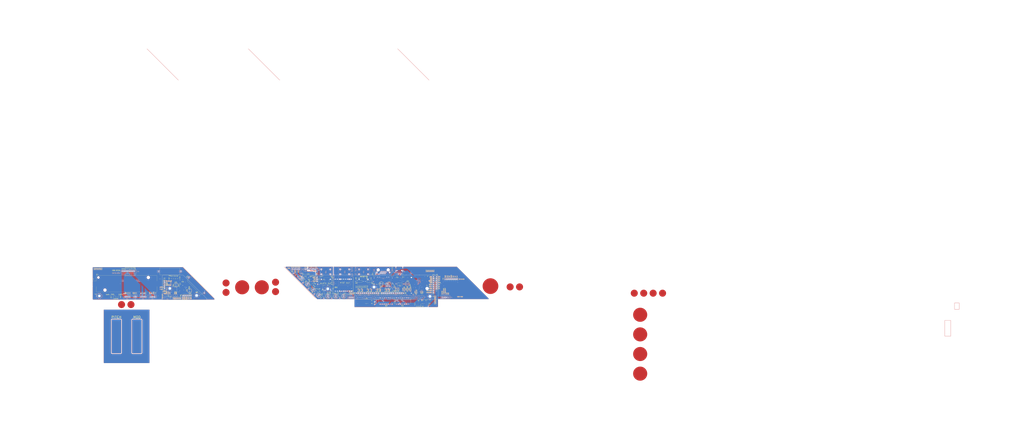
<source format=kicad_pcb>
(kicad_pcb (version 20211014) (generator pcbnew)
  (layers (0 "F.Cu" signal) (31 "B.Cu" signal) (34 "B.Paste" user) (35 "F.Paste" user) (36 "B.SilkS" user "B.Silkscreen") (37 "F.SilkS" user "F.Silkscreen") (38 "B.Mask" user) (39 "F.Mask" user) (44 "Edge.Cuts" user))
  (net 0 "")
  (net 2 "Net-(R1-Pad2)")
  (net 3 "Net-(R2-Pad2)")
  (net 4 "Net-(R3-Pad2)")
  (net 5 "Net-(R5-Pad1)")
  (net 7 "/bommanoid_main_top/3v3")
  (net 8 "/bommanoid_main_top/aleft")
  (net 9 "/bommanoid_main_top/agnd")
  (net 10 "Net-(C6-Pad1)")
  (net 11 "/bommanoid_main_top/d3v3")
  (net 12 "/bommanoid_main_top/aright")
  (net 13 "/bommanoid_main_top/a3v3")
  (net 14 "/bommanoid_main_top/sys_5v")
  (net 15 "Net-(C16-Pad1)")
  (net 16 "/bommanoid_batt_top/usb_5v")
  (net 17 "Net-(C27-Pad1)")
  (net 18 "/bommanoid_batt_top/charger output +5v")
  (net 19 "/bommanoid_batt_top/batt+")
  (net 20 "/bommanoid_main_top/midi_in_tip")
  (net 21 "/bommanoid_main_top/ws2812_data_1")
  (net 22 "/bommanoid_batt_top/korg_power_led_cathode")
  (net 23 "/bommanoid_batt_top/korg_power_led_anode")
  (net 24 "/bommanoid_main_top/ws2812_data_3v3")
  (net 25 "Net-(C3-Pad1)")
  (net 26 "Net-(D12-Pad1)")
  (net 27 "/bommanoid_main_top/led_blink_3v3")
  (net 28 "/bommanoid_main_top/led_blink_5v")
  (net 29 "/bommanoid_main_top/led_act2_5v")
  (net 30 "/bommanoid_main_top/led_act2_3v3")
  (net 31 "/bommanoid_main_top/led_act1_5v")
  (net 32 "/bommanoid_main_top/led_act1_3v3")
  (net 33 "/bommanoid_main_top/led_act3_3v3")
  (net 34 "/bommanoid_main_top/led_act3_5v")
  (net 35 "/bommanoid_main_top/led_rj45_yellow_3v3")
  (net 36 "/bommanoid_main_top/led_rj45_yellow_5v")
  (net 40 "/bommanoid_main_top/led_rj45_green_5v")
  (net 41 "/bommanoid_main_top/led_rj45_green_3v3")
  (net 42 "Net-(IC3-Pad5)")
  (net 43 "Net-(IC3-Pad7)")
  (net 44 "/bommanoid_main_bottom/usb_5v")
  (net 45 "Net-(C3-Pad2)")
  (net 46 "Net-(C4-Pad1)")
  (net 47 "Net-(C4-Pad2)")
  (net 48 "/bommanoid_main_bottom/usb_data_+")
  (net 49 "/bommanoid_main_bottom/usb_data_-")
  (net 50 "/bommanoid_main_top/gnd")
  (net 53 "/bommanoid_batt_bottom/gnd")
  (net 54 "Net-(D1-Pad1)")
  (net 55 "Net-(D2-Pad1)")
  (net 56 "/bommanoid_main_bottom/midi_out_ring")
  (net 57 "/bommanoid_main_bottom/midi_out_tip")
  (net 60 "/bommanoid_main_bottom/agnd")
  (net 61 "/bommanoid_main_bottom/aright_post_pot")
  (net 62 "/bommanoid_main_bottom/aleft_post_pot")
  (net 65 "/bommanoid_main_bottom/midi_in_ring")
  (net 66 "/bommanoid_main_bottom/midi_in_tip")
  (net 67 "/bommanoid_main_top/midi_in_ring")
  (net 68 "/bommanoid_main_top/midi_out_ring")
  (net 69 "/bommanoid_main_top/midi_out_tip")
  (net 70 "/bommanoid_main_top/enc_btn")
  (net 71 "/bommanoid_main_top/btn_x1")
  (net 72 "/bommanoid_main_top/I2C_SDA")
  (net 73 "/bommanoid_main_top/I2C_SCL")
  (net 74 "/bommanoid_main_top/btn_x2")
  (net 75 "/bommanoid_main_top/btn_x3")
  (net 76 "/bommanoid_main_top/btn_x4")
  (net 77 "/bommanoid_main_top/btn_x5")
  (net 78 "/bommanoid_main_top/btn_x6")
  (net 79 "/bommanoid_main_top/btn_x7")
  (net 80 "/bommanoid_main_top/btn_x8")
  (net 81 "Net-(J6-PadA5)")
  (net 82 "Net-(J6-PadB5)")
  (net 83 "/bommanoid_batt_bottom/batt+")
  (net 84 "/bommanoid_batt_bottom/sys_5v")
  (net 85 "Net-(D7-Pad1)")
  (net 86 "/bommanoid_main_top/I2S_LRCK_MM")
  (net 87 "/bommanoid_main_top/I2S_DIN_MM")
  (net 88 "/bommanoid_main_top/I2S_BCK_MM")
  (net 89 "Net-(R4-Pad1)")
  (net 90 "/bommanoid_main_top/T00 MIDI IN")
  (net 91 "/bommanoid_main_top/T01=MIDI OUT")
  (net 92 "/bommanoid_batt_top/gnd")
  (net 93 "/bommanoid_main_bottom/amp_5v")
  (net 94 "Net-(D8-Pad1)")
  (net 95 "Net-(D9-Pad1)")
  (net 96 "/bommanoid_main_bottom/sys_5v")
  (net 97 "Net-(D10-Pad1)")
  (net 98 "/bommanoid_main_bottom/led_blink_5v")
  (net 99 "Net-(D11-Pad1)")
  (net 100 "/bommanoid_main_bottom/led_act1_5v")
  (net 101 "/bommanoid_main_bottom/led_act2_5v")
  (net 102 "Net-(D13-Pad1)")
  (net 107 "/bommanoid_main_bottom/gnd")
  (net 108 "/bommanoid_main_bottom/led_act3_5v")
  (net 109 "Net-(D14-Pad1)")
  (net 110 "Net-(D15-Pad1)")
  (net 111 "/bommanoid_batt_bottom/chargeled_3")
  (net 112 "/bommanoid_batt_bottom/chargeled_1")
  (net 113 "/bommanoid_batt_bottom/chargeled_2")
  (net 114 "Net-(D21-Pad1)")
  (net 115 "Net-(D22-Pad1)")
  (net 116 "/bommanoid_batt_top/chargeled_1")
  (net 117 "/bommanoid_batt_top/chargeled_2")
  (net 118 "/bommanoid_batt_top/chargeled_3")
  (net 119 "/bommanoid_main_top/oled_sck")
  (net 120 "/bommanoid_main_top/oled_data")
  (net 121 "/bommanoid_main_top/oled_rst")
  (net 122 "/bommanoid_main_top/oled_dc")
  (net 123 "/bommanoid_main_top/oled_cs")
  (net 124 "/bommanoid_main_top/prg")
  (net 125 "/bommanoid_main_top/usb_data_+")
  (net 126 "/bommanoid_main_top/usb_data_-")
  (net 127 "/bommanoid_main_top/usb_5v")
  (net 128 "/bommanoid_main_top/enc_a")
  (net 129 "/bommanoid_main_top/enc_b")
  (net 130 "/bommanoid_main_bottom/btn_x1")
  (net 131 "/bommanoid_main_bottom/btn_x2")
  (net 132 "/bommanoid_main_bottom/btn_x3")
  (net 133 "/bommanoid_main_bottom/btn_x4")
  (net 134 "/bommanoid_main_bottom/btn_x5")
  (net 135 "/bommanoid_main_bottom/btn_x6")
  (net 136 "/bommanoid_main_bottom/btn_x7")
  (net 137 "/bommanoid_main_bottom/btn_x8")
  (net 138 "/bommanoid_main_bottom/enc_btn")
  (net 139 "/bommanoid_main_bottom/enc_a")
  (net 140 "/bommanoid_main_bottom/enc_b")
  (net 141 "/bommanoid_main_bottom/aleft_pre_pot")
  (net 142 "/bommanoid_main_bottom/aright_pre_pot")
  (net 143 "/bommanoid_main_bottom/3v3")
  (net 144 "/bommanoid_main_bottom/oled_sck")
  (net 145 "/bommanoid_main_bottom/oled_data")
  (net 146 "/bommanoid_main_bottom/oled_rst")
  (net 147 "/bommanoid_main_bottom/oled_dc")
  (net 148 "/bommanoid_main_bottom/oled_cs")
  (net 149 "/bommanoid_main_bottom/prg")
  (net 150 "/bommanoid_main_bottom/led_rj45_yellow_5v")
  (net 151 "/bommanoid_main_bottom/led_rj45_green_5v")
  (net 152 "/bommanoid_main_bottom/ws2812_data_5v")
  (net 153 "Net-(J17-Pad9)")
  (net 154 "Net-(J17-Pad11)")
  (net 155 "/bommanoid_batt_top/key")
  (net 156 "/bommanoid_batt_bottom/5v_charge_outp")
  (net 157 "/bommanoid_batt_bottom/key")
  (net 158 "/bommanoid_batt_bottom/korg_led_anode")
  (net 159 "/bommanoid_batt_bottom/oct_down_sw")
  (net 160 "/bommanoid_batt_bottom/oct_up_sw")
  (net 161 "/bommanoid_batt_bottom/oct_down_green_cathode")
  (net 162 "/bommanoid_batt_bottom/oct_down_red_cathode")
  (net 163 "/bommanoid_batt_bottom/oct_up_red_cathode")
  (net 164 "/bommanoid_batt_bottom/oct_up_green_cathode")
  (net 165 "/bommanoid_batt_bottom/korg_power_led_cathode")
  (net 177 "/bommanoid_main_top/ld_e")
  (net 178 "/bommanoid_main_top/ld_n")
  (net 179 "/bommanoid_main_top/ld_m")
  (net 180 "/bommanoid_main_top/ld_l")
  (net 181 "/bommanoid_main_top/ld_k")
  (net 182 "/bommanoid_main_top/ld_d")
  (net 183 "/bommanoid_main_top/ld_dp")
  (net 184 "/bommanoid_main_top/ld_c")
  (net 185 "/bommanoid_main_top/ld_b")
  (net 186 "/bommanoid_main_top/LD_dig2")
  (net 187 "/bommanoid_main_top/ld_a")
  (net 188 "/bommanoid_main_top/ld_p")
  (net 189 "/bommanoid_main_top/ld_j")
  (net 190 "/bommanoid_main_top/ld_h")
  (net 191 "/bommanoid_main_top/LD_dig1")
  (net 192 "/bommanoid_main_top/ld_g")
  (net 193 "/bommanoid_main_top/ld_f")
  (net 194 "/bommanoid_main_bottom/usb_host_+")
  (net 195 "/bommanoid_main_bottom/usb_host_-")
  (net 196 "/bommanoid_main_top/usb_host_+")
  (net 197 "/bommanoid_main_top/usb_host_-")
  (net 198 "Net-(DS1-Pad1)")
  (net 199 "Net-(DS1-Pad2)")
  (net 200 "Net-(DS1-Pad4)")
  (net 201 "Net-(DS1-Pad5)")
  (net 202 "Net-(DS1-Pad6)")
  (net 203 "Net-(DS1-Pad7)")
  (net 204 "Net-(DS1-Pad8)")
  (net 205 "Net-(DS1-Pad9)")
  (net 206 "Net-(DS1-Pad10)")
  (net 207 "Net-(DS1-Pad12)")
  (net 208 "Net-(DS1-Pad13)")
  (net 209 "Net-(DS1-Pad14)")
  (net 210 "Net-(DS1-Pad15)")
  (net 211 "Net-(DS1-Pad17)")
  (net 212 "Net-(DS1-Pad18)")
  (net 213 "Net-(DS1-Pad11)")
  (net 214 "Net-(DS1-Pad16)")
  (net 215 "/bommanoid_main_bottom/pot_sw2")
  (net 216 "/bommanoid_main_bottom/chargeoutp_5v")
  (net 217 "/bommanoid_batt_bottom/usb_5v")
  (net 218 "/bommanoid_main_bottom/pot_sw1")
  (footprint "Resistor_SMD:R_1206_3216Metric" (layer "F.Cu") (at -280.030696 346.350034 180)
    (fp_text reference "R1")
    (fp_text value "22R")
  )
  (footprint "Connector_PinSocket_2.54mm:PinSocket_1x07_P2.54mm_Vertical" (layer "F.Cu") (at -143.405696 342.050034)
    (fp_text reference "J10")
    (fp_text value "Conn_01x07")
  )
  (footprint "Capacitor_SMD:C_0805_2012Metric" (layer "F.Cu") (at -284.230696 342.950034 -90)
    (fp_text reference "C10")
    (fp_text value "0.1uF")
  )
  (footprint "Resistor_SMD:R_1206_3216Metric" (layer "F.Cu") (at -280.030696 348.950034 180)
    (fp_text reference "R2")
    (fp_text value "22R")
  )
  (footprint "Resistor_SMD:R_0805_2012Metric" (layer "F.Cu") (at -237.105696 357.950034 90)
    (fp_text reference "R51")
    (fp_text value "220")
  )
  (footprint "clarinoid2:NetTie-2_SMD_Pad1.0mm" (layer "F.Cu") (at -299.905696 339.900034 -90)
    (fp_text reference "NT5" hide)
    (fp_text value "NetTie_2" hide)
  )
  (footprint "Resistor_SMD:R_0805_2012Metric" (layer "F.Cu") (at -235.105696 357.950034 90)
    (fp_text reference "R50")
    (fp_text value "220")
  )
  (footprint "Diode_SMD:D_SOD-323" (layer "F.Cu") (at -207.105696 360.050034 180)
    (fp_text reference "D2")
    (fp_text value "1N4148WS")
  )
  (footprint "Resistor_SMD:R_0805_2012Metric" (layer "F.Cu") (at -240.405696 344.050034 90)
    (fp_text reference "R62")
    (fp_text value "220")
  )
  (footprint "Resistor_THT:R_Axial_DIN0207_L6.3mm_D2.5mm_P10.16mm_Horizontal" (layer "F.Cu") (at -306.355212 357.147762 45)
    (fp_text reference "R16")
    (fp_text value "R")
  )
  (footprint "Capacitor_SMD:C_1206_3216Metric" (layer "F.Cu") (at -475.430696 350.750034)
    (fp_text reference "C29")
    (fp_text value "22uF")
  )
  (footprint "MountingHole:MountingHole_3.2mm_M3_Pad_Via" (layer "F.Cu") (at -223.105696 355.250034)
    (fp_text reference "H4")
    (fp_text value "MountingHole_Pad")
  )
  (footprint "Connector_PinSocket_2.54mm:PinSocket_1x03_P2.54mm_Vertical" (layer "F.Cu") (at -295.705696 342.550034)
    (fp_text reference "J18")
    (fp_text value "Conn_01x03")
  )
  (footprint "clarinoid2:LED_D5.0mm_withbottomtext" (layer "F.Cu") (at -301.553535 359.494297 45)
    (fp_text reference "D9")
    (fp_text value "LED")
  )
  (footprint "Capacitor_SMD:C_0805_2012Metric" (layer "F.Cu") (at -156.618196 376.000034)
    (fp_text reference "C18")
    (fp_text value "0.22uF")
  )
  (footprint "Capacitor_SMD:C_1206_3216Metric" (layer "F.Cu") (at -472.130696 344.450034 90)
    (fp_text reference "C28")
    (fp_text value "22uF")
  )
  (footprint "clarinoid2:LED_D5.0mm_withbottomtext" (layer "F.Cu") (at -261.687488 368.213986 90)
    (fp_text reference "D13")
    (fp_text value "LED")
  )
  (footprint "Battery:BatteryHolder_Keystone_1042_1x18650" (layer "F.Cu") (at -537.905696 351.050034)
    (fp_text reference "BT1")
    (fp_text value "Battery_Cell")
  )
  (footprint "SamacSys_Parts:DIP794W53P254L1930H508Q14N" (layer "F.Cu") (at -186.405696 373.050034 90)
    (fp_text reference "IC1")
    (fp_text value "SN74AHCT125N" hide)
  )
  (footprint "Capacitor_SMD:C_0805_2012Metric" (layer "F.Cu") (at -167.330696 377.400034 -90)
    (fp_text reference "C14")
    (fp_text value "0.22uF")
  )
  (footprint "Connector_PinSocket_2.54mm:PinSocket_1x12_P2.54mm_Vertical" (layer "F.Cu") (at -185.465696 363.050034 -90)
    (fp_text reference "J15")
    (fp_text value "Conn_01x12")
  )
  (footprint "Resistor_SMD:R_0805_2012Metric" (layer "F.Cu") (at -239.105696 357.950034 90)
    (fp_text reference "R52")
    (fp_text value "220")
  )
  (footprint "Connector_PinSocket_2.54mm:PinSocket_1x09_P2.54mm_Vertical" (layer "F.Cu") (at -147.405696 342.050034)
    (fp_text reference "J13")
    (fp_text value "Conn_01x09")
  )
  (footprint "Capacitor_SMD:C_0805_2012Metric" (layer "F.Cu") (at -281.830696 342.950034 90)
    (fp_text reference "C6")
    (fp_text value "10uF")
  )
  (footprint "Resistor_SMD:R_0805_2012Metric" (layer "F.Cu") (at -236.405696 344.050034 90)
    (fp_text reference "R60")
    (fp_text value "220")
  )
  (footprint "Connector_PinSocket_2.54mm:PinSocket_1x05_P2.54mm_Vertical" (layer "F.Cu") (at -489.880696 357.550034 180)
    (fp_text reference "J20")
    (fp_text value "Conn_01x05")
  )
  (footprint "Connector_PinHeader_2.54mm:PinHeader_1x03_P2.54mm_Vertical" (layer "F.Cu") (at -295.705696 342.550034)
    (fp_text reference "J5")
    (fp_text value "Conn_01x03")
  )
  (footprint "Connector_PinHeader_2.54mm:PinHeader_1x07_P2.54mm_Vertical" (layer "F.Cu") (at -143.405696 342.050034)
    (fp_text reference "J1")
    (fp_text value "Conn_01x07")
  )
  (footprint "Connector_PinSocket_2.54mm:PinSocket_1x05_P2.54mm_Vertical" (layer "F.Cu") (at -489.880696 357.550034 180)
    (fp_text reference "J23")
    (fp_text value "Conn_01x05")
  )
  (footprint "Capacitor_SMD:C_1206_3216Metric" (layer "F.Cu") (at -475.505696 365.050034)
    (fp_text reference "C26")
    (fp_text value "10uF")
  )
  (footprint "Resistor_THT:R_Axial_Power_L25.0mm_W9.0mm_P27.94mm" (layer "F.Cu") (at -469.135696 335.250034 180)
    (fp_text reference "R30")
    (fp_text value "R")
  )
  (footprint "clarinoid2:APCI0108-P001A M.2 MicroMod 21992304" (layer "F.Cu") (at -177.218196 353.050034 90)
    (fp_text reference "U4")
    (fp_text value "APCI0108-P001A Teensy_4.0_MicroMod" hide)
  )
  (footprint "clarinoid2:LED_D5.0mm_withbottomtext" (layer "F.Cu") (at -475.125696 351.250034 -90)
    (fp_text reference "D21")
    (fp_text value "LED")
  )
  (footprint "clarinoid2:SSD1306_128x64_approximate" (layer "F.Cu") (at -138.905696 343.550034)
    (fp_text reference "U8" hide)
    (fp_text value "ssd1306_graphic")
  )
  (footprint "LED_SMD:LED_0805_2012Metric" (layer "F.Cu") (at -550.205696 367.750034 90)
    (fp_text reference "D19")
    (fp_text value "75%")
  )
  (footprint "Resistor_SMD:R_0805_2012Metric" (layer "F.Cu") (at -234.405696 344.050034 90)
    (fp_text reference "R59")
    (fp_text value "220")
  )
  (footprint "Resistor_THT:R_Axial_DIN0207_L6.3mm_D2.5mm_P10.16mm_Horizontal" (layer "F.Cu") (at -199.905696 333.550034 -90)
    (fp_text reference "R21")
    (fp_text value "R")
  )
  (footprint "Resistor_SMD:R_0805_2012Metric" (layer "F.Cu") (at -245.105696 357.950034 90)
    (fp_text reference "R57")
    (fp_text value "220")
  )
  (footprint "MountingHole:MountingHole_3.2mm_M3_Pad_Via" (layer "F.Cu") (at -151.905696 367.050034)
    (fp_text reference "H2")
    (fp_text value "MountingHole_Pad")
  )
  (footprint "clarinoid2:LED_D5.0mm_withbottomtext" (layer "F.Cu") (at -271.796597 368.213986 90)
    (fp_text reference "D12")
    (fp_text value "LED")
  )
  (footprint "Resistor_SMD:R_0805_2012Metric" (layer "F.Cu") (at -238.405696 344.050034 90)
    (fp_text reference "R61")
    (fp_text value "220")
  )
  (footprint "Resistor_SMD:R_0805_2012Metric" (layer "F.Cu") (at -228.405696 344.050034 -90)
    (fp_text reference "R47")
    (fp_text value "220")
  )
  (footprint "SamacSys_Parts:DIP794W53P254L1930H508Q14N" (layer "F.Cu") (at -207.405696 373.050034 -90)
    (fp_text reference "IC2")
    (fp_text value "SN74AHCT125N" hide)
  )
  (footprint "Resistor_SMD:R_1206_3216Metric" (layer "F.Cu") (at -186.305696 339.850034 180)
    (fp_text reference "R14")
    (fp_text value "5.1k")
  )
  (footprint "Connector_PinSocket_2.54mm:PinSocket_1x05_P2.54mm_Vertical" (layer "F.Cu") (at -466.445696 366.050034 90)
    (fp_text reference "J21")
    (fp_text value "Conn_01x05")
  )
  (footprint "Capacitor_SMD:C_0805_2012Metric" (layer "F.Cu") (at -292.330696 347.750034 90)
    (fp_text reference "C4")
    (fp_text value "2.2uF")
  )
  (footprint "Resistor_SMD:R_1206_3216Metric" (layer "F.Cu") (at -280.030696 351.550034 180)
    (fp_text reference "R3")
    (fp_text value "22R")
  )
  (footprint "clarinoid2:LED_D5.0mm_withbottomtext" (layer "F.Cu") (at -457.825696 361.150034 90)
    (fp_text reference "D22")
    (fp_text value "LED")
  )
  (footprint "NetTie:NetTie-2_SMD_Pad0.5mm" (layer "F.Cu") (at -277.150696 354.625034 180)
    (fp_text reference "NT1" hide)
    (fp_text value "NetTie_2")
  )
  (footprint "Package_DIP:DIP-8_W7.62mm" (layer "F.Cu") (at -207.205696 357.650034 90)
    (fp_text reference "U7")
    (fp_text value "6N138")
  )
  (footprint "LED_SMD:LED_0805_2012Metric" (layer "F.Cu") (at -457.330696 362.150034 180)
    (fp_text reference "D16")
    (fp_text value "korgpwr")
  )
  (footprint "Resistor_SMD:R_0805_2012Metric" (layer "F.Cu") (at -233.105696 357.950034 90)
    (fp_text reference "R49")
    (fp_text value "220")
  )
  (footprint "Capacitor_SMD:C_1206_3216Metric" (layer "F.Cu") (at -304.405696 338.550034 90)
    (fp_text reference "C24")
    (fp_text value "22uF")
  )
  (footprint "Resistor_SMD:R_1206_3216Metric" (layer "F.Cu") (at -300.280696 348.250034 180)
    (fp_text reference "R5")
    (fp_text value "470R")
  )
  (footprint "clarinoid2:SOIC127P599X155-9N (IP5306)" (layer "F.Cu") (at -462.530696 356.050034 90)
    (fp_text reference "IC3")
    (fp_text value "Injoinic IP5306 battery charge" hide)
  )
  (footprint "Capacitor_SMD:C_0805_2012Metric" (layer "F.Cu") (at -156.618196 373.900034)
    (fp_text reference "C17")
    (fp_text value "1uF")
  )
  (footprint "clarinoid2:LED_D5.0mm_withbottomtext" (layer "F.Cu") (at -294.405323 366.642508 45)
    (fp_text reference "D10")
    (fp_text value "LED")
  )
  (footprint "Resistor_SMD:R_0805_2012Metric" (layer "F.Cu") (at -244.405696 344.050034 90)
    (fp_text reference "R63")
    (fp_text value "220")
  )
  (footprint "MountingHole:MountingHole_3.2mm_M3_Pad_Via" (layer "F.Cu") (at -572.602752 366.550034)
    (fp_text reference "H12")
    (fp_text value "MountingHole_Pad")
  )
  (footprint "Connector_PinSocket_2.54mm:PinSocket_1x12_P2.54mm_Vertical" (layer "F.Cu") (at -245.405696 363.050034 90)
    (fp_text reference "J16")
    (fp_text value "Conn_01x12")
  )
  (footprint "Resistor_SMD:R_0805_2012Metric" (layer "F.Cu") (at -230.405696 344.050034 90)
    (fp_text reference "R58")
    (fp_text value "220")
  )
  (footprint "clarinoid2:LED_D5.0mm_withbottomtext" (layer "F.Cu") (at -315.849958 345.197872 45)
    (fp_text reference "D7")
    (fp_text value "LED")
  )
  (footprint "clarinoid2:Sinhoo SMTSO2530CTJ" (layer "F.Cu") (at -155.568196 357.050034)
    (fp_text reference "H1")
    (fp_text value "M.2 riser 2.5mm")
  )
  (footprint "Capacitor_SMD:C_1206_3216Metric" (layer "F.Cu") (at -482.130696 369.050034)
    (fp_text reference "C16")
    (fp_text value "10uF")
  )
  (footprint "Package_TO_SOT_SMD:SOT-23-5" (layer "F.Cu") (at -288.405696 356.550034 180)
    (fp_text reference "U2")
    (fp_text value "TLV75733PDBV")
  )
  (footprint "Resistor_SMD:R_1206_3216Metric" (layer "F.Cu") (at -166.530696 374.400034 180)
    (fp_text reference "R8")
    (fp_text value "100k")
  )
  (footprint "Resistor_THT:R_Axial_DIN0207_L6.3mm_D2.5mm_P10.16mm_Horizontal" (layer "F.Cu") (at -209.185696 351.250034)
    (fp_text reference "R23")
    (fp_text value "R")
  )
  (footprint "MountingHole:MountingHole_3.2mm_M3_Pad_Via" (layer "F.Cu") (at -482.905696 357.050034)
    (fp_text reference "H8")
    (fp_text value "MountingHole_Pad")
  )
  (footprint "MountingHole:MountingHole_3.2mm_M3_Pad_Via" (layer "F.Cu") (at -281.905696 357.450034)
    (fp_text reference "H7")
    (fp_text value "MountingHole_Pad")
  )
  (footprint "Capacitor_SMD:C_0805_2012Metric" (layer "F.Cu") (at -292.730696 354.750034 90)
    (fp_text reference "C11")
    (fp_text value "10uF")
  )
  (footprint "Capacitor_SMD:C_1206_3216Metric" (layer "F.Cu") (at -471.530696 351.350034 90)
    (fp_text reference "C27")
    (fp_text value "22uF")
  )
  (footprint "MountingHole:MountingHole_3.2mm_M3_Pad_Via" (layer "F.Cu") (at -482.905696 357.050034)
    (fp_text reference "H11")
    (fp_text value "MountingHole_Pad")
  )
  (footprint "Capacitor_SMD:C_0805_2012Metric" (layer "F.Cu") (at -286.630696 342.950034 -90)
    (fp_text reference "C7")
    (fp_text value "10uF")
  )
  (footprint "MountingHole:MountingHole_3.2mm_M3_Pad_Via" (layer "F.Cu") (at -223.105696 355.250034)
    (fp_text reference "H6")
    (fp_text value "MountingHole_Pad")
  )
  (footprint "Resistor_THT:R_Axial_DIN0207_L6.3mm_D2.5mm_P10.16mm_Horizontal" (layer "F.Cu") (at -266.742048 369.950034 90)
    (fp_text reference "R20")
    (fp_text value "R")
  )
  (footprint "Capacitor_SMD:C_0805_2012Metric" (layer "F.Cu") (at -295.230696 354.750034 90)
    (fp_text reference "C12")
    (fp_text value "0.1uF")
  )
  (footprint "Resistor_THT:R_Axial_DIN0207_L6.3mm_D2.5mm_P10.16mm_Horizontal" (layer "F.Cu") (at -222.905696 333.470034 -90)
    (fp_text reference "R22")
    (fp_text value "R")
  )
  (footprint "Capacitor_SMD:C_1206_3216Metric" (layer "F.Cu") (at -306.905696 338.550034 90)
    (fp_text reference "C23")
    (fp_text value "22uF")
  )
  (footprint "Connector_PinHeader_2.54mm:PinHeader_1x09_P2.54mm_Vertical" (layer "F.Cu") (at -147.405696 342.050034)
    (fp_text reference "J2")
    (fp_text value "Conn_01x09")
  )
  (footprint "clarinoid2:LED_D5.0mm_withbottomtext" (layer "F.Cu") (at -212.685696 351.250034 180)
    (fp_text reference "D14")
    (fp_text value "LED")
  )
  (footprint "Resistor_SMD:R_1206_3216Metric" (layer "F.Cu") (at -203.105696 360.050034)
    (fp_text reference "R10")
    (fp_text value "220R")
  )
  (footprint "Resistor_THT:R_Axial_DIN0207_L6.3mm_D2.5mm_P10.16mm_Horizontal" (layer "F.Cu") (at -286.960244 369.950034 90)
    (fp_text reference "R18")
    (fp_text value "R")
  )
  (footprint "Resistor_THT:R_Axial_DIN0207_L6.3mm_D2.5mm_P10.16mm_Horizontal" (layer "F.Cu") (at -234.185696 348.050034)
    (fp_text reference "R55")
    (fp_text value "R")
  )
  (footprint "Resistor_THT:R_Axial_Power_L25.0mm_W9.0mm_P27.94mm" (layer "F.Cu") (at -458.683978 343.071752 -45)
    (fp_text reference "R31")
    (fp_text value "R")
  )
  (footprint "Capacitor_SMD:C_1206_3216Metric" (layer "F.Cu") (at -479.630696 344.450034 90)
    (fp_text reference "C32")
    (fp_text value "22uF")
  )
  (footprint "Connector_PinSocket_2.54mm:PinSocket_1x07_P2.54mm_Vertical" (layer "F.Cu") (at -132.525696 345.050034 90)
    (fp_text reference "J19")
    (fp_text value "Conn_01x07")
  )
  (footprint "LED_SMD:LED_0805_2012Metric" (layer "F.Cu") (at -553.205696 367.750034 -90)
    (fp_text reference "D18")
    (fp_text value "50%")
  )
  (footprint "Capacitor_SMD:C_0805_2012Metric" (layer "F.Cu") (at -165.230696 377.400034 -90)
    (fp_text reference "C15")
    (fp_text value "0.1uF")
  )
  (footprint "Resistor_THT:R_Axial_DIN0207_L6.3mm_D2.5mm_P10.16mm_Horizontal" (layer "F.Cu") (at -185.105696 351.250034 180)
    (fp_text reference "R24")
    (fp_text value "R")
  )
  (footprint "Capacitor_SMD:C_0805_2012Metric" (layer "F.Cu") (at -300.780696 350.750034)
    (fp_text reference "C8")
    (fp_text value "2.2uF")
  )
  (footprint "Resistor_SMD:R_1206_3216Metric" (layer "F.Cu") (at -210.805696 353.850034 90)
    (fp_text reference "R11")
    (fp_text value "470R")
  )
  (footprint "Capacitor_SMD:C_1206_3216Metric" (layer "F.Cu") (at -311.905696 338.550034 90)
    (fp_text reference "C21")
    (fp_text value "22uF")
  )
  (footprint "Capacitor_SMD:C_0805_2012Metric" (layer "F.Cu") (at -290.630696 343.650034)
    (fp_text reference "C3")
    (fp_text value "2.2uF")
  )
  (footprint "Resistor_SMD:R_1206_3216Metric" (layer "F.Cu") (at -486.530696 366.050034 -90)
    (fp_text reference "R27")
    (fp_text value "2R")
  )
  (footprint "clarinoid2:LED_D5.0mm_withbottomtext" (layer "F.Cu") (at -308.701747 352.346085 45)
    (fp_text reference "D8")
    (fp_text value "LED")
  )
  (footprint "Resistor_SMD:R_1206_3216Metric" (layer "F.Cu") (at -466.730696 346.750034 180)
    (fp_text reference "R28")
    (fp_text value "10k")
  )
  (footprint "Connector_PinHeader_2.54mm:PinHeader_1x12_P2.54mm_Vertical" (layer "F.Cu") (at -185.465696 363.050034 -90)
    (fp_text reference "J3")
    (fp_text value "Conn_01x12")
  )
  (footprint "Resistor_SMD:R_1206_3216Metric" (layer "F.Cu") (at -300.280696 345.350034 180)
    (fp_text reference "R4")
    (fp_text value "470R")
  )
  (footprint "Resistor_SMD:R_1206_3216Metric" (layer "F.Cu") (at -222.405696 372.550034)
    (fp_text reference "R7")
    (fp_text value "4.7k")
  )
  (footprint "LED_SMD:LED_0805_2012Metric" (layer "F.Cu") (at -547.205696 367.750034 -90)
    (fp_text reference "D20")
    (fp_text value "100%")
  )
  (footprint "Connector_PinSocket_2.54mm:PinSocket_1x05_P2.54mm_Vertical" (layer "F.Cu") (at -466.445696 366.050034 90)
    (fp_text reference "J24")
    (fp_text value "Conn_01x05")
  )
  (footprint "Capacitor_SMD:C_0805_2012Metric" (layer "F.Cu") (at -277.150696 360.800034 -90)
    (fp_text reference "C1")
    (fp_text value "10uF")
  )
  (footprint "Package_SO:TSSOP-20_4.4x6.5mm_P0.65mm" (layer "F.Cu") (at -287.030696 349.550034)
    (fp_text reference "U1")
    (fp_text value "PCM5102A")
  )
  (footprint "Resistor_SMD:R_0805_2012Metric" (layer "F.Cu") (at -241.105696 357.950034 90)
    (fp_text reference "R53")
    (fp_text value "220")
  )
  (footprint "Package_SO:TSSOP-16_4.4x5mm_P0.65mm" (layer "F.Cu") (at -232.405696 373.050034)
    (fp_text reference "U5")
    (fp_text value "TCA9554PW")
  )
  (footprint "clarinoid2:LED_D5.0mm_withbottomtext" (layer "F.Cu") (at -181.960696 351.250034)
    (fp_text reference "D15")
    (fp_text value "LED")
  )
  (footprint "Resistor_SMD:R_1206_3216Metric" (layer "F.Cu") (at -210.805696 358.750034 90)
    (fp_text reference "R12")
    (fp_text value "47R")
  )
  (footprint "Resistor_SMD:R_1206_3216Metric" (layer "F.Cu") (at -475.430696 353.350034)
    (fp_text reference "R29")
    (fp_text value "0.5R")
  )
  (footprint "Resistor_THT:R_Axial_DIN0207_L6.3mm_D2.5mm_P10.16mm_Horizontal" (layer "F.Cu") (at -325.605696 337.750034)
    (fp_text reference "R9")
    (fp_text value "R")
  )
  (footprint "Capacitor_SMD:C_1206_3216Metric" (layer "F.Cu") (at -474.630696 344.450034 90)
    (fp_text reference "C30")
    (fp_text value "22uF")
  )
  (footprint "MountingHole:MountingHole_3.2mm_M3_Pad_Via" (layer "F.Cu") (at -448.905696 366.050034)
    (fp_text reference "H9")
    (fp_text value "MountingHole_Pad")
  )
  (footprint "Diode_SMD:D_MiniMELF" (layer "F.Cu") (at -161.293196 378.000034)
    (fp_text reference "D1")
    (fp_text value "3.3v")
  )
  (footprint "MountingHole:MountingHole_3.2mm_M3_Pad_Via" (layer "F.Cu") (at -281.905696 357.450034)
    (fp_text reference "H3")
    (fp_text value "MountingHole_Pad")
  )
  (footprint "Resistor_THT:R_Axial_DIN0207_L6.3mm_D2.5mm_P10.16mm_Horizontal" (layer "F.Cu") (at -276.851146 369.950034 90)
    (fp_text reference "R19")
    (fp_text value "R")
  )
  (footprint "Resistor_SMD:R_1206_3216Metric" (layer "F.Cu") (at -193.805696 340.750034)
    (fp_text reference "R25")
    (fp_text value "5.1k")
  )
  (footprint "Capacitor_SMD:C_1206_3216Metric" (layer "F.Cu") (at -477.130696 344.450034 90)
    (fp_text reference "C31")
    (fp_text value "22uF")
  )
  (footprint "Resistor_SMD:R_0805_2012Metric" (layer "F.Cu") (at -231.105696 357.950034 90)
    (fp_text reference "R48")
    (fp_text value "220")
  )
  (footprint "Capacitor_SMD:C_0805_2012Metric" (layer "F.Cu") (at -301.905696 338.550034 90)
    (fp_text reference "C25")
    (fp_text value "0.1uF")
  )
  (footprint "Capacitor_SMD:C_1206_3216Metric" (layer "F.Cu") (at -211.305696 350.150034 180)
    (fp_text reference "C20")
    (fp_text value "0.1uF")
  )
  (footprint "Resistor_SMD:R_1206_3216Metric" (layer "F.Cu") (at -213.305696 358.750034 90)
    (fp_text reference "R13")
    (fp_text value "47R")
  )
  (footprint "Capacitor_SMD:C_0805_2012Metric" (layer "F.Cu") (at -169.430696 377.400034 -90)
    (fp_text reference "C13")
    (fp_text value "10uF")
  )
  (footprint "clarinoid2:Inductor_MCS0630-1R0MN2" (layer "F.Cu") (at -474.030696 354.650034 180)
    (fp_text reference "L1")
    (fp_text value "1uH-psa")
  )
  (footprint "Capacitor_SMD:C_0805_2012Metric" (layer "F.Cu") (at -279.430696 342.950034 90)
    (fp_text reference "C9")
    (fp_text value "0.1uF")
  )
  (footprint "clarinoid2:LED_D5.0mm_withbottomtext" (layer "F.Cu") (at -281.905696 368.213986 90)
    (fp_text reference "D11")
    (fp_text value "LED")
  )
  (footprint "Capacitor_SMD:C_1206_3216Metric" (layer "F.Cu") (at -309.405696 338.550034 90)
    (fp_text reference "C22")
    (fp_text value "22uF")
  )
  (footprint "Capacitor_SMD:C_1206_3216Metric" (layer "F.Cu") (at -482.130696 344.450034 90)
    (fp_text reference "C33")
    (fp_text value "0.1uF")
  )
  (footprint "Resistor_THT:R_Axial_DIN0207_L6.3mm_D2.5mm_P10.16mm_Horizontal" (layer "F.Cu") (at -313.446856 349.942983 45)
    (fp_text reference "R15")
    (fp_text value "R")
  )
  (footprint "Connector_PinHeader_2.54mm:PinHeader_1x12_P2.54mm_Vertical" (layer "F.Cu") (at -245.380696 363.050034 90)
    (fp_text reference "J4")
    (fp_text value "Conn_01x12")
  )
  (footprint "Capacitor_SMD:C_0805_2012Metric" (layer "F.Cu") (at -277.150696 357.000034 -90)
    (fp_text reference "C2")
    (fp_text value "0.1uF")
  )
  (footprint "Resistor_SMD:R_1206_3216Metric" (layer "F.Cu") (at -222.405696 376.050034)
    (fp_text reference "R6")
    (fp_text value "4.7k")
  )
  (footprint "Capacitor_SMD:C_0805_2012Metric" (layer "F.Cu") (at -300.730696 342.850034)
    (fp_text reference "C5")
    (fp_text value "2.2uF")
  )
  (footprint "Resistor_THT:R_Axial_DIN0207_L6.3mm_D2.5mm_P10.16mm_Horizontal" (layer "F.Cu") (at -246.685696 347.950034)
    (fp_text reference "R56")
    (fp_text value "R")
  )
  (footprint "Capacitor_SMD:C_0805_2012Metric" (layer "F.Cu") (at -156.618196 378.100034)
    (fp_text reference "C19")
    (fp_text value "0.1uF")
  )
  (footprint "Resistor_THT:R_Axial_DIN0207_L6.3mm_D2.5mm_P10.16mm_Horizontal" (layer "F.Cu") (at -299.207001 364.295974 45)
    (fp_text reference "R17")
    (fp_text value "R")
  )
  (footprint "Package_TO_SOT_SMD:SOT-23-5" (layer "F.Cu") (at -161.393196 374.400034)
    (fp_text reference "U3")
    (fp_text value "TLV75733PDBV")
  )
  (footprint "clarinoid2:Teensy_4.0_MicroMod outline fab" (layer "F.Cu") (at -173.068196 355.750034)
    (fp_text reference "U6" hide)
    (fp_text value "Micromod outline" hide)
  )
  (footprint "MountingHole:MountingHole_3.2mm_M3_Pad_Via" (layer "F.Cu") (at -151.905696 367.050034)
    (fp_text reference "H5")
    (fp_text value "MountingHole_Pad")
  )
  (footprint "MountingHole:MountingHole_3.2mm_M3_Pad_Via" (layer "F.Cu") (at -448.905696 366.050034)
    (fp_text reference "H10")
    (fp_text value "MountingHole_Pad")
  )
  (footprint "SamacSys_Parts:DIPS1524W75P254L2520H805Q18N" (layer "F.Cu") (at -272.405696 360.450034 90)
    (fp_text reference "DS1")
    (fp_text value "PDC54-11GWA" hide)
  )
  (footprint "Resistor_SMD:R_0805_2012Metric" (layer "F.Cu") (at -243.105696 357.950034 90)
    (fp_text reference "R54")
    (fp_text value "220")
  )
  (footprint "clarinoid2:NetTie-2_SMD_Pad1.0mm" (layer "F.Cu") (at -298.405696 339.900034 -90)
    (fp_text reference "NT4" hide)
    (fp_text value "NetTie_2" hide)
  )
  (footprint "LED_SMD:LED_0805_2012Metric" (layer "F.Cu") (at -556.205696 367.687534 90)
    (fp_text reference "D17")
    (fp_text value "25%")
  )
  (footprint "SamacSys_Parts:ACJSMHOM" (layer "B.Cu") (at -290.120696 345.350034 90)
    (fp_text reference "J12")
    (fp_text value "Amphenol ACJS-MHOM" hide)
  )
  (footprint "Connector_JST:JST_PH_B4B-PH-K_1x04_P2.00mm_Vertical" (layer "B.Cu") (at -488.905696 367.550034)
    (fp_text reference "J34")
    (fp_text value "Conn_01x04")
  )
  (footprint "Connector_JST:JST_PH_B2B-PH-K_1x02_P2.00mm_Vertical" (layer "B.Cu") (at -163.405696 368.550034)
    (fp_text reference "J9")
    (fp_text value "Conn_01x02")
  )
  (footprint "Connector_JST:JST_PH_B2B-PH-K_1x02_P2.00mm_Vertical" (layer "B.Cu") (at -476.905696 367.550034)
    (fp_text reference "J26")
    (fp_text value "Conn_01x02")
  )
  (footprint "Connector_JST:JST_PH_B2B-PH-K_1x02_P2.00mm_Vertical" (layer "B.Cu") (at -527.905696 367.550034)
    (fp_text reference "J54")
    (fp_text value "Conn_01x02")
  )
  (footprint "Connector_JST:JST_PH_B4B-PH-K_1x04_P2.00mm_Vertical" (layer "B.Cu") (at -232.405696 368.550034)
    (fp_text reference "J50")
    (fp_text value "Conn_01x04")
  )
  (footprint "Connector_JST:JST_PH_B4B-PH-K_1x04_P2.00mm_Vertical" (layer "B.Cu") (at -197.905696 368.550034)
    (fp_text reference "J52")
    (fp_text value "Conn_01x04")
  )
  (footprint "Connector_JST:JST_PH_B8B-PH-K_1x08_P2.00mm_Vertical" (layer "B.Cu") (at -296.905696 332.500034 180)
    (fp_text reference "J33")
    (fp_text value "Conn_01x08")
  )
  (footprint "Connector_JST:JST_PH_B4B-PH-K_1x04_P2.00mm_Vertical" (layer "B.Cu") (at -220.905696 368.550034)
    (fp_text reference "J51")
    (fp_text value "Conn_01x04")
  )
  (footprint "Connector_JST:JST_PH_B6B-PH-K_1x06_P2.00mm_Vertical" (layer "B.Cu") (at -186.405696 368.550034)
    (fp_text reference "J57")
    (fp_text value "Conn_01x06")
  )
  (footprint "Connector_JST:JST_PH_B6B-PH-K_1x06_P2.00mm_Vertical" (layer "B.Cu") (at -317.405696 332.500034 180)
    (fp_text reference "J22")
    (fp_text value "Conn_01x06")
  )
  (footprint "Connector_JST:JST_PH_B4B-PH-K_1x04_P2.00mm_Vertical" (layer "B.Cu") (at -507.905696 367.550034)
    (fp_text reference "J53")
    (fp_text value "Conn_01x04")
  )
  (footprint "Connector_JST:JST_PH_B2B-PH-K_1x02_P2.00mm_Vertical" (layer "B.Cu") (at -170.905696 368.550034)
    (fp_text reference "J56")
    (fp_text value "Conn_01x02")
  )
  (footprint "Connector_JST:JST_PH_B4B-PH-K_1x04_P2.00mm_Vertical" (layer "B.Cu") (at -243.905696 368.550034)
    (fp_text reference "J49")
    (fp_text value "Conn_01x04")
  )
  (footprint "clarinoid2:USB_C_Receptacle_XKB_U262-16XN-4BVC11" (layer "B.Cu") (at -190.905696 331.650034)
    (fp_text reference "J6")
    (fp_text value "XKB_U262-16XN-4BVC11 USB-C recept")
  )
  (footprint "Connector_RJ:RJ45_Amphenol_RJHSE538X" (layer "B.Cu") (at -207.845696 335.875034 180)
    (fp_text reference "J17")
    (fp_text value "RJ45_LED_Shielded")
  )
  (footprint "Connector_JST:JST_PH_B9B-PH-K_1x09_P2.00mm_Vertical" (layer "B.Cu") (at -527.405696 335.050034 180)
    (fp_text reference "J25")
    (fp_text value "Conn_01x09")
  )
  (footprint "SamacSys_Parts:ACJSMHOM" (layer "B.Cu") (at -266.120696 345.350034 90)
    (fp_text reference "J11")
    (fp_text value "Amphenol ACJS-MHOM" hide)
  )
  (footprint "Connector_JST:JST_PH_B4B-PH-K_1x04_P2.00mm_Vertical" (layer "B.Cu") (at -209.405696 368.550034)
    (fp_text reference "J7")
    (fp_text value "Conn_01x04")
  )
  (footprint "Connector_JST:JST_PH_B5B-PH-K_1x05_P2.00mm_Vertical" (layer "B.Cu") (at -136.305696 368.550034)
    (fp_text reference "J32")
    (fp_text value "USB_A")
  )
  (footprint "Connector_JST:JST_PH_B4B-PH-K_1x04_P2.00mm_Vertical" (layer "B.Cu") (at -255.405696 368.550034)
    (fp_text reference "J8")
    (fp_text value "Conn_01x04")
  )
  (footprint "SamacSys_Parts:ACJSMHOM" (layer "B.Cu") (at -242.120696 345.350034 90)
    (fp_text reference "J14")
    (fp_text value "Amphenol ACJS-MHOM" hide)
  )
  (footprint "Connector_JST:JST_PH_B4B-PH-K_1x04_P2.00mm_Vertical" (layer "B.Cu") (at -519.905696 367.550034)
    (fp_text reference "J55")
    (fp_text value "Conn_01x04")
  )
  (footprint "Connector_JST:JST_PH_B4B-PH-K_1x04_P2.00mm_Vertical" (layer "B.Cu") (at -539.905696 367.550034)
    (fp_text reference "J58")
    (fp_text value "Conn_01x04")
  )
  (gr_circle (center 144.094304 363.050034) (end 144.094304 358.550034) (layer "F.Cu") (width 0) (fill solid))
  (gr_circle (center -411.405696 362.050034) (end -415.905696 362.050034) (layer "F.Cu") (width 0) (fill solid))
  (gr_line (start -107.405696 369.550034) (end -147.405696 329.550034) (layer "F.Cu") (width 0.2))
  (gr_circle (center 115.594304 415.550034) (end 106.594304 415.550034) (layer "F.Cu") (width 0) (fill solid))
  (gr_circle (center -348.405696 349.050034) (end -352.905696 349.050034) (layer "F.Cu") (width 0) (fill solid))
  (gr_line (start -472.060696 91.650034) (end -512.060696 51.650034) (layer "F.Cu") (width 0.2))
  (gr_line (start -426.405696 369.550034) (end -466.405696 329.550034) (layer "F.Cu") (width 0.2))
  (gr_line (start -343.060696 91.650034) (end -383.060696 51.650034) (layer "F.Cu") (width 0.2))
  (gr_rect (start 503.194304 397.750034) (end 510.894304 417.750034) (layer "F.Cu") (width 0.2) (fill none))
  (gr_circle (center -49.905696 355.050034) (end -49.905696 350.550034) (layer "F.Cu") (width 0) (fill solid))
  (gr_rect (start 515.594304 375.550034) (end 521.594304 383.550034) (layer "F.Cu") (width 0.2) (fill none))
  (gr_circle (center -390.905696 355.550034) (end -390.905696 346.550034) (layer "F.Cu") (width 0) (fill solid))
  (gr_line (start -297.405696 369.550034) (end -337.405696 329.550034) (layer "F.Cu") (width 0.2))
  (gr_circle (center 115.594304 390.550034) (end 106.594304 390.550034) (layer "F.Cu") (width 0) (fill solid))
  (gr_circle (center -348.405696 361.050034) (end -352.905696 361.050034) (layer "F.Cu") (width 0) (fill solid))
  (gr_circle (center 115.594304 465.550034) (end 106.594304 465.550034) (layer "F.Cu") (width 0) (fill solid))
  (gr_line (start -153.060696 91.650034) (end -193.060696 51.650034) (layer "F.Cu") (width 0.2))
  (gr_circle (center -532.405696 377.550034) (end -532.405696 373.050034) (layer "F.Cu") (width 0) (fill solid))
  (gr_circle (center -544.405696 377.550034) (end -544.405696 373.050034) (layer "F.Cu") (width 0) (fill solid))
  (gr_circle (center -411.405696 350.050034) (end -415.905696 350.050034) (layer "F.Cu") (width 0) (fill solid))
  (gr_circle (center -37.905696 355.050034) (end -37.905696 350.550034) (layer "F.Cu") (width 0) (fill solid))
  (gr_circle (center -365.905696 355.550034) (end -365.905696 346.550034) (layer "F.Cu") (width 0) (fill solid))
  (gr_circle (center 120.094304 363.050034) (end 120.094304 358.550034) (layer "F.Cu") (width 0) (fill solid))
  (gr_circle (center 115.594304 440.550034) (end 106.594304 440.550034) (layer "F.Cu") (width 0) (fill solid))
  (gr_circle (center 108.094304 363.050034) (end 108.094304 358.550034) (layer "F.Cu") (width 0) (fill solid))
  (gr_circle (center -74.905696 354.050034) (end -64.905696 354.050034) (layer "F.Cu") (width 0) (fill solid))
  (gr_circle (center 132.094304 363.050034) (end 132.094304 358.550034) (layer "F.Cu") (width 0) (fill solid))
  (gr_circle (center -243.305696 356.850034) (end -243.105696 356.850034) (layer "B.SilkS") (width 0.15) (fill none))
  (gr_circle (center -242.305696 356.850034) (end -242.505696 356.850034) (layer "B.SilkS") (width 0.15) (fill none))
  (gr_circle (center -238.405696 356.850034) (end -238.605696 356.850034) (layer "B.SilkS") (width 0.15) (fill none))
  (gr_line (start -217.505696 356.750034) (end -218.105696 356.750034) (layer "B.SilkS") (width 0.15))
  (gr_line (start -197.005696 354.550034) (end -196.205696 355.050034) (layer "B.SilkS") (width 0.15))
  (gr_line (start -230.005696 356.750034) (end -230.605696 356.750034) (layer "B.SilkS") (width 0.15))
  (gr_line (start -244.105696 356.850034) (end -243.505696 356.850034) (layer "B.SilkS") (width 0.15))
  (gr_line (start -486.847363 355.150034) (end -486.847363 360.550034) (layer "B.SilkS") (width 0.15))
  (gr_line (start -321.430696 329.350034) (end -321.430696 330.750034) (layer "B.SilkS") (width 0.15))
  (gr_line (start -326.630696 330.750034) (end -326.630696 329.350034) (layer "B.SilkS") (width 0.15))
  (gr_line (start -162.805696 359.350034) (end -162.005696 359.850034) (layer "B.SilkS") (width 0.15))
  (gr_line (start -228.005696 357.050034) (end -227.205696 357.550034) (layer "B.SilkS") (width 0.15))
  (gr_line (start -180.205696 355.250034) (end -180.205696 356.650034) (layer "B.SilkS") (width 0.15))
  (gr_line (start -171.105696 359.050034) (end -170.505696 359.050034) (layer "B.SilkS") (width 0.15))
  (gr_line (start -226.305696 356.850034) (end -226.905696 356.850034) (layer "B.SilkS") (width 0.15))
  (gr_line (start -184.405696 355.250034) (end -185.605696 355.950034) (layer "B.SilkS") (width 0.15))
  (gr_line (start -534.524796 363.150034) (end -534.524796 361.750034) (layer "B.SilkS") (width 0.15))
  (gr_line (start -170.505696 359.750034) (end -170.505696 358.350034) (layer "B.SilkS") (width 0.15))
  (gr_line (start -322.630696 330.750034) (end -322.630696 329.350034) (layer "B.SilkS") (width 0.15))
  (gr_circle (center -208.605696 356.750034) (end -208.405696 356.750034) (layer "B.SilkS") (width 0.15) (fill none))
  (gr_line (start -322.630696 330.750034) (end -321.430696 330.050034) (layer "B.SilkS") (width 0.15))
  (gr_circle (center -231.805696 356.750034) (end -231.605696 356.750034) (layer "B.SilkS") (width 0.15) (fill none))
  (gr_circle (center -219.305696 356.750034) (end -219.105696 356.750034) (layer "B.SilkS") (width 0.15) (fill none))
  (gr_line (start -533.324796 362.450034) (end -532.724796 362.450034) (layer "B.SilkS") (width 0.15))
  (gr_line (start -197.905696 354.350034) (end -197.305696 354.350034) (layer "B.SilkS") (width 0.15))
  (gr_line (start -184.405696 355.250034) (end -184.405696 356.650034) (layer "B.SilkS") (width 0.15))
  (gr_line (start -515.124796 362.450034) (end -514.524796 362.450034) (layer "B.SilkS") (width 0.15))
  (gr_line (start -170.505696 359.050034) (end -169.305696 359.750034) (layer "B.SilkS") (width 0.15))
  (gr_circle (center -239.405696 356.850034) (end -239.205696 356.850034) (layer "B.SilkS") (width 0.15) (fill none))
  (gr_line (start -538.524796 362.550034) (end -537.324796 363.250034) (layer "B.SilkS") (width 0.15))
  (gr_line (start -228.905696 356.850034) (end -228.305696 356.850034) (layer "B.SilkS") (width 0.15))
  (gr_line (start -209.405696 356.750034) (end -208.805696 356.750034) (layer "B.SilkS") (width 0.15))
  (gr_circle (center -162.905696 359.150034) (end -162.705696 359.150034) (layer "B.SilkS") (width 0.15) (fill none))
  (gr_line (start -231.705696 356.950034) (end -230.905696 357.450034) (layer "B.SilkS") (width 0.15))
  (gr_line (start -214.305696 356.650034) (end -214.905696 356.650034) (layer "B.SilkS") (width 0.15))
  (gr_line (start -525.324796 361.750034) (end -525.324796 363.150034) (layer "B.SilkS") (width 0.15))
  (gr_line (start -204.605696 356.950034) (end -203.805696 357.450034) (layer "B.SilkS") (width 0.15))
  (gr_line (start -326.630696 330.750034) (end -325.430696 330.050034) (layer "B.SilkS") (width 0.15))
  (gr_line (start -320.830696 330.050034) (end -321.430696 330.050034) (layer "B.SilkS") (width 0.15))
  (gr_line (start -161.105696 359.150034) (end -161.705696 359.150034) (layer "B.SilkS") (width 0.15))
  (gr_line (start -220.105696 356.750034) (end -219.505696 356.750034) (layer "B.SilkS") (width 0.15))
  (gr_line (start -317.430696 329.350034) (end -317.430696 330.750034) (layer "B.SilkS") (width 0.15))
  (gr_line (start -537.324796 361.850034) (end -537.324796 363.250034) (layer "B.SilkS") (width 0.15))
  (gr_line (start -177.505696 355.950034) (end -176.305696 356.650034) (layer "B.SilkS") (width 0.15))
  (gr_line (start -318.630696 330.750034) (end -317.430696 330.050034) (layer "B.SilkS") (width 0.15))
  (gr_circle (center -227.105696 356.850034) (end -227.305696 356.850034) (layer "B.SilkS") (width 0.15) (fill none))
  (gr_circle (center -487.405696 362.950034) (end -487.182089 362.950034) (layer "B.SilkS") (width 0.15) (fill solid))
  (gr_line (start -178.105696 355.950034) (end -177.505696 355.950034) (layer "B.SilkS") (width 0.15))
  (gr_line (start -322.630696 330.050034) (end -323.230696 330.050034) (layer "B.SilkS") (width 0.15))
  (gr_line (start -326.630696 330.050034) (end -327.230696 330.050034) (layer "B.SilkS") (width 0.15))
  (gr_line (start -514.524796 362.450034) (end -513.324796 363.150034) (layer "B.SilkS") (width 0.15))
  (gr_line (start -519.124796 362.550034) (end -518.524796 362.550034) (layer "B.SilkS") (width 0.15))
  (gr_line (start -176.305696 355.250034) (end -177.505696 355.950034) (layer "B.SilkS") (width 0.15))
  (gr_line (start -219.205696 356.950034) (end -218.405696 357.450034) (layer "B.SilkS") (width 0.15))
  (gr_line (start -533.324796 361.750034) (end -533.324796 363.150034) (layer "B.SilkS") (width 0.15))
  (gr_rect (start -479.155696 370.650034) (end -468.255696 367.950034) (layer "B.SilkS") (width 0.15) (fill none))
  (gr_line (start -232.605696 356.750034) (end -232.005696 356.750034) (layer "B.SilkS") (width 0.15))
  (gr_line (start -169.305696 359.050034) (end -168.705696 359.050034) (layer "B.SilkS") (width 0.15))
  (gr_line (start -537.324796 361.850034) (end -538.524796 362.550034) (layer "B.SilkS") (width 0.15))
  (gr_line (start -318.630696 330.750034) (end -318.630696 329.350034) (layer "B.SilkS") (width 0.15))
  (gr_line (start -184.405696 355.950034) (end -183.805696 355.950034) (layer "B.SilkS") (width 0.15))
  (gr_line (start -163.705696 359.150034) (end -163.105696 359.150034) (layer "B.SilkS") (width 0.15))
  (gr_circle (center -487.405696 357.550034) (end -487.182089 357.550034) (layer "B.SilkS") (width 0.15) (fill solid))
  (gr_circle (center -196.105696 354.350034) (end -196.305696 354.350034) (layer "B.SilkS") (width 0.15) (fill none))
  (gr_line (start -525.324796 361.750034) (end -526.524796 362.450034) (layer "B.SilkS") (width 0.15))
  (gr_circle (center -486.847363 360.550034) (end -486.623756 360.550034) (layer "B.SilkS") (width 0.15) (fill solid))
  (gr_line (start -216.005696 356.850034) (end -215.205696 357.350034) (layer "B.SilkS") (width 0.15))
  (gr_rect (start -580.005696 333.250034) (end -569.105696 330.550034) (layer "B.SilkS") (width 0.15) (fill none))
  (gr_line (start -169.305696 358.350034) (end -170.505696 359.050034) (layer "B.SilkS") (width 0.15))
  (gr_line (start -513.324796 362.450034) (end -512.724796 362.450034) (layer "B.SilkS") (width 0.15))
  (gr_line (start -487.405696 357.550034) (end -487.405696 362.950034) (layer "B.SilkS") (width 0.15))
  (gr_line (start -180.205696 355.950034) (end -179.605696 355.950034) (layer "B.SilkS") (width 0.15))
  (gr_line (start -525.324796 362.450034) (end -524.724796 362.450034) (layer "B.SilkS") (width 0.15))
  (gr_line (start -535.124796 362.450034) (end -534.524796 362.450034) (layer "B.SilkS") (width 0.15))
  (gr_line (start -324.830696 330.050034) (end -325.430696 330.050034) (layer "B.SilkS") (width 0.15))
  (gr_line (start -513.324796 361.750034) (end -513.324796 363.150034) (layer "B.SilkS") (width 0.15))
  (gr_line (start -518.524796 362.550034) (end -517.324796 363.250034) (layer "B.SilkS") (width 0.15))
  (gr_circle (center -216.105696 356.650034) (end -215.905696 356.650034) (layer "B.SilkS") (width 0.15) (fill none))
  (gr_line (start -325.430696 330.050034) (end -326.630696 329.350034) (layer "B.SilkS") (width 0.15))
  (gr_line (start -181.405696 355.950034) (end -180.205696 356.650034) (layer "B.SilkS") (width 0.15))
  (gr_line (start -533.324796 361.750034) (end -534.524796 362.450034) (layer "B.SilkS") (width 0.15))
  (gr_line (start -169.305696 358.350034) (end -169.305696 359.750034) (layer "B.SilkS") (width 0.15))
  (gr_line (start -180.205696 355.250034) (end -181.405696 355.950034) (layer "B.SilkS") (width 0.15))
  (gr_line (start -517.324796 361.850034) (end -518.524796 362.550034) (layer "B.SilkS") (width 0.15))
  (gr_line (start -538.524796 363.250034) (end -538.524796 361.850034) (layer "B.SilkS") (width 0.15))
  (gr_line (start -202.905696 356.750034) (end -203.505696 356.750034) (layer "B.SilkS") (width 0.15))
  (gr_circle (center -203.705696 356.750034) (end -203.905696 356.750034) (layer "B.SilkS") (width 0.15) (fill none))
  (gr_circle (center -218.305696 356.750034) (end -218.505696 356.750034) (layer "B.SilkS") (width 0.15) (fill none))
  (gr_circle (center -207.605696 356.750034) (end -207.805696 356.750034) (layer "B.SilkS") (width 0.15) (fill none))
  (gr_circle (center -215.105696 356.650034) (end -215.305696 356.650034) (layer "B.SilkS") (width 0.15) (fill none))
  (gr_circle (center -161.905696 359.150034) (end -162.105696 359.150034) (layer "B.SilkS") (width 0.15) (fill none))
  (gr_line (start -237.605696 356.850034) (end -238.205696 356.850034) (layer "B.SilkS") (width 0.15))
  (gr_line (start -514.524796 363.150034) (end -514.524796 361.750034) (layer "B.SilkS") (width 0.15))
  (gr_line (start -216.905696 356.650034) (end -216.305696 356.650034) (layer "B.SilkS") (width 0.15))
  (gr_line (start -208.505696 356.950034) (end -207.705696 357.450034) (layer "B.SilkS") (width 0.15))
  (gr_line (start -176.305696 355.250034) (end -176.305696 356.650034) (layer "B.SilkS") (width 0.15))
  (gr_line (start -243.205696 357.050034) (end -242.405696 357.550034) (layer "B.SilkS") (width 0.15))
  (gr_line (start -526.524796 362.450034) (end -525.324796 363.150034) (layer "B.SilkS") (width 0.15))
  (gr_circle (center -486.847363 355.150034) (end -486.623756 355.150034) (layer "B.SilkS") (width 0.15) (fill solid))
  (gr_line (start -240.205696 356.850034) (end -239.605696 356.850034) (layer "B.SilkS") (width 0.15))
  (gr_line (start -518.524796 363.250034) (end -518.524796 361.850034) (layer "B.SilkS") (width 0.15))
  (gr_line (start -318.630696 330.050034) (end -319.230696 330.050034) (layer "B.SilkS") (width 0.15))
  (gr_circle (center -228.105696 356.850034) (end -227.905696 356.850034) (layer "B.SilkS") (width 0.15) (fill none))
  (gr_line (start -176.305696 355.950034) (end -175.705696 355.950034) (layer "B.SilkS") (width 0.15))
  (gr_line (start -537.324796 362.550034) (end -536.724796 362.550034) (layer "B.SilkS") (width 0.15))
  (gr_line (start -206.805696 356.750034) (end -207.405696 356.750034) (layer "B.SilkS") (width 0.15))
  (gr_line (start -181.405696 356.650034) (end -181.405696 355.250034) (layer "B.SilkS") (width 0.15))
  (gr_line (start -517.324796 362.550034) (end -516.724796 362.550034) (layer "B.SilkS") (width 0.15))
  (gr_line (start -325.430696 329.350034) (end -325.430696 330.750034) (layer "B.SilkS") (width 0.15))
  (gr_line (start -177.505696 356.650034) (end -177.505696 355.250034) (layer "B.SilkS") (width 0.15))
  (gr_line (start -239.305696 357.050034) (end -238.505696 357.550034) (layer "B.SilkS") (width 0.15))
  (gr_line (start -527.124796 362.450034) (end -526.524796 362.450034) (layer "B.SilkS") (width 0.15))
  (gr_line (start -186.205696 355.950034) (end -185.605696 355.950034) (layer "B.SilkS") (width 0.15))
  (gr_rect (start -144.005696 377.050034) (end -146.705696 366.150034) (layer "B.SilkS") (width 0.15) (fill none))
  (gr_circle (center -230.805696 356.750034) (end -231.005696 356.750034) (layer "B.SilkS") (width 0.15) (fill none))
  (gr_line (start -534.524796 362.450034) (end -533.324796 363.150034) (layer "B.SilkS") (width 0.15))
  (gr_line (start -185.605696 356.650034) (end -185.605696 355.250034) (layer "B.SilkS") (width 0.15))
  (gr_line (start -517.324796 361.850034) (end -517.324796 363.250034) (layer "B.SilkS") (width 0.15))
  (gr_line (start -182.005696 355.950034) (end -181.405696 355.950034) (layer "B.SilkS") (width 0.15))
  (gr_line (start -321.430696 330.050034) (end -322.630696 329.350034) (layer "B.SilkS") (width 0.15))
  (gr_circle (center -197.105696 354.350034) (end -196.905696 354.350034) (layer "B.SilkS") (width 0.15) (fill none))
  (gr_line (start -195.305696 354.350034) (end -195.905696 354.350034) (layer "B.SilkS") (width 0.15))
  (gr_line (start -539.124796 362.550034) (end -538.524796 362.550034) (layer "B.SilkS") (width 0.15))
  (gr_line (start -241.505696 356.850034) (end -242.105696 356.850034) (layer "B.SilkS") (width 0.15))
  (gr_line (start -185.605696 355.950034) (end -184.405696 356.650034) (layer "B.SilkS") (width 0.15))
  (gr_line (start -513.324796 361.750034) (end -514.524796 362.450034) (layer "B.SilkS") (width 0.15))
  (gr_circle (center -204.705696 356.750034) (end -204.505696 356.750034) (layer "B.SilkS") (width 0.15) (fill none))
  (gr_line (start -316.830696 330.050034) (end -317.430696 330.050034) (layer "B.SilkS") (width 0.15))
  (gr_line (start -205.505696 356.750034) (end -204.905696 356.750034) (layer "B.SilkS") (width 0.15))
  (gr_line (start -526.524796 363.150034) (end -526.524796 361.750034) (layer "B.SilkS") (width 0.15))
  (gr_rect (start -157.205696 335.950034) (end -146.305696 333.250034) (layer "B.SilkS") (width 0.15) (fill none))
  (gr_line (start -317.430696 330.050034) (end -318.630696 329.350034) (layer "B.SilkS") (width 0.15))
  (gr_line (start -181.805696 360.200034) (end -180.605696 360.900034) (layer "F.SilkS") (width 0.15))
  (gr_line (start -512.705696 363.250034) (end -513.305696 363.250034) (layer "F.SilkS") (width 0.15))
  (gr_line (start -216.505696 357.550034) (end -217.105696 357.550034) (layer "F.SilkS") (width 0.15))
  (gr_circle (center -226.905696 357.550034) (end -227.105696 357.550034) (layer "F.SilkS") (width 0.15) (fill none))
  (gr_line (start -526.505696 363.250034) (end -525.305696 363.950034) (layer "F.SilkS") (width 0.15))
  (gr_line (start -161.505696 364.150034) (end -160.905696 364.150034) (layer "F.SilkS") (width 0.15))
  (gr_line (start -534.505696 363.250034) (end -535.105696 363.250034) (layer "F.SilkS") (width 0.15))
  (gr_line (start -514.505696 363.250034) (end -513.305696 363.950034) (layer "F.SilkS") (width 0.15))
  (gr_line (start -181.805696 360.200034) (end -182.405696 360.200034) (layer "F.SilkS") (width 0.15))
  (gr_line (start -534.505696 363.950034) (end -534.505696 362.550034) (layer "F.SilkS") (width 0.15))
  (gr_line (start -186.005696 360.900034) (end -186.005696 359.500034) (layer "F.SilkS") (width 0.15))
  (gr_circle (center -231.705696 357.550034) (end -231.505696 357.550034) (layer "F.SilkS") (width 0.15) (fill none))
  (gr_line (start -181.805696 360.900034) (end -181.805696 359.500034) (layer "F.SilkS") (width 0.15))
  (gr_line (start -517.305696 362.450034) (end -517.305696 363.850034) (layer "F.SilkS") (width 0.15))
  (gr_circle (center -230.705696 357.550034) (end -230.905696 357.550034) (layer "F.SilkS") (width 0.15) (fill none))
  (gr_line (start -219.505696 357.550034) (end -220.105696 357.550034) (layer "F.SilkS") (width 0.15))
  (gr_line (start -486.805696 355.150034) (end -486.805696 360.550034) (layer "F.SilkS") (width 0.15))
  (gr_line (start -475.505696 360.350034) (end -476.305696 360.850034) (layer "F.SilkS") (width 0.15))
  (gr_line (start -323.205696 330.050034) (end -322.605696 330.050034) (layer "F.SilkS") (width 0.15))
  (gr_circle (center -475.405696 361.050034) (end -475.605696 361.050034) (layer "F.SilkS") (width 0.15) (fill none))
  (gr_line (start -537.305696 362.450034) (end -537.305696 363.850034) (layer "F.SilkS") (width 0.15))
  (gr_line (start -170.305696 364.950034) (end -170.305696 363.550034) (layer "F.SilkS") (width 0.15))
  (gr_circle (center -239.405696 357.350034) (end -239.205696 357.350034) (layer "F.SilkS") (width 0.15) (fill none))
  (gr_circle (center -207.905696 357.450034) (end -208.105696 357.450034) (layer "F.SilkS") (width 0.15) (fill none))
  (gr_circle (center -486.805696 360.550034) (end -486.582089 360.550034) (layer "F.SilkS") (width 0.15) (fill solid))
  (gr_line (start -537.305696 362.450034) (end -538.505696 363.150034) (layer "F.SilkS") (width 0.15))
  (gr_line (start -319.205696 330.050034) (end -318.605696 330.050034) (layer "F.SilkS") (width 0.15))
  (gr_line (start -209.105696 357.450034) (end -209.705696 357.450034) (layer "F.SilkS") (width 0.15))
  (gr_line (start -204.105696 356.850034) (end -204.905696 357.350034) (layer "F.SilkS") (width 0.15))
  (gr_circle (center -161.705696 364.150034) (end -161.905696 364.150034) (layer "F.SilkS") (width 0.15) (fill none))
  (gr_line (start -526.505696 363.250034) (end -527.105696 363.250034) (layer "F.SilkS") (width 0.15))
  (gr_line (start -242.605696 356.650034) (end -243.405696 357.150034) (layer "F.SilkS") (width 0.15))
  (gr_line (start -226.705696 357.550034) (end -226.105696 357.550034) (layer "F.SilkS") (width 0.15))
  (gr_circle (center -197.305696 355.050034) (end -197.105696 355.050034) (layer "F.SilkS") (width 0.15) (fill none))
  (gr_line (start -227.005696 356.850034) (end -227.805696 357.350034) (layer "F.SilkS") (width 0.15))
  (gr_line (start -538.505696 363.150034) (end -539.105696 363.150034) (layer "F.SilkS") (width 0.15))
  (gr_line (start -176.705696 359.500034) (end -176.705696 360.900034) (layer "F.SilkS") (width 0.15))
  (gr_line (start -196.405696 354.350034) (end -197.205696 354.850034) (layer "F.SilkS") (width 0.15))
  (gr_line (start -325.405696 329.350034) (end -325.405696 330.750034) (layer "F.SilkS") (width 0.15))
  (gr_line (start -322.605696 330.750034) (end -321.405696 330.050034) (layer "F.SilkS") (width 0.15))
  (gr_line (start -176.705696 359.500034) (end -177.905696 360.200034) (layer "F.SilkS") (width 0.15))
  (gr_line (start -475.205696 361.050034) (end -474.605696 361.050034) (layer "F.SilkS") (width 0.15))
  (gr_line (start -169.105696 363.550034) (end -170.305696 364.250034) (layer "F.SilkS") (width 0.15))
  (gr_line (start -230.805696 356.850034) (end -231.605696 357.350034) (layer "F.SilkS") (width 0.15))
  (gr_line (start -231.905696 357.550034) (end -232.505696 357.550034) (layer "F.SilkS") (width 0.15))
  (gr_line (start -325.405696 330.050034) (end -326.605696 329.350034) (layer "F.SilkS") (width 0.15))
  (gr_line (start -321.405696 330.050034) (end -322.605696 329.350034) (layer "F.SilkS") (width 0.15))
  (gr_circle (center -215.305696 357.550034) (end -215.505696 357.550034) (layer "F.SilkS") (width 0.15) (fill none))
  (gr_line (start -162.905696 364.150034) (end -163.505696 364.150034) (layer "F.SilkS") (width 0.15))
  (gr_circle (center -162.705696 364.150034) (end -162.505696 364.150034) (layer "F.SilkS") (width 0.15) (fill none))
  (gr_line (start -536.705696 363.150034) (end -537.305696 363.150034) (layer "F.SilkS") (width 0.15))
  (gr_line (start -184.805696 359.500034) (end -184.805696 360.900034) (layer "F.SilkS") (width 0.15))
  (gr_line (start -230.505696 357.550034) (end -229.905696 357.550034) (layer "F.SilkS") (width 0.15))
  (gr_line (start -514.505696 363.250034) (end -515.105696 363.250034) (layer "F.SilkS") (width 0.15))
  (gr_line (start -534.505696 363.250034) (end -533.305696 363.950034) (layer "F.SilkS") (width 0.15))
  (gr_circle (center -196.305696 355.050034) (end -196.505696 355.050034) (layer "F.SilkS") (width 0.15) (fill none))
  (gr_line (start -203.805696 357.550034) (end -203.205696 357.550034) (layer "F.SilkS") (width 0.15))
  (gr_line (start -526.505696 363.950034) (end -526.505696 362.550034) (layer "F.SilkS") (width 0.15))
  (gr_line (start -169.105696 363.550034) (end -169.105696 364.950034) (layer "F.SilkS") (width 0.15))
  (gr_circle (center -487.405696 357.550034) (end -487.182089 357.550034) (layer "F.SilkS") (width 0.15) (fill solid))
  (gr_rect (start -580.005696 330.550034) (end -569.105696 333.250034) (layer "F.SilkS") (width 0.15) (fill none))
  (gr_line (start -180.005696 360.200034) (end -180.605696 360.200034) (layer "F.SilkS") (width 0.15))
  (gr_line (start -514.505696 363.950034) (end -514.505696 362.550034) (layer "F.SilkS") (width 0.15))
  (gr_circle (center -238.405696 357.350034) (end -238.605696 357.350034) (layer "F.SilkS") (width 0.15) (fill none))
  (gr_line (start -513.305696 362.550034) (end -514.505696 363.250034) (layer "F.SilkS") (width 0.15))
  (gr_circle (center -243.505696 357.350034) (end -243.305696 357.350034) (layer "F.SilkS") (width 0.15) (fill none))
  (gr_circle (center -218.305696 357.550034) (end -218.505696 357.550034) (layer "F.SilkS") (width 0.15) (fill none))
  (gr_circle (center -204.005696 357.550034) (end -204.205696 357.550034) (layer "F.SilkS") (width 0.15) (fill none))
  (gr_line (start -168.505696 364.250034) (end -169.105696 364.250034) (layer "F.SilkS") (width 0.15))
  (gr_line (start -238.205696 357.350034) (end -237.605696 357.350034) (layer "F.SilkS") (width 0.15))
  (gr_line (start -208.005696 356.750034) (end -208.805696 357.250034) (layer "F.SilkS") (width 0.15))
  (gr_line (start -518.505696 363.850034) (end -518.505696 362.450034) (layer "F.SilkS") (width 0.15))
  (gr_line (start -243.705696 357.350034) (end -244.305696 357.350034) (layer "F.SilkS") (width 0.15))
  (gr_line (start -318.605696 330.750034) (end -317.405696 330.050034) (layer "F.SilkS") (width 0.15))
  (gr_line (start -180.605696 359.500034) (end -180.605696 360.900034) (layer "F.SilkS") (width 0.15))
  (gr_line (start -317.405696 329.350034) (end -317.405696 330.750034) (layer "F.SilkS") (width 0.15))
  (gr_line (start -518.505696 363.150034) (end -519.105696 363.150034) (layer "F.SilkS") (width 0.15))
  (gr_line (start -317.405696 330.050034) (end -318.605696 329.350034) (layer "F.SilkS") (width 0.15))
  (gr_line (start -215.105696 357.550034) (end -214.505696 357.550034) (layer "F.SilkS") (width 0.15))
  (gr_line (start -326.605696 330.750034) (end -325.405696 330.050034) (layer "F.SilkS") (width 0.15))
  (gr_line (start -525.305696 362.550034) (end -525.305696 363.950034) (layer "F.SilkS") (width 0.15))
  (gr_line (start -218.405696 356.850034) (end -219.205696 357.350034) (layer "F.SilkS") (width 0.15))
  (gr_line (start -321.405696 330.050034) (end -320.805696 330.050034) (layer "F.SilkS") (width 0.15))
  (gr_circle (center -487.405696 362.950034) (end -487.182089 362.950034) (layer "F.SilkS") (width 0.15) (fill solid))
  (gr_line (start -242.305696 357.350034) (end -241.705696 357.350034) (layer "F.SilkS") (width 0.15))
  (gr_line (start -186.005696 360.200034) (end -186.605696 360.200034) (layer "F.SilkS") (width 0.15))
  (gr_line (start -177.905696 360.200034) (end -176.705696 360.900034) (layer "F.SilkS") (width 0.15))
  (gr_line (start -516.705696 363.150034) (end -517.305696 363.150034) (layer "F.SilkS") (width 0.15))
  (gr_line (start -525.305696 362.550034) (end -526.505696 363.250034) (layer "F.SilkS") (width 0.15))
  (gr_line (start -532.705696 363.250034) (end -533.305696 363.250034) (layer "F.SilkS") (width 0.15))
  (gr_line (start -487.405696 357.550034) (end -487.405696 362.950034) (layer "F.SilkS") (width 0.15))
  (gr_line (start -177.905696 360.200034) (end -178.505696 360.200034) (layer "F.SilkS") (width 0.15))
  (gr_line (start -228.105696 357.550034) (end -228.705696 357.550034) (layer "F.SilkS") (width 0.15))
  (gr_circle (center -216.305696 357.550034) (end -216.105696 357.550034) (layer "F.SilkS") (width 0.15) (fill none))
  (gr_line (start -518.505696 363.150034) (end -517.305696 363.850034) (layer "F.SilkS") (width 0.15))
  (gr_line (start -176.105696 360.200034) (end -176.705696 360.200034) (layer "F.SilkS") (width 0.15))
  (gr_line (start -538.505696 363.150034) (end -537.305696 363.850034) (layer "F.SilkS") (width 0.15))
  (gr_circle (center -208.905696 357.450034) (end -208.705696 357.450034) (layer "F.SilkS") (width 0.15) (fill none))
  (gr_line (start -205.205696 357.550034) (end -205.805696 357.550034) (layer "F.SilkS") (width 0.15))
  (gr_line (start -238.505696 356.650034) (end -239.305696 357.150034) (layer "F.SilkS") (width 0.15))
  (gr_line (start -325.405696 330.050034) (end -324.805696 330.050034) (layer "F.SilkS") (width 0.15))
  (gr_circle (center -476.405696 361.050034) (end -476.205696 361.050034) (layer "F.SilkS") (width 0.15) (fill none))
  (gr_line (start -318.605696 330.750034) (end -318.605696 329.350034) (layer "F.SilkS") (width 0.15))
  (gr_circle (center -242.505696 357.350034) (end -242.705696 357.350034) (layer "F.SilkS") (width 0.15) (fill none))
  (gr_line (start -218.105696 357.550034) (end -217.505696 357.550034) (layer "F.SilkS") (width 0.15))
  (gr_line (start -322.605696 330.750034) (end -322.605696 329.350034) (layer "F.SilkS") (width 0.15))
  (gr_circle (center -205.005696 357.550034) (end -204.805696 357.550034) (layer "F.SilkS") (width 0.15) (fill none))
  (gr_line (start -161.805696 363.450034) (end -162.605696 363.950034) (layer "F.SilkS") (width 0.15))
  (gr_circle (center -227.905696 357.550034) (end -227.705696 357.550034) (layer "F.SilkS") (width 0.15) (fill none))
  (gr_line (start -327.205696 330.050034) (end -326.605696 330.050034) (layer "F.SilkS") (width 0.15))
  (gr_line (start -476.605696 361.050034) (end -477.205696 361.050034) (layer "F.SilkS") (width 0.15))
  (gr_line (start -186.005696 360.200034) (end -184.805696 360.900034) (layer "F.SilkS") (width 0.15))
  (gr_line (start -184.805696 359.500034) (end -186.005696 360.200034) (layer "F.SilkS") (width 0.15))
  (gr_line (start -215.405696 356.850034) (end -216.205696 357.350034) (layer "F.SilkS") (width 0.15))
  (gr_line (start -177.905696 360.900034) (end -177.905696 359.500034) (layer "F.SilkS") (width 0.15))
  (gr_rect (start -146.705696 377.050034) (end -144.005696 366.150034) (layer "F.SilkS") (width 0.15) (fill none))
  (gr_line (start -170.305696 364.250034) (end -169.105696 364.950034) (layer "F.SilkS") (width 0.15))
  (gr_line (start -513.305696 362.550034) (end -513.305696 363.950034) (layer "F.SilkS") (width 0.15))
  (gr_line (start -326.605696 330.750034) (end -326.605696 329.350034) (layer "F.SilkS") (width 0.15))
  (gr_line (start -533.305696 362.550034) (end -534.505696 363.250034) (layer "F.SilkS") (width 0.15))
  (gr_line (start -184.205696 360.200034) (end -184.805696 360.200034) (layer "F.SilkS") (width 0.15))
  (gr_line (start -197.505696 355.050034) (end -198.105696 355.050034) (layer "F.SilkS") (width 0.15))
  (gr_line (start -533.305696 362.550034) (end -533.305696 363.950034) (layer "F.SilkS") (width 0.15))
  (gr_line (start -538.505696 363.850034) (end -538.505696 362.450034) (layer "F.SilkS") (width 0.15))
  (gr_line (start -180.605696 359.500034) (end -181.805696 360.200034) (layer "F.SilkS") (width 0.15))
  (gr_circle (center -486.805696 355.150034) (end -486.582089 355.150034) (layer "F.SilkS") (width 0.15) (fill solid))
  (gr_line (start -321.405696 329.350034) (end -321.405696 330.750034) (layer "F.SilkS") (width 0.15))
  (gr_rect (start -479.155696 367.950034) (end -468.255696 370.650034) (layer "F.SilkS") (width 0.15) (fill none))
  (gr_rect (start -157.205696 333.250034) (end -146.305696 335.950034) (layer "F.SilkS") (width 0.15) (fill none))
  (gr_line (start -517.305696 362.450034) (end -518.505696 363.150034) (layer "F.SilkS") (width 0.15))
  (gr_line (start -170.305696 364.250034) (end -170.905696 364.250034) (layer "F.SilkS") (width 0.15))
  (gr_line (start -207.705696 357.450034) (end -207.105696 357.450034) (layer "F.SilkS") (width 0.15))
  (gr_line (start -239.605696 357.350034) (end -240.205696 357.350034) (layer "F.SilkS") (width 0.15))
  (gr_line (start -196.105696 355.050034) (end -195.505696 355.050034) (layer "F.SilkS") (width 0.15))
  (gr_line (start -317.405696 330.050034) (end -316.805696 330.050034) (layer "F.SilkS") (width 0.15))
  (gr_circle (center -219.305696 357.550034) (end -219.105696 357.550034) (layer "F.SilkS") (width 0.15) (fill none))
  (gr_line (start -524.705696 363.250034) (end -525.305696 363.250034) (layer "F.SilkS") (width 0.15))
  (gr_line (start -531.405696 439.050034) (end -531.405696 397.050034) (layer "Edge.Cuts") (width 0.1))
  (gr_line (start -556.405696 396.050034) (end -545.405696 396.050034) (layer "Edge.Cuts") (width 0.1))
  (gr_line (start -566.405696 383.550034) (end -509.405696 383.550034) (layer "Edge.Cuts") (width 0.1))
  (gr_line (start -567.405696 451.550034) (end -567.405696 384.550034) (layer "Edge.Cuts") (width 0.1))
  (gr_arc (start -567.405696 384.550034) (mid -567.112808 383.842942) (end -566.405696 383.550034) (layer "Edge.Cuts") (width 0.1))
  (gr_arc (start -544.405696 439.050034) (mid -544.698595 439.757156) (end -545.405696 440.050034) (layer "Edge.Cuts") (width 0.1))
  (gr_line (start -544.405696 397.050034) (end -544.405696 439.050034) (layer "Edge.Cuts") (width 0.1))
  (gr_line (start -545.405696 440.050034) (end -556.405696 440.050034) (layer "Edge.Cuts") (width 0.1))
  (gr_arc (start -519.405696 396.050034) (mid -518.698568 396.342925) (end -518.405696 397.050034) (layer "Edge.Cuts") (width 0.1))
  (gr_poly (pts (arc (start -291.991482 364.050034) (mid -292.374166 363.973914) (end -292.698589 363.757141)) (arc (start -314.698589 341.757141) (mid -314.915362 340.66735) (end -313.991482 340.050034)) (arc (start -142.405696 340.050034) (mid -141.698589 340.342927) (end -141.405696 341.050034)) (arc (start -141.405696 380.050034) (mid -141.698589 380.757141) (end -142.405696 381.050034)) (arc (start -247.405696 381.050034) (mid -248.112803 380.757141) (end -248.405696 380.050034)) (arc (start -248.405696 365.050034) (mid -248.698589 364.342927) (end -249.405696 364.050034))) (layer "Edge.Cuts") (width 0.2) (fill none))
  (gr_arc (start -508.405696 451.550034) (mid -508.698595 452.257156) (end -509.405696 452.550034) (layer "Edge.Cuts") (width 0.1))
  (gr_arc (start -509.405696 383.550034) (mid -508.698568 383.842925) (end -508.405696 384.550034) (layer "Edge.Cuts") (width 0.1))
  (gr_arc (start -556.405696 440.050034) (mid -557.112782 439.757138) (end -557.405696 439.050034) (layer "Edge.Cuts") (width 0.1))
  (gr_arc (start -545.405696 396.050034) (mid -544.698568 396.342925) (end -544.405696 397.050034) (layer "Edge.Cuts") (width 0.1))
  (gr_poly (pts (arc (start -492.405696 370.550034) (mid -492.112803 371.257141) (end -491.405696 371.550034)) (arc (start -436.81991 371.550034) (mid -435.89603 370.932717) (end -436.112803 369.842927)) (arc (start -465.612803 340.342927) (mid -465.937226 340.126154) (end -466.31991 340.050034)) (arc (start -491.405696 340.050034) (mid -492.112803 340.342927) (end -492.405696 341.050034))) (layer "Edge.Cuts") (width 0.2) (fill none))
  (gr_arc (start -531.405696 397.050034) (mid -531.112808 396.342942) (end -530.405696 396.050034) (layer "Edge.Cuts") (width 0.1))
  (gr_poly (pts (arc (start -466.112803 329.842927) (mid -466.437227 329.626154) (end -466.81991 329.550034)) (arc (start -580.405696 329.550034) (mid -581.112803 329.842927) (end -581.405696 330.550034)) (arc (start -581.405696 370.550034) (mid -581.112803 371.257141) (end -580.405696 371.550034)) (arc (start -426.81991 371.550034) (mid -425.89603 370.932718) (end -426.112803 369.842927))) (layer "Edge.Cuts") (width 0.2) (fill none))
  (gr_arc (start -557.405696 397.050034) (mid -557.112808 396.342942) (end -556.405696 396.050034) (layer "Edge.Cuts") (width 0.1))
  (gr_line (start -530.405696 396.050034) (end -519.405696 396.050034) (layer "Edge.Cuts") (width 0.1))
  (gr_arc (start -530.405696 440.050034) (mid -531.112782 439.757138) (end -531.405696 439.050034) (layer "Edge.Cuts") (width 0.1))
  (gr_line (start -508.405696 384.550034) (end -508.405696 451.550034) (layer "Edge.Cuts") (width 0.1))
  (gr_line (start -509.405696 452.550034) (end -566.405696 452.550034) (layer "Edge.Cuts") (width 0.1))
  (gr_arc (start -566.405696 452.550034) (mid -567.112782 452.257138) (end -567.405696 451.550034) (layer "Edge.Cuts") (width 0.1))
  (gr_line (start -519.405696 440.050034) (end -530.405696 440.050034) (layer "Edge.Cuts") (width 0.1))
  (gr_line (start -518.405696 397.050034) (end -518.405696 439.050034) (layer "Edge.Cuts") (width 0.1))
  (gr_line (start -557.405696 439.050034) (end -557.405696 397.050034) (layer "Edge.Cuts") (width 0.1))
  (gr_poly (pts (arc (start -334.991482 329.050034) (mid -335.915362 329.66735) (end -335.698589 330.757141)) (arc (start -295.698589 370.757141) (mid -295.374165 370.973914) (end -294.991482 371.050034)) (arc (start -77.81991 371.050034) (mid -76.89603 370.432717) (end -77.112803 369.342927)) (arc (start -117.112803 329.342927) (mid -117.437226 329.126154) (end -117.81991 329.050034))) (layer "Edge.Cuts") (width 0.2) (fill none))
  (gr_arc (start -518.405696 439.050034) (mid -518.698595 439.757156) (end -519.405696 440.050034) (layer "Edge.Cuts") (width 0.1))
  (gr_text "g\nusb5\nsys5\nch5" (at -485.905696 364.350034 90) (layer "B.SilkS") (effects (font (size 1.245 1) (thickness 0.2)) (justify right mirror)))
  (gr_text "led1\nled2\nled3\nkLa\nkpc" (at -461.305696 370.950034 90) (layer "B.SilkS") (effects (font (size 1.54 1) (thickness 0.2)) (justify right mirror)))
  (gr_text "bommanoid.1" (at -146.705696 334.650034) (layer "B.SilkS") (effects (font (size 1.54 1) (thickness 0.2)) (justify left mirror)))
  (gr_text "g\nbtn1\ng\nbtn2" (at -240.901246 357.650034 90) (layer "B.SilkS") (effects (font (size 1.245 1) (thickness 0.2)) (justify left mirror)))
  (gr_text "gnd\nl_blink" (at -170.105696 359.850034 90) (layer "B.SilkS") (effects (font (size 1.245 1) (thickness 0.2)) (justify left mirror)))
  (gr_text "bommanoid.1" (at -569.505696 331.950034) (layer "B.SilkS") (effects (font (size 1.54 1) (thickness 0.2)) (justify left mirror)))
  (gr_text "audio out" (at -274.405696 353.050034 90) (layer "B.SilkS") (effects (font (size 2 2) (thickness 0.2)) (justify right mirror)))
  (gr_text "s\ns\nR\nr\nG\nL\nl\nG" (at -303.905696 329.250034 90) (layer "B.SilkS") (effects (font (size 1.245 1) (thickness 0.2)) (justify left mirror)))
  (gr_text "POT" (at -297.005696 335.450034) (layer "B.SilkS") (effects (font (size 1.245 1) (thickness 0.2)) (justify left mirror)))
  (gr_text "gnd\ngnd\nusb_host_+\nusb_host_-\nsys_5v" (at -132.305696 365.050034 270) (layer "B.SilkS") (effects (font (size 1.245 1) (thickness 0.2)) (justify left mirror)))
  (gr_text "5v charge\nkey\nbatt+\n" (at -480.405696 349.850034) (layer "B.SilkS") (effects (font (size 1.54 1) (thickness 0.2)) (justify left mirror)))
  (gr_text "5v charge\nkey\nbatt+\n" (at -488.205696 350.050034) (layer "B.SilkS") (effects (font (size 1.54 1) (thickness 0.2)) (justify right mirror)))
  (gr_text "s\n\nu\n\na" (at -324.130696 329.550034 90) (layer "B.SilkS") (effects (font (size 1.245 1) (thickness 0.2)) (justify left mirror)))
  (gr_text "cs\ndc\nres\ndata\nsck\n3v3\ngnd" (at -138.805696 349.850034 -180) (layer "B.SilkS") (effects (font (size 1.54 1) (thickness 0.2)) (justify right mirror)))
  (gr_text "g\nbtn5\ng\nbtn6" (at -217.901246 357.550034 90) (layer "B.SilkS") (effects (font (size 1.245 1) (thickness 0.2)) (justify left mirror)))
  (gr_text "TO PWR" (at -249.705696 360.450034) (layer "B.SilkS") (effects (font (size 1.245 1) (thickness 0.2)) (justify left mirror)))
  (gr_text "gnd\no-s\no+s\no-g\no-r\no+r\no+g\nLp\nLa" (at -535.405696 338.250034 -90) (layer "B.SilkS") (effects (font (size 1.245 1) (thickness 0.2)) (justify right mirror)))
  (gr_text "gnd\nprg\nsys5v\n3v3\nusb+\nusb-\nusb5v\nusbHost+\nusbHost-" (at -149.405696 352.150034) (layer "B.SilkS") (effects (font (size 1.54 1) (thickness 0.2)) (justify left mirror)))
  (gr_text "-g" (at -515.924796 361.250034 90) (layer "B.SilkS") (effects (font (size 1.54 1) (thickness 0.2)) (justify left mirror)))
  (gr_text "+g" (at -539.924796 361.350034 90) (layer "B.SilkS") (effects (font (size 1.54 1) (thickness 0.2)) (justify left mirror)))
  (gr_text "LEDs" (at -333.505696 331.150034 180) (layer "B.SilkS") (effects (font (size 1.245 1) (thickness 0.2)) (justify left mirror)))
  (gr_text "gnd\nprg" (at -162.605696 359.850034 90) (layer "B.SilkS") (effects (font (size 1.245 1) (thickness 0.2)) (justify left mirror)))
  (gr_text "midi out" (at -251.005696 342.450034 90) (layer "B.SilkS") (effects (font (size 2 2) (thickness 0.2)) (justify right mirror)))
  (gr_text "USB HOST" (at -109.905696 367.550034) (layer "B.SilkS") (effects (font (size 1.245 1) (thickness 0.2)) (justify left mirror)))
  (gr_text "-r" (at -519.924796 361.350034 90) (layer "B.SilkS") (effects (font (size 1.54 1) (thickness 0.2)) (justify left mirror)))
  (gr_text "g\nbtn3\ng\nbtn4" (at -229.301246 357.550034 90) (layer "B.SilkS") (effects (font (size 1.245 1) (thickness 0.2)) (justify left mirror)))
  (gr_text "bommanoid.1" (at -468.655696 369.350034) (layer "B.SilkS") (effects (font (size 1.54 1) (thickness 0.2)) (justify left mirror)))
  (gr_text "bommanoid.1" (at -145.305696 366.550034 90) (layer "B.SilkS") (effects (font (size 1.54 1) (thickness 0.2)) (justify left mirror)))
  (gr_text "gnd\nl_act1\ngnd\nl_act2\ngnd\nl_act3" (at -181.205696 356.750034 90) (layer "B.SilkS") (effects (font (size 1.245 1) (thickness 0.2)) (justify left mirror)))
  (gr_text "g\nbtn7\ng\nbtn8" (at -206.401246 357.650034 90) (layer "B.SilkS") (effects (font (size 1.245 1) (thickness 0.2)) (justify left mirror)))
  (gr_text "agnd\nleft\nright" (at -297.505696 345.150034) (layer "B.SilkS") (effects (font (size 1.54 1) (thickness 0.2)) (justify left mirror)))
  (gr_text "usb5v\ngnd" (at -492.005696 361.650034) (layer "B.SilkS") (effects (font (size 1.54 1) (thickness 0.2)) (justify right mirror)))
  (gr_text "midi in" (at -246.605696 340.050034 90) (layer "B.SilkS") (effects (font (size 2 2) (thickness 0.2)) (justify right mirror)))
  (gr_text "gnd\n+s\ngnd\n-s" (at -504.924796 361.450034 90) (layer "B.SilkS") (effects (font (size 1.54 1) (thickness 0.2)) (justify left mirror)))
  (gr_text "TO MAIN" (at -492.305696 363.950034 90) (layer "B.SilkS") (effects (font (size 1.245 1) (thickness 0.2)) (justify left mirror)))
  (gr_text "cs\ndc\nres\ndata\nsck\n3v3\ngnd" (at -124.705696 340.350034 -90) (layer "B.SilkS") (effects (font (size 1.54 1) (thickness 0.2)) (justify right mirror)))
  (gr_text "+r" (at -535.924796 361.250034 90) (layer "B.SilkS") (effects (font (size 1.54 1) (thickness 0.2)) (justify left mirror)))
  (gr_text "g\nusb5\nsys5\nch5" (at -252.405696 361.650034 90) (layer "B.SilkS") (effects (font (size 1.245 1) (thickness 0.2)) (justify left mirror)))
  (gr_text "kpwr" (at -530.424796 362.650034 180) (layer "B.SilkS") (effects (font (size 1.54 1) (thickness 0.2)) (justify left mirror)))
  (gr_text "g\nenc_btn\nenc_a\nenc_b" (at -194.905696 355.450034 90) (layer "B.SilkS") (effects (font (size 1.245 1) (thickness 0.2)) (justify left mirror)))
  (gr_text "key\ngnd" (at -475.905696 361.350034 90) (layer "B.SilkS") (effects (font (size 1.245 1) (thickness 0.2)) (justify left mirror)))
  (gr_text "usb5v\ngnd" (at -496.105696 356.450034) (layer "B.SilkS") (effects (font (size 1.54 1) (thickness 0.2)) (justify right mirror)))
  (gr_text "SPI OLED" (at -108.053316 345.250034) (layer "B.SilkS") (effects (font (size 1.245 1) (thickness 0.2)) (justify left mirror)))
  (gr_text "KORG OCTAVE" (at -546.205696 337.550034) (layer "B.SilkS") (effects (font (size 1.54 1) (thickness 0.2)) (justify left mirror)))
  (gr_text "gnd\nprg\nsys5v\n3v3\nusb+\nusb-\n{dblquote}5v\n{dblquote}H+\n{dblquote}H-" (at -149.205696 352.050034) (layer "B.SilkS") (effects (font (size 1.54 1) (thickness 0.2)) (justify left mirror)))
  (gr_text "led1\nled2\nled3\nkLa\nkpc" (at -461.205696 371.150034 90) (layer "B.SilkS") (effects (font (size 1.54 1) (thickness 0.2)) (justify right mirror)))
  (gr_text "bommanoid.1" (at -145.305696 376.550034 90) (layer "F.SilkS") (effects (font (size 1.54 1) (thickness 0.2)) (justify left)))
  (gr_text "agnd\nleft\nright" (at -297.505696 345.150034) (layer "F.SilkS") (effects (font (size 1.54 1) (thickness 0.2)) (justify right)))
  (gr_text "-r" (at -519.905696 364.350034 90) (layer "F.SilkS") (effects (font (size 1.54 1) (thickness 0.2)) (justify left)))
  (gr_text "KORG OCTAVE" (at -556.430696 334.050034) (layer "F.SilkS") (effects (font (size 1.54 1) (thickness 0.2)) (justify left)))
  (gr_text "g\nbtn3\ng\nbtn4" (at -229.305696 361.250034 90) (layer "F.SilkS") (effects (font (size 1.245 1) (thickness 0.2)) (justify left)))
  (gr_text "MOD" (at -524.905696 393.550034) (layer "F.SilkS") (effects (font (size 3 3) (thickness 0.4))))
  (gr_text "100%" (at -545.525696 364.687534) (layer "F.SilkS") (effects (font (size 1.5 1.5) (thickness 0.2))))
  (gr_text "batt. 25%" (at -559.025696 364.687534) (layer "F.SilkS") (effects (font (size 1.5 1.5) (thickness 0.2))))
  (gr_text "g\nenc_btn\nenc_a\nenc_b" (at -194.905696 361.250034 90) (layer "F.SilkS") (effects (font (size 1.245 1) (thickness 0.2)) (justify left)))
  (gr_text "bommanoid.1" (at -579.505696 331.950034) (layer "F.SilkS") (effects (font (size 1.54 1) (thickness 0.2)) (justify left)))
  (gr_text "+r" (at -535.905696 364.450034 90) (layer "F.SilkS") (effects (font (size 1.54 1) (thickness 0.2)) (justify left)))
  (gr_text "key\ngnd" (at -476.005696 364.250034 90) (layer "F.SilkS") (effects (font (size 1.245 1) (thickness 0.2)) (justify left)))
  (gr_text "s\n\nu\n\na" (at -324.105696 330.550034 90) (layer "F.SilkS") (effects (font (size 1.245 1) (thickness 0.2)) (justify left)))
  (gr_text "gnd\nprg" (at -162.405696 363.450034 90) (layer "F.SilkS") (effects (font (size 1.245 1) (thickness 0.2)) (justify left)))
  (gr_text "led1\nled2\nled3\nkLa\nkpc" (at -461.430696 367.650034 90) (layer "F.SilkS") (effects (font (size 1.54 1) (thickness 0.2)) (justify right)))
  (gr_text "s\ns\nR\nr\nG\nL\nl\nG" (at -303.905696 330.450034 90) (layer "F.SilkS") (effects (font (size 1.245 1) (thickness 0.2)) (justify left)))
  (gr_text "-g" (at -515.905696 364.450034 90) (layer "F.SilkS") (effects (font (size 1.54 1) (thickness 0.2)) (justify left)))
  (gr_text "SPI OLED" (at -115.205696 345.250034) (layer "F.SilkS") (effects (font (size 1.245 1) (thickness 0.2)) (justify left)))
  (gr_text "g\nusb5\nsys5\nch5" (at -485.905696 364.350034 90) (layer "F.SilkS") (effects (font (size 1.245 1) (thickness 0.2)) (justify left)))
  (gr_text "sys\n\nusb\n\namp" (at -323.605696 333.850034 90) (layer "F.SilkS") (effects (font (size 1.245 1) (thickness 0.2)) (justify right)))
  (gr_text "led1\nled2\nled3\nkLa\nkpc" (at -461.330696 367.850034 90) (layer "F.SilkS") (effects (font (size 1.54 1) (thickness 0.2)) (justify right)))
  (gr_text "gnd\nprg\nsys5v\n3v3\nusb+\nusb-\nusb5v\nusbHost+\nusbHost-" (at -149.405696 352.150034) (layer "F.SilkS") (effects (font (size 1.54 1) (thickness 0.2)) (justify right)))
  (gr_text "gnd\nl_blink" (at -169.905696 363.450034 90) (layer "F.SilkS") (effects (font (size 1.245 1) (thickness 0.2)) (justify left)))
  (gr_text "LEDs" (at -333.605696 331.250034) (layer "F.SilkS") (effects (font (size 1.245 1) (thickness 0.2)) (justify left)))
  (gr_text "TO MAIN" (at -492.305696 370.250034 90) (layer "F.SilkS") (effects (font (size 1.245 1) (thickness 0.2)) (justify left)))
  (gr_text "usb5v\ngnd" (at -491.430696 356.550034) (layer "F.SilkS") (effects (font (size 1.54 1) (thickness 0.2)) (justify right)))
  (gr_text "g\nbtn5\ng\nbtn6" (at -217.905696 361.250034 90) (layer "F.SilkS") (effects (font (size 1.245 1) (thickness 0.2)) (justify left)))
  (gr_text "g\nbtn1\ng\nbtn2" (at -240.905696 361.150034 90) (layer "F.SilkS") (effects (font (size 1.245 1) (thickness 0.2)) (justify left)))
  (gr_text "kpwr" (at -530.405696 363.050034) (layer "F.SilkS") (effects (font (size 1.54 1) (thickness 0.2)) (justify left)))
  (gr_text "midi out" (at -253.905696 349.650034) (layer "F.SilkS") (effects (font (size 2 2) (thickness 0.2)) (justify right)))
  (gr_text "gnd\nprg\nsys5v\n3v3\nusb+\nusb-\n{dblquote}5v\n{dblquote}H+\n{dblquote}H-" (at -149.205696 352.050034) (layer "F.SilkS") (effects (font (size 1.54 1) (thickness 0.2)) (justify right)))
  (gr_text "usb5v\ngnd" (at -487.605696 361.650034) (layer "F.SilkS") (effects (font (size 1.54 1) (thickness 0.2)) (justify right)))
  (gr_text "bommanoid.1" (at -478.655696 369.350034) (layer "F.SilkS") (effects (font (size 1.54 1) (thickness 0.2)) (justify left)))
  (gr_text "POT" (at -300.205696 335.450034) (layer "F.SilkS") (effects (font (size 1.245 1) (thickness 0.2)) (justify left)))
  (gr_text "USB HOST" (at -117.305696 367.550034) (layer "F.SilkS") (effects (font (size 1.245 1) (thickness 0.2)) (justify left)))
  (gr_text "+g" (at -539.905696 364.350034 90) (layer "F.SilkS") (effects (font (size 1.54 1) (thickness 0.2)) (justify left)))
  (gr_text "5v charge\nkey\nbatt+\n" (at -488.205696 350.050034) (layer "F.SilkS") (effects (font (size 1.54 1) (thickness 0.2)) (justify left)))
  (gr_text "g\nbtn7\ng\nbtn8" (at -206.405696 361.150034 90) (layer "F.SilkS") (effects (font (size 1.245 1) (thickness 0.2)) (justify left)))
  (gr_text "audio out" (at -277.205696 350.250034) (layer "F.SilkS") (effects (font (size 2 2) (thickness 0.2)) (justify right)))
  (gr_text "5v charge\nkey\nbatt+\n" (at -488.030696 349.950034) (layer "F.SilkS") (effects (font (size 1.54 1) (thickness 0.2)) (justify left)))
  (gr_text "gnd\no-s\no+s\no-g\no-r\no+r\no+g\nLp\nLa" (at -535.305696 332.950034 270) (layer "F.SilkS") (effects (font (size 1.245 1) (thickness 0.2)) (justify right)))
  (gr_text "gnd\nl_act1\ngnd\nl_act2\ngnd\nl_act3" (at -181.605696 359.200034 90) (layer "F.SilkS") (effects (font (size 1.245 1) (thickness 0.2)) (justify left)))
  (gr_text "gnd\ngnd\nusb_host_+\nusb_host_-\nsys_5v" (at -132.305696 365.150034 270) (layer "F.SilkS") (effects (font (size 1.245 1) (thickness 0.2)) (justify right)))
  (gr_text "gnd\n+s\ngnd\n-s" (at -504.905696 364.250034 90) (layer "F.SilkS") (effects (font (size 1.54 1) (thickness 0.2)) (justify left)))
  (gr_text "midi in" (at -230.305696 341.950034) (layer "F.SilkS") (effects (font (size 2 2) (thickness 0.2)) (justify right)))
  (gr_text "cs\ndc\nres\ndata\nsck\n3v3\ngnd" (at -141.705696 349.850034 -180) (layer "F.SilkS") (effects (font (size 1.54 1) (thickness 0.2)) (justify right)))
  (gr_text "g\nusb5\nsys5\nch5" (at -252.505696 365.050034 90) (layer "F.SilkS") (effects (font (size 1.245 1) (thickness 0.2)) (justify left)))
  (gr_text "bommanoid.1" (at -156.705696 334.650034) (layer "F.SilkS") (effects (font (size 1.54 1) (thickness 0.2)) (justify left)))
  (gr_text "PITCH" (at -550.905696 393.550034) (layer "F.SilkS") (effects (font (size 3 3) (thickness 0.4))))
  (gr_text "cs\ndc\nres\ndata\nsck\n3v3\ngnd" (at -124.705696 343.250034 270) (layer "F.SilkS") (effects (font (size 1.54 1) (thickness 0.2)) (justify right)))
  (gr_text "TO PWR" (at -255.605696 360.450034) (layer "F.SilkS") (effects (font (size 1.245 1) (thickness 0.2)) (justify left)))
  (segment (start -284.168196 349.875034) (end -283.4443 349.875034) (width 0.3) (layer "F.Cu") (net 2))
  (segment (start -283.4443 349.875034) (end -282.405696 348.83643) (width 0.3) (layer "F.Cu") (net 2))
  (segment (start -282.405696 348.83643) (end -282.405696 347.262534) (width 0.3) (layer "F.Cu") (net 2))
  (segment (start -282.405696 347.262534) (end -281.493196 346.350034) (width 0.3) (layer "F.Cu") (net 2))
  (segment (start -284.168196 350.525034) (end -283.068196 350.525034) (width 0.3) (layer "F.Cu") (net 3))
  (segment (start -283.068196 350.525034) (end -281.493196 348.950034) (width 0.3) (layer "F.Cu") (net 3))
  (segment (start -284.168196 351.175034) (end -281.868196 351.175034) (width 0.3) (layer "F.Cu") (net 4))
  (segment (start -296.543196 350.525034) (end -298.818196 348.250034) (width 0.3) (layer "F.Cu") (net 5))
  (segment (start -289.893196 350.525034) (end -296.543196 350.525034) (width 0.3) (layer "F.Cu") (net 5))
  (segment (start -210.805696 355.312534) (end -210.805696 357.287534) (width 0.4) (layer "F.Cu") (net 7))
  (segment (start -160.255696 372.88508) (end -165.732834 367.407942) (width 0.3) (layer "F.Cu") (net 7))
  (segment (start -157.568196 378.667534) (end -157.568196 378.100034) (width 0.5) (layer "F.Cu") (net 7))
  (segment (start -173.293196 365.592534) (end -173.350696 365.650034) (width 0.3) (layer "F.Cu") (net 7))
  (segment (start -215.350696 360.250034) (end -215.350696 366.957534) (width 0.4) (layer "F.Cu") (net 7))
  (segment (start -276.650696 354.625034) (end -276.650696 355.550034) (width 0.3) (layer "F.Cu") (net 7))
  (segment (start -220.943196 377.642534) (end -220.943196 376.050034) (width 0.4) (layer "F.Cu") (net 7))
  (segment (start -277.150696 359.850034) (end -274.150696 362.850034) (width 0.4) (layer "F.Cu") (net 7))
  (segment (start -240.150696 372.450034) (end -234.150696 378.450034) (width 0.4) (layer "F.Cu") (net 7))
  (segment (start -275.750696 359.850034) (end -277.150696 359.850034) (width 0.3) (layer "F.Cu") (net 7))
  (segment (start -275.750696 356.050034) (end -274.801196 356.999534) (width 0.3) (layer "F.Cu") (net 7))
  (segment (start -158.950696 380.050034) (end -157.568196 378.667534) (width 0.5) (layer "F.Cu") (net 7))
  (segment (start -240.150696 370.850034) (end -240.150696 372.450034) (width 0.4) (layer "F.Cu") (net 7))
  (segment (start -220.150696 380.050034) (end -158.950696 380.050034) (width 0.5) (layer "F.Cu") (net 7))
  (segment (start -171.192788 367.407942) (end -171.492788 367.107942) (width 0.3) (layer "F.Cu") (net 7))
  (segment (start -276.650696 355.550034) (end -277.150696 356.050034) (width 0.3) (layer "F.Cu") (net 7))
  (segment (start -229.543196 370.775034) (end -222.718196 370.775034) (width 0.4) (layer "F.Cu") (net 7))
  (segment (start -248.150696 362.850034) (end -240.150696 370.850034) (width 0.4) (layer "F.Cu") (net 7))
  (segment (start -221.750696 378.450034) (end -220.150696 380.050034) (width 0.5) (layer "F.Cu") (net 7))
  (segment (start -157.568196 378.100034) (end -156.218196 379.450034) (width 0.5) (layer "F.Cu") (net 7))
  (segment (start -222.718196 370.775034) (end -220.943196 372.550034) (width 0.4) (layer "F.Cu") (net 7))
  (segment (start -158.018196 373.450034) (end -157.568196 373.900034) (width 0.5) (layer "F.Cu") (net 7))
  (segment (start -234.150696 378.450034) (end -221.750696 378.450034) (width 0.4) (layer "F.Cu") (net 7))
  (segment (start -215.350696 366.957534) (end -220.943196 372.550034) (width 0.4) (layer "F.Cu") (net 7))
  (segment (start -221.750696 378.450034) (end -220.943196 377.642534) (width 0.4) (layer "F.Cu") (net 7))
  (segment (start -274.150696 362.850034) (end -248.150696 362.850034) (width 0.4) (layer "F.Cu") (net 7))
  (segment (start -274.801196 356.999534) (end -274.801196 358.900534) (width 0.3) (layer "F.Cu") (net 7))
  (segment (start -165.732834 367.407942) (end -171.192788 367.407942) (width 0.3) (layer "F.Cu") (net 7))
  (segment (start -156.218196 379.450034) (end -153.950696 379.450034) (width 0.5) (layer "F.Cu") (net 7))
  (segment (start -274.801196 358.900534) (end -275.750696 359.850034) (width 0.3) (layer "F.Cu") (net 7))
  (segment (start -160.255696 373.450034) (end -158.018196 373.450034) (width 0.5) (layer "F.Cu") (net 7))
  (segment (start -173.293196 362.050034) (end -173.293196 365.592534) (width 0.3) (layer "F.Cu") (net 7))
  (segment (start -212.368196 358.850034) (end -213.950696 358.850034) (width 0.4) (layer "F.Cu") (net 7))
  (segment (start -213.950696 358.850034) (end -215.350696 360.250034) (width 0.4) (layer "F.Cu") (net 7))
  (segment (start -157.568196 373.900034) (end -157.568196 378.100034) (width 0.5) (layer "F.Cu") (net 7))
  (segment (start -160.255696 373.450034) (end -160.255696 372.88508) (width 0.3) (layer "F.Cu") (net 7))
  (segment (start -210.805696 357.287534) (end -212.368196 358.850034) (width 0.4) (layer "F.Cu") (net 7))
  (segment (start -220.943196 372.550034) (end -220.943196 376.050034) (width 0.4) (layer "F.Cu") (net 7))
  (segment (start -277.150696 356.050034) (end -275.750696 356.050034) (width 0.3) (layer "F.Cu") (net 7))
  (via (at -171.492788 367.107942) (size 0.8) (drill 0.4) (layers "F.Cu" "B.Cu") (net 7))
  (via (at -153.950696 379.450034) (size 0.8) (drill 0.4) (layers "F.Cu" "B.Cu") (net 7))
  (via (at -173.350696 365.650034) (size 0.8) (drill 0.4) (layers "F.Cu" "B.Cu") (net 7))
  (segment (start -143.405696 344.510034) (end -144.655696 345.760034) (width 0.4) (layer "B.Cu") (net 7))
  (segment (start -145.350696 370.850034) (end -153.950696 379.450034) (width 0.5) (layer "B.Cu") (net 7))
  (segment (start -144.655696 345.760034) (end -144.655696 346.770034) (width 0.4) (layer "B.Cu") (net 7))
  (segment (start -145.350696 351.725034) (end -145.350696 370.850034) (width 0.5) (layer "B.Cu") (net 7))
  (segment (start -144.655696 346.770034) (end -147.405696 349.520034) (width 0.4) (layer "B.Cu") (net 7))
  (segment (start -173.350696 365.650034) (end -171.892788 367.107942) (width 0.3) (layer "B.Cu") (net 7))
  (segment (start -171.892788 367.107942) (end -171.492788 367.107942) (width 0.3) (layer "B.Cu") (net 7))
  (segment (start -147.405696 349.670034) (end -145.350696 351.725034) (width 0.5) (layer "B.Cu") (net 7))
  (segment (start -303.830696 345.000034) (end -303.830696 345.350034) (width 0.3) (layer "F.Cu") (net 8))
  (segment (start -301.743196 345.350034) (end -301.743196 342.912534) (width 0.3) (layer "F.Cu") (net 8))
  (segment (start -301.680696 342.850034) (end -303.830696 345.000034) (width 0.3) (layer "F.Cu") (net 8))
  (via (at -303.830696 345.350034) (size 0.8) (drill 0.4) (layers "F.Cu" "B.Cu") (net 8))
  (segment (start -303.830696 345.350034) (end -303.570696 345.090034) (width 0.3) (layer "B.Cu") (net 8))
  (segment (start -303.570696 345.090034) (end -295.705696 345.090034) (width 0.3) (layer "B.Cu") (net 8))
  (segment (start -290.755696 351.825034) (end -292.730696 353.800034) (width 0.3) (layer "F.Cu") (net 9))
  (segment (start -296.900696 353.800034) (end -296.950696 353.850034) (width 0.3) (layer "F.Cu") (net 9))
  (segment (start -289.893196 351.825034) (end -290.755696 351.825034) (width 0.3) (layer "F.Cu") (net 9))
  (segment (start -295.230696 353.800034) (end -296.900696 353.800034) (width 0.3) (layer "F.Cu") (net 9))
  (segment (start -295.230696 353.800034) (end -292.730696 353.800034) (width 0.3) (layer "F.Cu") (net 9))
  (via (at -289.950696 359.450034) (size 0.8) (drill 0.4) (layers "F.Cu" "B.Cu") (net 9))
  (via (at -293.805696 347.750034) (size 0.8) (drill 0.4) (layers "F.Cu" "B.Cu") (net 9))
  (via (at -292.750696 352.250034) (size 0.8) (drill 0.4) (layers "F.Cu" "B.Cu") (net 9))
  (via (at -296.950696 353.850034) (size 0.8) (drill 0.4) (layers "F.Cu" "B.Cu") (net 9))
  (via (at -305.750696 346.850034) (size 0.8) (drill 0.4) (layers "F.Cu" "B.Cu") (net 9))
  (via (at -292.150696 341.650034) (size 0.8) (drill 0.4) (layers "F.Cu" "B.Cu") (net 9))
  (via (at -300.550696 352.850034) (size 0.8) (drill 0.4) (layers "F.Cu" "B.Cu") (net 9))
  (via (at -303.950696 342.650034) (size 0.8) (drill 0.4) (layers "F.Cu" "B.Cu") (net 9))
  (segment (start -282.950696 347.43143) (end -283.4443 347.925034) (width 0.3) (layer "F.Cu") (net 10))
  (segment (start -281.830696 343.900034) (end -279.430696 343.900034) (width 0.3) (layer "F.Cu") (net 10))
  (segment (start -281.830696 343.900034) (end -282.950696 345.020034) (width 0.3) (layer "F.Cu") (net 10))
  (segment (start -283.4443 347.925034) (end -284.168196 347.925034) (width 0.3) (layer "F.Cu") (net 10))
  (segment (start -282.950696 345.020034) (end -282.950696 347.43143) (width 0.3) (layer "F.Cu") (net 10))
  (segment (start -288.280696 356.192927) (end -288.280696 356.907141) (width 0.3) (layer "F.Cu") (net 11))
  (segment (start -284.168196 348.575034) (end -284.892092 348.575034) (width 0.3) (layer "F.Cu") (net 11))
  (segment (start -287.687803 355.600034) (end -288.280696 356.192927) (width 0.3) (layer "F.Cu") (net 11))
  (segment (start -285.68565 348.575034) (end -284.892092 348.575034) (width 0.3) (layer "F.Cu") (net 11))
  (segment (start -286.500196 347.760488) (end -285.68565 348.575034) (width 0.3) (layer "F.Cu") (net 11))
  (segment (start -277.650696 354.150034) (end -278.350696 353.450034) (width 0.3) (layer "F.Cu") (net 11))
  (segment (start -285.934446 354.266284) (end -287.268196 355.600034) (width 0.3) (layer "F.Cu") (net 11))
  (segment (start -277.650696 354.625034) (end -277.650696 354.150034) (width 0.3) (layer "F.Cu") (net 11))
  (segment (start -285.118196 353.450034) (end -285.934446 354.266284) (width 0.3) (layer "F.Cu") (net 11))
  (segment (start -278.350696 353.450034) (end -285.118196 353.450034) (width 0.3) (layer "F.Cu") (net 11))
  (segment (start -284.892092 348.575034) (end -284.948494 348.575034) (width 0.3) (layer "F.Cu") (net 11))
  (segment (start -285.934446 349.560986) (end -285.934446 354.266284) (width 0.3) (layer "F.Cu") (net 11))
  (segment (start -284.168196 346.625034) (end -286.18565 346.625034) (width 0.3) (layer "F.Cu") (net 11))
  (segment (start -286.630696 343.900034) (end -284.230696 343.900034) (width 0.3) (layer "F.Cu") (net 11))
  (segment (start -284.230696 343.900034) (end -284.230696 346.562534) (width 0.3) (layer "F.Cu") (net 11))
  (segment (start -284.948494 348.575034) (end -285.934446 349.560986) (width 0.3) (layer "F.Cu") (net 11))
  (segment (start -286.500196 346.93958) (end -286.500196 347.760488) (width 0.3) (layer "F.Cu") (net 11))
  (segment (start -284.230696 346.562534) (end -284.168196 346.625034) (width 0.3) (layer "F.Cu") (net 11))
  (segment (start -286.18565 346.625034) (end -286.500196 346.93958) (width 0.3) (layer "F.Cu") (net 11))
  (segment (start -288.280696 356.907141) (end -287.687803 357.500034) (width 0.3) (layer "F.Cu") (net 11))
  (segment (start -301.743196 348.250034) (end -301.743196 350.737534) (width 0.3) (layer "F.Cu") (net 12))
  (segment (start -303.830696 348.650034) (end -303.830696 348.150034) (width 0.3) (layer "F.Cu") (net 12))
  (segment (start -301.730696 350.750034) (end -303.830696 348.650034) (width 0.3) (layer "F.Cu") (net 12))
  (via (at -303.830696 348.150034) (size 0.8) (drill 0.4) (layers "F.Cu" "B.Cu") (net 12))
  (segment (start -303.310696 347.630034) (end -295.705696 347.630034) (width 0.3) (layer "B.Cu") (net 12))
  (segment (start -303.830696 348.150034) (end -303.310696 347.630034) (width 0.3) (layer "B.Cu") (net 12))
  (segment (start -289.893196 345.507534) (end -289.950696 345.450034) (width 0.3) (layer "F.Cu") (net 13))
  (segment (start -296.750696 351.850034) (end -297.950696 353.050034) (width 0.3) (layer "F.Cu") (net 13))
  (segment (start -297.950696 354.450034) (end -296.700696 355.700034) (width 0.3) (layer "F.Cu") (net 13))
  (segment (start -292.730696 355.700034) (end -295.230696 355.700034) (width 0.3) (layer "F.Cu") (net 13))
  (segment (start -294.750696 351.850034) (end -294.075696 351.175034) (width 0.3) (layer "F.Cu") (net 13))
  (segment (start -289.893196 346.625034) (end -289.893196 345.507534) (width 0.3) (layer "F.Cu") (net 13))
  (segment (start -297.950696 353.050034) (end -297.950696 354.450034) (width 0.3) (layer "F.Cu") (net 13))
  (segment (start -294.075696 351.175034) (end -289.893196 351.175034) (width 0.3) (layer "F.Cu") (net 13))
  (segment (start -296.700696 355.700034) (end -295.230696 355.700034) (width 0.3) (layer "F.Cu") (net 13))
  (segment (start -290.930696 357.500034) (end -292.730696 355.700034) (width 0.3) (layer "F.Cu") (net 13))
  (segment (start -294.750696 351.850034) (end -296.750696 351.850034) (width 0.3) (layer "F.Cu") (net 13))
  (segment (start -289.543196 357.500034) (end -290.930696 357.500034) (width 0.3) (layer "F.Cu") (net 13))
  (via (at -289.950696 345.450034) (size 0.8) (drill 0.4) (layers "F.Cu" "B.Cu") (net 13))
  (via (at -294.750696 351.850034) (size 0.8) (drill 0.4) (layers "F.Cu" "B.Cu") (net 13))
  (segment (start -294.750696 350.250034) (end -294.750696 351.850034) (width 0.3) (layer "B.Cu") (net 13))
  (segment (start -289.950696 345.450034) (end -294.750696 350.250034) (width 0.3) (layer "B.Cu") (net 13))
  (segment (start -187.335249 358.798037) (end -194.702193 358.798037) (width 0.3) (layer "F.Cu") (net 14))
  (segment (start -196.775696 356.724534) (end -201.150696 352.349534) (width 0.2) (layer "F.Cu") (net 14))
  (segment (start -194.702193 358.798037) (end -196.775696 356.724534) (width 0.3) (layer "F.Cu") (net 14))
  (segment (start -185.833252 360.300034) (end -187.335249 358.798037) (width 0.3) (layer "F.Cu") (net 14))
  (segment (start -180.843196 360.300034) (end -185.833252 360.300034) (width 0.3) (layer "F.Cu") (net 14))
  (segment (start -165.230696 376.450034) (end -169.430696 376.450034) (width 0.5) (layer "F.Cu") (net 14))
  (segment (start -173.152071 379.250034) (end -170.352071 376.450034) (width 0.5) (layer "F.Cu") (net 14))
  (segment (start -162.530696 371.670034) (end -162.550696 371.650034) (width 0.5) (layer "F.Cu") (net 14))
  (segment (start -170.352071 376.450034) (end -169.430696 376.450034) (width 0.5) (layer "F.Cu") (net 14))
  (segment (start -209.710696 350.030034) (end -207.205696 350.030034) (width 0.4) (layer "F.Cu") (net 14))
  (segment (start -162.530696 373.450034) (end -162.530696 371.670034) (width 0.5) (layer "F.Cu") (net 14))
  (segment (start -169.430696 376.450034) (end -169.430696 375.837534) (width 0.5) (layer "F.Cu") (net 14))
  (segment (start -162.905696 373.075034) (end -162.530696 373.450034) (width 0.5) (layer "F.Cu") (net 14))
  (segment (start -197.555696 379.250034) (end -173.152071 379.250034) (width 0.5) (layer "F.Cu") (net 14))
  (segment (start -167.993196 374.400034) (end -166.668196 373.075034) (width 0.5) (layer "F.Cu") (net 14))
  (segment (start -166.668196 373.075034) (end -162.905696 373.075034) (width 0.5) (layer "F.Cu") (net 14))
  (segment (start -199.785696 377.020034) (end -197.555696 379.250034) (width 0.5) (layer "F.Cu") (net 14))
  (segment (start -196.825696 366.280034) (end -194.025696 369.080034) (width 0.3) (layer "F.Cu") (net 14))
  (segment (start -194.025696 369.080034) (end -194.025696 371.260034) (width 0.5) (layer "F.Cu") (net 14))
  (segment (start -196.775696 356.724534) (end -196.825696 356.774534) (width 0.3) (layer "F.Cu") (net 14))
  (segment (start -196.825696 356.774534) (end -196.825696 366.280034) (width 0.3) (layer "F.Cu") (net 14))
  (segment (start -169.430696 375.837534) (end -167.993196 374.400034) (width 0.5) (layer "F.Cu") (net 14))
  (segment (start -194.025696 371.260034) (end -199.785696 377.020034) (width 0.5) (layer "F.Cu") (net 14))
  (via (at -162.550696 371.650034) (size 0.8) (drill 0.4) (layers "F.Cu" "B.Cu") (net 14))
  (via (at -201.150696 352.349534) (size 0.8) (drill 0.4) (layers "F.Cu" "B.Cu") (net 14))
  (segment (start -150.950696 360.050034) (end -162.550696 371.650034) (width 0.5) (layer "B.Cu") (net 14))
  (segment (start -147.405696 347.130034) (end -150.950696 350.675034) (width 0.5) (layer "B.Cu") (net 14))
  (segment (start -150.950696 350.675034) (end -150.950696 360.050034) (width 0.5) (layer "B.Cu") (net 14))
  (segment (start -204.886196 352.349534) (end -201.150696 352.349534) (width 0.2) (layer "B.Cu") (net 14))
  (segment (start -207.205696 350.030034) (end -204.886196 352.349534) (width 0.2) (layer "B.Cu") (net 14))
  (segment (start -486.530696 367.512534) (end -484.993196 369.050034) (width 1) (layer "F.Cu") (net 15))
  (segment (start -484.993196 369.050034) (end -483.605696 369.050034) (width 1) (layer "F.Cu") (net 15))
  (segment (start -485.668196 364.587534) (end -486.530696 364.587534) (width 1) (layer "F.Cu") (net 16))
  (segment (start -484.030696 362.950034) (end -477.130696 362.950034) (width 1) (layer "F.Cu") (net 16))
  (segment (start -487.530696 359.450034) (end -484.030696 362.950034) (width 1) (layer "F.Cu") (net 16))
  (segment (start -477.030696 363.050034) (end -477.130696 362.950034) (width 1) (layer "F.Cu") (net 16))
  (segment (start -464.805696 359.025034) (end -464.435696 359.025034) (width 1) (layer "F.Cu") (net 16))
  (segment (start -484.030696 362.950034) (end -485.668196 364.587534) (width 1) (layer "F.Cu") (net 16))
  (segment (start -468.730696 362.950034) (end -464.805696 359.025034) (width 1) (layer "F.Cu") (net 16))
  (segment (start -488.678615 355.010034) (end -487.530696 356.157953) (width 1) (layer "F.Cu") (net 16))
  (segment (start -477.030696 364.475034) (end -477.030696 363.050034) (width 1) (layer "F.Cu") (net 16))
  (segment (start -487.530696 356.157953) (end -487.530696 359.450034) (width 1) (layer "F.Cu") (net 16))
  (segment (start -489.880696 355.010034) (end -488.678615 355.010034) (width 1) (layer "F.Cu") (net 16))
  (segment (start -477.130696 362.950034) (end -468.730696 362.950034) (width 1) (layer "F.Cu") (net 16))
  (segment (start -471.530696 352.825034) (end -468.356195 349.650533) (width 1) (layer "F.Cu") (net 17))
  (segment (start -473.968196 353.350034) (end -472.055696 353.350034) (width 1) (layer "F.Cu") (net 17))
  (segment (start -461.895696 351.600034) (end -461.895696 353.075034) (width 1) (layer "F.Cu") (net 17))
  (segment (start -472.055696 353.350034) (end -471.530696 352.825034) (width 1) (layer "F.Cu") (net 17))
  (segment (start -463.845197 349.650533) (end -461.895696 351.600034) (width 1) (layer "F.Cu") (net 17))
  (segment (start -468.356195 349.650533) (end -463.845197 349.650533) (width 1) (layer "F.Cu") (net 17))
  (segment (start -470.030696 345.950034) (end -472.105696 345.950034) (width 1) (layer "F.Cu") (net 18))
  (segment (start -466.405696 353.075034) (end -466.430696 353.050034) (width 1) (layer "F.Cu") (net 18))
  (segment (start -488.415696 345.925034) (end -482.130696 345.925034) (width 1) (layer "F.Cu") (net 18))
  (segment (start -482.130696 345.925034) (end -472.130696 345.925034) (width 1) (layer "F.Cu") (net 18))
  (segment (start -464.435696 353.075034) (end -466.405696 353.075034) (width 1) (layer "F.Cu") (net 18))
  (segment (start -489.880696 347.390034) (end -488.415696 345.925034) (width 1) (layer "F.Cu") (net 18))
  (via (at -470.030696 345.950034) (size 1.2) (drill 0.6) (layers "F.Cu" "B.Cu") (net 18))
  (via (at -466.430696 353.050034) (size 1.2) (drill 0.6) (layers "F.Cu" "B.Cu") (net 18))
  (segment (start -466.430696 349.550034) (end -470.030696 345.950034) (width 1) (layer "B.Cu") (net 18))
  (segment (start -466.430696 353.050034) (end -466.430696 349.550034) (width 1) (layer "B.Cu") (net 18))
  (segment (start -488.160696 350.750034) (end -476.905696 350.750034) (width 1) (layer "F.Cu") (net 19))
  (segment (start -476.905696 350.750034) (end -476.905696 357.975034) (width 1) (layer "F.Cu") (net 19))
  (segment (start -489.880696 352.470034) (end -488.160696 350.750034) (width 1) (layer "F.Cu") (net 19))
  (segment (start -204.625696 355.150034) (end -202.125696 357.650034) (width 0.4) (layer "F.Cu") (net 20))
  (segment (start -208.155696 360.050034) (end -208.155696 362.880034) (width 0.4) (layer "F.Cu") (net 20))
  (segment (start -207.605696 355.150034) (end -204.625696 355.150034) (width 0.4) (layer "F.Cu") (net 20))
  (segment (start -208.505696 356.050034) (end -207.605696 355.150034) (width 0.4) (layer "F.Cu") (net 20))
  (segment (start -208.505696 359.700034) (end -208.505696 356.050034) (width 0.4) (layer "F.Cu") (net 20))
  (segment (start -208.155696 360.050034) (end -208.505696 359.700034) (width 0.4) (layer "F.Cu") (net 20))
  (segment (start -211.005696 365.650034) (end -205.845696 365.650034) (width 0.2) (layer "F.Cu") (net 21))
  (segment (start -213.605696 368.250034) (end -211.005696 365.650034) (width 0.2) (layer "F.Cu") (net 21))
  (segment (start -205.845696 365.650034) (end -203.245696 363.050034) (width 0.2) (layer "F.Cu") (net 21))
  (segment (start -213.605696 370.820034) (end -213.605696 368.250034) (width 0.2) (layer "F.Cu") (net 21))
  (segment (start -207.405696 377.020034) (end -213.605696 370.820034) (width 0.2) (layer "F.Cu") (net 21))
  (segment (start -456.285696 362.257534) (end -456.285696 366.050034) (width 0.2) (layer "F.Cu") (net 22))
  (segment (start -458.268196 362.150034) (end -458.825696 362.707534) (width 0.2) (layer "F.Cu") (net 23))
  (segment (start -458.825696 362.707534) (end -458.825696 366.050034) (width 0.2) (layer "F.Cu") (net 23))
  (segment (start -173.293196 354.050034) (end -170.62736 354.050034) (width 0.2) (layer "F.Cu") (net 24))
  (segment (start -170.62736 354.050034) (end -166.328359 358.349035) (width 0.2) (layer "F.Cu") (net 24))
  (via (at -166.328359 358.349035) (size 0.8) (drill 0.4) (layers "F.Cu" "B.Cu") (net 24))
  (segment (start -166.328359 367.087617) (end -166.328359 358.349035) (width 0.2) (layer "B.Cu") (net 24))
  (segment (start -172.68878 373.448038) (end -166.328359 367.087617) (width 0.2) (layer "B.Cu") (net 24))
  (segment (start -204.865696 377.020034) (end -201.2937 373.448038) (width 0.2) (layer "B.Cu") (net 24))
  (segment (start -201.2937 373.448038) (end -172.68878 373.448038) (width 0.2) (layer "B.Cu") (net 24))
  (segment (start -291.255696 343.975034) (end -291.255696 346.63643) (width 0.3) (layer "F.Cu") (net 25))
  (segment (start -291.255696 346.63643) (end -290.617092 347.275034) (width 0.3) (layer "F.Cu") (net 25))
  (segment (start -290.617092 347.275034) (end -289.893196 347.275034) (width 0.3) (layer "F.Cu") (net 25))
  (segment (start -276.851146 369.550034) (end -273.532645 369.550034) (width 0.5) (layer "F.Cu") (net 26))
  (segment (start -273.532645 369.550034) (end -271.796597 367.813986) (width 0.5) (layer "F.Cu") (net 26))
  (segment (start -181.325696 369.080034) (end -180.155696 370.250034) (width 0.2) (layer "F.Cu") (net 27))
  (segment (start -172.218196 366.117534) (end -172.218196 361.600034) (width 0.2) (layer "F.Cu") (net 27))
  (segment (start -172.218196 361.600034) (end -172.268196 361.550034) (width 0.2) (layer "F.Cu") (net 27))
  (segment (start -172.268196 361.550034) (end -173.293196 361.550034) (width 0.2) (layer "F.Cu") (net 27))
  (segment (start -180.155696 370.250034) (end -176.350696 370.250034) (width 0.2) (layer "F.Cu") (net 27))
  (segment (start -176.350696 370.250034) (end -172.218196 366.117534) (width 0.2) (layer "F.Cu") (net 27))
  (segment (start -181.415696 366.450034) (end -178.785696 369.080034) (width 0.5) (layer "F.Cu") (net 28))
  (segment (start -188.005696 363.050034) (end -184.605696 366.450034) (width 0.5) (layer "F.Cu") (net 28))
  (segment (start -184.605696 366.450034) (end -181.415696 366.450034) (width 0.5) (layer "F.Cu") (net 28))
  (segment (start -183.456123 376.005034) (end -182.340696 376.005034) (width 0.5) (layer "F.Cu") (net 29))
  (segment (start -193.085696 363.504607) (end -190.150696 366.439607) (width 0.5) (layer "F.Cu") (net 29))
  (segment (start -190.150696 366.439607) (end -190.150696 369.310461) (width 0.5) (layer "F.Cu") (net 29))
  (segment (start -182.340696 376.005034) (end -181.325696 377.020034) (width 0.5) (layer "F.Cu") (net 29))
  (segment (start -190.150696 369.310461) (end -183.456123 376.005034) (width 0.5) (layer "F.Cu") (net 29))
  (segment (start -168.250696 357.550034) (end -165.150696 360.650034) (width 0.2) (layer "F.Cu") (net 30))
  (segment (start -173.293196 357.550034) (end -168.250696 357.550034) (width 0.2) (layer "F.Cu") (net 30))
  (via (at -165.150696 360.650034) (size 0.8) (drill 0.4) (layers "F.Cu" "B.Cu") (net 30))
  (segment (start -172.252762 374.24704) (end -164.929359 366.923637) (width 0.2) (layer "B.Cu") (net 30))
  (segment (start -164.929359 360.871371) (end -165.150696 360.650034) (width 0.2) (layer "B.Cu") (net 30))
  (segment (start -164.929359 366.923637) (end -164.929359 360.871371) (width 0.2) (layer "B.Cu") (net 30))
  (segment (start -183.865696 377.020034) (end -181.092702 374.24704) (width 0.2) (layer "B.Cu") (net 30))
  (segment (start -181.092702 374.24704) (end -172.252762 374.24704) (width 0.2) (layer "B.Cu") (net 30))
  (segment (start -190.545696 363.050034) (end -190.545696 364.940034) (width 0.5) (layer "F.Cu") (net 31))
  (segment (start -190.545696 364.940034) (end -186.405696 369.080034) (width 0.5) (layer "F.Cu") (net 31))
  (segment (start -187.175696 370.850034) (end -176.224123 370.850034) (width 0.2) (layer "F.Cu") (net 32))
  (segment (start -176.224123 370.850034) (end -171.818695 366.444606) (width 0.2) (layer "F.Cu") (net 32))
  (segment (start -172.268196 360.550034) (end -173.293196 360.550034) (width 0.2) (layer "F.Cu") (net 32))
  (segment (start -171.818695 360.999535) (end -172.268196 360.550034) (width 0.2) (layer "F.Cu") (net 32))
  (segment (start -171.818695 366.444606) (end -171.818695 360.999535) (width 0.2) (layer "F.Cu") (net 32))
  (segment (start -188.945696 369.080034) (end -187.175696 370.850034) (width 0.2) (layer "F.Cu") (net 32))
  (segment (start -165.628859 361.182628) (end -165.628859 361.653125) (width 0.2) (layer "F.Cu") (net 33))
  (segment (start -168.761453 358.050034) (end -165.628859 361.182628) (width 0.2) (layer "F.Cu") (net 33))
  (segment (start -173.293196 358.050034) (end -168.761453 358.050034) (width 0.2) (layer "F.Cu") (net 33))
  (via (at -165.628859 361.653125) (size 0.8) (drill 0.4) (layers "F.Cu" "B.Cu") (net 33))
  (segment (start -188.313201 373.847539) (end -172.418241 373.847539) (width 0.2) (layer "B.Cu") (net 33))
  (segment (start -165.628859 367.058157) (end -165.628859 361.653125) (width 0.2) (layer "B.Cu") (net 33))
  (segment (start -172.418241 373.847539) (end -165.628859 367.058157) (width 0.2) (layer "B.Cu") (net 33))
  (segment (start -191.485696 377.020034) (end -188.313201 373.847539) (width 0.2) (layer "B.Cu") (net 33))
  (segment (start -195.625696 363.050034) (end -193.010696 365.665034) (width 0.5) (layer "F.Cu") (net 34))
  (segment (start -193.010696 372.955034) (end -188.945696 377.020034) (width 0.5) (layer "F.Cu") (net 34))
  (segment (start -193.010696 365.665034) (end -193.010696 372.955034) (width 0.5) (layer "F.Cu") (net 34))
  (segment (start -173.293196 360.050034) (end -172.184718 360.050034) (width 0.2) (layer "F.Cu") (net 35))
  (segment (start -171.150197 361.794002) (end -169.912239 363.03196) (width 0.2) (layer "F.Cu") (net 35))
  (segment (start -172.184718 360.050034) (end -171.150197 361.084555) (width 0.2) (layer "F.Cu") (net 35))
  (segment (start -171.150197 361.084555) (end -171.150197 361.794002) (width 0.2) (layer "F.Cu") (net 35))
  (via (at -169.912239 363.03196) (size 0.8) (drill 0.4) (layers "F.Cu" "B.Cu") (net 35))
  (segment (start -168.849697 364.105256) (end -168.849697 364.094502) (width 0.2) (layer "B.Cu") (net 35))
  (segment (start -173.350696 371.850034) (end -168.805696 367.305034) (width 0.2) (layer "B.Cu") (net 35))
  (segment (start -168.849697 364.094502) (end -169.912239 363.03196) (width 0.2) (layer "B.Cu") (net 35))
  (segment (start -199.555696 371.850034) (end -173.350696 371.850034) (width 0.2) (layer "B.Cu") (net 35))
  (segment (start -168.805696 367.305034) (end -168.805696 364.149257) (width 0.2) (layer "B.Cu") (net 35))
  (segment (start -168.805696 364.149257) (end -168.849697 364.105256) (width 0.2) (layer "B.Cu") (net 35))
  (segment (start -202.325696 369.080034) (end -199.555696 371.850034) (width 0.2) (layer "B.Cu") (net 35))
  (segment (start -204.865696 369.080034) (end -198.835696 363.050034) (width 0.2) (layer "F.Cu") (net 36))
  (segment (start -209.655696 366.250034) (end -203.905696 366.250034) (width 0.2) (layer "F.Cu") (net 40))
  (segment (start -203.905696 366.250034) (end -200.705696 363.050034) (width 0.2) (layer "F.Cu") (net 40))
  (segment (start -212.485696 369.080034) (end -209.655696 366.250034) (width 0.2) (layer "F.Cu") (net 40))
  (segment (start -169.250696 358.550034) (end -168.350696 359.450034) (width 0.2) (layer "F.Cu") (net 41))
  (segment (start -173.293196 358.550034) (end -169.250696 358.550034) (width 0.2) (layer "F.Cu") (net 41))
  (via (at -168.350696 359.450034) (size 0.8) (drill 0.4) (layers "F.Cu" "B.Cu") (net 41))
  (segment (start -168.450196 359.549534) (end -168.350696 359.450034) (width 0.2) (layer "B.Cu") (net 41))
  (segment (start -168.406195 367.470513) (end -168.406195 363.983778) (width 0.2) (layer "B.Cu") (net 41))
  (segment (start -168.406195 363.983778) (end -168.450196 363.939777) (width 0.2) (layer "B.Cu") (net 41))
  (segment (start -206.776195 372.249535) (end -173.185217 372.249535) (width 0.2) (layer "B.Cu") (net 41))
  (segment (start -168.450196 363.939777) (end -168.450196 359.549534) (width 0.2) (layer "B.Cu") (net 41))
  (segment (start -173.185217 372.249535) (end -168.406195 367.470513) (width 0.2) (layer "B.Cu") (net 41))
  (segment (start -209.945696 369.080034) (end -206.776195 372.249535) (width 0.2) (layer "B.Cu") (net 41))
  (segment (start -465.268196 346.750034) (end -462.530696 346.750034) (width 0.2) (layer "F.Cu") (net 42))
  (segment (start -460.625696 348.655034) (end -460.625696 353.075034) (width 0.2) (layer "F.Cu") (net 42))
  (segment (start -462.530696 346.750034) (end -460.625696 348.655034) (width 0.2) (layer "F.Cu") (net 42))
  (segment (start -463.165696 352.120034) (end -463.165696 353.075034) (width 1) (layer "F.Cu") (net 43))
  (segment (start -464.435696 350.850034) (end -463.165696 352.120034) (width 1) (layer "F.Cu") (net 43))
  (segment (start -471.230696 358.050034) (end -471.230696 355.050034) (width 1) (layer "F.Cu") (net 43))
  (segment (start -467.030696 350.850034) (end -464.435696 350.850034) (width 1) (layer "F.Cu") (net 43))
  (segment (start -471.230696 355.050034) (end -467.030696 350.850034) (width 1) (layer "F.Cu") (net 43))
  (segment (start -290.760918 363.349036) (end -263.715454 363.349036) (width 0.5) (layer "F.Cu") (net 44))
  (segment (start -196.730696 336.950034) (end -195.930696 337.750034) (width 0.5) (layer "F.Cu") (net 44))
  (segment (start -171.930696 337.750034) (end -165.430696 344.250034) (width 0.5) (layer "F.Cu") (net 44))
  (segment (start -319.905696 341.950034) (end -319.905696 343.450034) (width 0.5) (layer "F.Cu") (net 44))
  (segment (start -253.405696 368.550034) (end -253.405696 363.050034) (width 0.5) (layer "F.Cu") (net 44))
  (segment (start -164.830696 347.650034) (end -166.830696 349.650034) (width 0.5) (layer "F.Cu") (net 44))
  (segment (start -241.805196 350.049534) (end -254.105696 362.350034) (width 0.5) (layer "F.Cu") (net 44))
  (segment (start -303.55992 350.550034) (end -290.760918 363.349036) (width 0.5) (layer "F.Cu") (net 44))
  (segment (start -319.905696 343.450034) (end -315.305696 348.050034) (width 0.5) (layer "F.Cu") (net 44))
  (segment (start -315.305696 348.050034) (end -309.405696 348.050034) (width 0.5) (layer "F.Cu") (net 44))
  (segment (start -147.405696 357.290034) (end -148.165696 357.290034) (width 0.5) (layer "F.Cu") (net 44))
  (segment (start -306.905696 350.550034) (end -303.55992 350.550034) (width 0.5) (layer "F.Cu") (net 44))
  (segment (start -253.405696 363.050034) (end -254.105696 362.350034) (width 0.5) (layer "F.Cu") (net 44))
  (segment (start -157.805696 347.650034) (end -164.830696 347.650034) (width 0.5) (layer "F.Cu") (net 44))
  (segment (start -195.930696 337.750034) (end -187.930696 337.750034) (width 0.5) (layer "F.Cu") (net 44))
  (segment (start -148.165696 357.290034) (end -157.805696 347.650034) (width 0.5) (layer "F.Cu") (net 44))
  (segment (start -187.930696 337.750034) (end -171.930696 337.750034) (width 0.5) (layer "F.Cu") (net 44))
  (segment (start -263.715454 363.349036) (end -262.561074 362.194656) (width 0.5) (layer "F.Cu") (net 44))
  (segment (start -309.405696 348.050034) (end -306.905696 350.550034) (width 0.5) (layer "F.Cu") (net 44))
  (segment (start -225.351499 350.049534) (end -241.805196 350.049534) (width 0.5) (layer "F.Cu") (net 44))
  (via (at -166.830696 349.650034) (size 0.8) (drill 0.4) (layers "F.Cu" "B.Cu") (net 44))
  (via (at -262.561074 362.194656) (size 0.8) (drill 0.4) (layers "F.Cu" "B.Cu") (net 44))
  (via (at -196.730696 336.950034) (size 0.8) (drill 0.4) (layers "F.Cu" "B.Cu") (net 44))
  (via (at -165.430696 344.250034) (size 0.8) (drill 0.4) (layers "F.Cu" "B.Cu") (net 44))
  (via (at -319.905696 341.950034) (size 1.2) (drill 0.6) (layers "F.Cu" "B.Cu") (net 44))
  (via (at -187.930696 337.750034) (size 0.8) (drill 0.4) (layers "F.Cu" "B.Cu") (net 44))
  (via (at -225.351499 350.049534) (size 0.8) (drill 0.4) (layers "F.Cu" "B.Cu") (net 44))
  (via (at -254.105696 362.350034) (size 0.8) (drill 0.4) (layers "F.Cu" "B.Cu") (net 44))
  (segment (start -323.405696 332.500034) (end -323.405696 338.450034) (width 0.5) (layer "B.Cu") (net 44))
  (segment (start -193.455696 335.320034) (end -193.455696 336.825034) (width 0.3) (layer "B.Cu") (net 44))
  (segment (start -193.455696 336.825034) (end -193.430696 336.850034) (width 0.3) (layer "B.Cu") (net 44))
  (segment (start -188.355696 336.975034) (end -188.530696 337.150034) (width 0.3) (layer "B.Cu") (net 44))
  (segment (start -193.430696 336.850034) (end -193.155696 336.575034) (width 0.3) (layer "B.Cu") (net 44))
  (segment (start -223.752498 348.450533) (end -225.351499 350.049534) (width 0.5) (layer "B.Cu") (net 44))
  (segment (start -193.630696 336.950034) (end -193.230696 336.550034) (width 0.5) (layer "B.Cu") (net 44))
  (segment (start -208.231195 348.450533) (end -223.752498 348.450533) (width 0.5) (layer "B.Cu") (net 44))
  (segment (start -188.530696 337.150034) (end -187.930696 337.750034) (width 0.5) (layer "B.Cu") (net 44))
  (segment (start -165.430696 348.250034) (end -165.430696 344.250034) (width 0.5) (layer "B.Cu") (net 44))
  (segment (start -254.261074 362.194656) (end -262.561074 362.194656) (width 0.5) (layer "B.Cu") (net 44))
  (segment (start -193.155696 336.575034) (end -193.155696 335.320034) (width 0.3) (layer "B.Cu") (net 44))
  (segment (start -196.730696 336.950034) (end -208.231195 348.450533) (width 0.5) (layer "B.Cu") (net 44))
  (segment (start -254.105696 362.350034) (end -254.261074 362.194656) (width 0.5) (layer "B.Cu") (net 44))
  (segment (start -188.655696 335.320034) (end -188.655696 337.225034) (width 0.3) (layer "B.Cu") (net 44))
  (segment (start -323.405696 338.450034) (end -319.905696 341.950034) (width 0.5) (layer "B.Cu") (net 44))
  (segment (start -166.830696 349.650034) (end -165.430696 348.250034) (width 0.5) (layer "B.Cu") (net 44))
  (segment (start -188.355696 335.320034) (end -188.355696 336.975034) (width 0.3) (layer "B.Cu") (net 44))
  (segment (start -188.655696 337.225034) (end -188.630696 337.250034) (width 0.3) (layer "B.Cu") (net 44))
  (segment (start -196.730696 336.950034) (end -193.630696 336.950034) (width 0.5) (layer "B.Cu") (net 44))
  (segment (start -289.1693 348.575034) (end -289.893196 348.575034) (width 0.3) (layer "F.Cu") (net 45))
  (segment (start -289.680696 343.650034) (end -288.805696 344.525034) (width 0.3) (layer "F.Cu") (net 45))
  (segment (start -288.805696 344.525034) (end -288.805696 348.21143) (width 0.3) (layer "F.Cu") (net 45))
  (segment (start -288.805696 348.21143) (end -289.1693 348.575034) (width 0.3) (layer "F.Cu") (net 45))
  (segment (start -289.893196 349.225034) (end -291.805696 349.225034) (width 0.3) (layer "F.Cu") (net 46))
  (segment (start -291.805696 349.225034) (end -292.330696 348.700034) (width 0.3) (layer "F.Cu") (net 46))
  (segment (start -289.893196 347.925034) (end -291.205696 347.925034) (width 0.3) (layer "F.Cu") (net 47))
  (segment (start -291.205696 347.925034) (end -292.330696 346.800034) (width 0.3) (layer "F.Cu") (net 47))
  (segment (start -147.405696 352.210034) (end -152.914698 346.701032) (width 0.2) (layer "F.Cu") (net 48))
  (segment (start -166.832194 346.701032) (end -167.030696 346.899534) (width 0.2) (layer "F.Cu") (net 48))
  (segment (start -152.914698 346.701032) (end -166.832194 346.701032) (width 0.2) (layer "F.Cu") (net 48))
  (via (at -167.030696 346.899534) (size 0.8) (drill 0.4) (layers "F.Cu" "B.Cu") (net 48))
  (segment (start -182.705696 332.678452) (end -182.705696 333.821616) (width 0.2) (layer "B.Cu") (net 48))
  (segment (start -183.305696 333.821616) (end -183.305696 332.678452) (width 0.2) (layer "B.Cu") (net 48))
  (segment (start -191.105696 336.195034) (end -190.205696 336.195034) (width 0.2) (layer "B.Cu") (net 48))
  (segment (start -183.905696 332.678452) (end -183.905696 333.821616) (width 0.2) (layer "B.Cu") (net 48))
  (segment (start -190.155696 335.320034) (end -190.155696 334.495034) (width 0.2) (layer "B.Cu") (net 48))
  (segment (start -190.155696 336.145034) (end -190.155696 335.320034) (width 0.2) (layer "B.Cu") (net 48))
  (segment (start -188.910696 333.250034) (end -184.805696 333.250034) (width 0.2) (layer "B.Cu") (net 48))
  (segment (start -181.505696 332.678452) (end -181.505696 332.950034) (width 0.2) (layer "B.Cu") (net 48))
  (segment (start -182.105696 333.821616) (end -182.105696 332.678452) (width 0.2) (layer "B.Cu") (net 48))
  (segment (start -184.505696 332.950034) (end -184.505696 332.678452) (width 0.2) (layer "B.Cu") (net 48))
  (segment (start -167.030696 346.599534) (end -167.030696 346.899534) (width 0.2) (layer "B.Cu") (net 48))
  (segment (start -190.205696 336.195034) (end -190.155696 336.145034) (width 0.2) (layer "B.Cu") (net 48))
  (segment (start -191.155696 335.320034) (end -191.155696 336.145034) (width 0.2) (layer "B.Cu") (net 48))
  (segment (start -180.380196 333.250034) (end -167.030696 346.599534) (width 0.2) (layer "B.Cu") (net 48))
  (segment (start -181.205696 333.250034) (end -180.380196 333.250034) (width 0.2) (layer "B.Cu") (net 48))
  (segment (start -191.155696 336.145034) (end -191.105696 336.195034) (width 0.2) (layer "B.Cu") (net 48))
  (segment (start -190.155696 334.495034) (end -188.910696 333.250034) (width 0.2) (layer "B.Cu") (net 48))
  (arc (start -182.105696 332.678452) (mid -182.017828 332.46632) (end -181.805696 332.378452) (width 0.2) (layer "B.Cu") (net 48))
  (arc (start -182.405696 334.121616) (mid -182.193564 334.033748) (end -182.105696 333.821616) (width 0.2) (layer "B.Cu") (net 48))
  (arc (start -183.305696 332.678452) (mid -183.217828 332.46632) (end -183.005696 332.378452) (width 0.2) (layer "B.Cu") (net 48))
  (arc (start -183.605696 334.121616) (mid -183.393564 334.033748) (end -183.305696 333.821616) (width 0.2) (layer "B.Cu") (net 48))
  (arc (start -184.505696 332.678452) (mid -184.417828 332.46632) (end -184.205696 332.378452) (width 0.2) (layer "B.Cu") (net 48))
  (arc (start -184.205696 332.378452) (mid -183.993564 332.46632) (end -183.905696 332.678452) (width 0.2) (layer "B.Cu") (net 48))
  (arc (start -183.005696 332.378452) (mid -182.793564 332.46632) (end -182.705696 332.678452) (width 0.2) (layer "B.Cu") (net 48))
  (arc (start -184.805696 333.250034) (mid -184.593564 333.162166) (end -184.505696 332.950034) (width 0.2) (layer "B.Cu") (net 48))
  (arc (start -181.505696 332.950034) (mid -181.417828 333.162166) (end -181.205696 333.250034) (width 0.2) (layer "B.Cu") (net 48))
  (arc (start -183.905696 333.821616) (mid -183.817828 334.033748) (end -183.605696 334.121616) (width 0.2) (layer "B.Cu") (net 48))
  (arc (start -182.705696 333.821616) (mid -182.617828 334.033748) (end -182.405696 334.121616) (width 0.2) (layer "B.Cu") (net 48))
  (arc (start -181.805696 332.378452) (mid -181.593564 332.46632) (end -181.505696 332.678452) (width 0.2) (layer "B.Cu") (net 48))
  (segment (start -167.529697 347.600533) (end -165.558307 347.600533) (width 0.2) (layer "F.Cu") (net 49))
  (segment (start -153.33436 349.648541) (end -153.334361 349.648542) (width 0.2) (layer "F.Cu") (net 49))
  (segment (start -154.182886 348.800015) (end -154.182887 348.800016) (width 0.2) (layer "F.Cu") (net 49))
  (segment (start -154.182887 348.800016) (end -153.355716 347.972841) (width 0.2) (layer "F.Cu") (net 49))
  (segment (start -154.405696 348.174298) (end -154.607151 348.375752) (width 0.2) (layer "F.Cu") (net 49))
  (segment (start -168.230696 346.899534) (end -167.529697 347.600533) (width 0.2) (layer "F.Cu") (net 49))
  (segment (start -165.558307 347.600533) (end -165.058307 347.100533) (width 0.2) (layer "F.Cu") (net 49))
  (segment (start -154.60715 348.800017) (end -154.607151 348.800016) (width 0.2) (layer "F.Cu") (net 49))
  (segment (start -152.93145 348.397107) (end -153.758625 349.224278) (width 0.2) (layer "F.Cu") (net 49))
  (segment (start -153.334361 349.648542) (end -153.132907 349.447087) (width 0.2) (layer "F.Cu") (net 49))
  (segment (start -152.708643 349.447087) (end -147.405696 354.750034) (width 0.2) (layer "F.Cu") (net 49))
  (segment (start -152.931451 348.397108) (end -152.93145 348.397107) (width 0.2) (layer "F.Cu") (net 49))
  (segment (start -165.058307 347.100533) (end -155.055197 347.100533) (width 0.2) (layer "F.Cu") (net 49))
  (segment (start -154.405697 348.174299) (end -154.405696 348.174298) (width 0.2) (layer "F.Cu") (net 49))
  (segment (start -152.708642 349.447088) (end -152.708643 349.447087) (width 0.2) (layer "F.Cu") (net 49))
  (segment (start -155.055197 347.100533) (end -154.405696 347.750034) (width 0.2) (layer "F.Cu") (net 49))
  (via (at -168.230696 346.899534) (size 0.8) (drill 0.4) (layers "F.Cu" "B.Cu") (net 49))
  (arc (start -153.758625 349.224278) (mid -153.846493 349.43641) (end -153.758625 349.648542) (width 0.2) (layer "F.Cu") (net 49))
  (arc (start -153.355716 347.972841) (mid -153.143582 347.884975) (end -152.93145 347.972843) (width 0.2) (layer "F.Cu") (net 49))
  (arc (start -154.607151 348.800016) (mid -154.395018 348.887884) (end -154.182886 348.800015) (width 0.2) (layer "F.Cu") (net 49))
  (arc (start -152.93145 347.972843) (mid -152.843583 348.184975) (end -152.931451 348.397108) (width 0.2) (layer "F.Cu") (net 49))
  (arc (start -154.607151 348.375752) (mid -154.695019 348.587885) (end -154.60715 348.800017) (width 0.2) (layer "F.Cu") (net 49))
  (arc (start -153.758625 349.648542) (mid -153.546492 349.73641) (end -153.33436 349.648541) (width 0.2) (layer "F.Cu") (net 49))
  (arc (start -154.405696 347.750034) (mid -154.317828 347.962167) (end -154.405697 348.174299) (width 0.2) (layer "F.Cu") (net 49))
  (arc (start -153.132907 349.447087) (mid -152.920774 349.359219) (end -152.708642 349.447088) (width 0.2) (layer "F.Cu") (net 49))
  (segment (start -168.281196 346.899534) (end -168.230696 346.899534) (width 0.2) (layer "B.Cu") (net 49))
  (segment (start -191.655696 335.320034) (end -191.655696 336.525034) (width 0.2) (layer "B.Cu") (net 49))
  (segment (start -173.630696 341.550034) (end -168.281196 346.899534) (width 0.2) (layer "B.Cu") (net 49))
  (segment (start -190.830696 337.350034) (end -190.830696 340.350034) (width 0.2) (layer "B.Cu") (net 49))
  (segment (start -191.605696 334.445034) (end -190.705696 334.445034) (width 0.2) (layer "B.Cu") (net 49))
  (segment (start -191.655696 334.495034) (end -191.605696 334.445034) (width 0.2) (layer "B.Cu") (net 49))
  (segment (start -190.705696 334.445034) (end -190.655696 334.495034) (width 0.2) (layer "B.Cu") (net 49))
  (segment (start -190.830696 340.350034) (end -189.630696 341.550034) (width 0.2) (layer "B.Cu") (net 49))
  (segment (start -190.655696 334.495034) (end -190.655696 335.320034) (width 0.2) (layer "B.Cu") (net 49))
  (segment (start -191.655696 336.525034) (end -190.830696 337.350034) (width 0.2) (layer "B.Cu") (net 49))
  (segment (start -191.655696 335.320034) (end -191.655696 334.495034) (width 0.2) (layer "B.Cu") (net 49))
  (segment (start -189.630696 341.550034) (end -173.630696 341.550034) (width 0.2) (layer "B.Cu") (net 49))
  (segment (start -284.168196 352.475034) (end -282.775696 352.475034) (width 0.3) (layer "F.Cu") (net 50))
  (segment (start -186.400696 360.800034) (end -186.950696 360.250034) (width 0.2) (layer "F.Cu") (net 50))
  (segment (start -180.843196 351.300034) (end -190.000696 351.300034) (width 0.2) (layer "F.Cu") (net 50))
  (segment (start -186.011453 354.300034) (end -186.860953 355.149534) (width 0.2) (layer "F.Cu") (net 50))
  (segment (start -275.650696 357.950034) (end -275.550696 358.050034) (width 0.3) (layer "F.Cu") (net 50))
  (segment (start -190.000696 351.300034) (end -190.350696 351.650034) (width 0.2) (layer "F.Cu") (net 50))
  (segment (start -277.150696 357.950034) (end -275.650696 357.950034) (width 0.3) (layer "F.Cu") (net 50))
  (segment (start -188.500696 352.800034) (end -189.950696 354.250034) (width 0.2) (layer "F.Cu") (net 50))
  (segment (start -189.051196 355.149534) (end -189.950696 354.250034) (width 0.2) (layer "F.Cu") (net 50))
  (segment (start -180.843196 352.800034) (end -188.500696 352.800034) (width 0.2) (layer "F.Cu") (net 50))
  (segment (start -284.168196 349.225034) (end -284.892092 349.225034) (width 0.3) (layer "F.Cu") (net 50))
  (segment (start -282.775696 352.475034) (end -282.750696 352.450034) (width 0.3) (layer "F.Cu") (net 50))
  (segment (start -284.892092 349.225034) (end -285.255696 349.588638) (width 0.3) (layer "F.Cu") (net 50))
  (segment (start -287.268196 356.550034) (end -286.650696 356.550034) (width 0.3) (layer "F.Cu") (net 50))
  (segment (start -235.268196 372.075034) (end -235.268196 370.775034) (width 0.2) (layer "F.Cu") (net 50))
  (segment (start -173.293196 353.550034) (end -164.850696 353.550034) (width 0.2) (layer "F.Cu") (net 50))
  (segment (start -183.750696 341.517534) (end -183.750696 341.250034) (width 0.2) (layer "F.Cu") (net 50))
  (segment (start -180.843196 360.800034) (end -186.400696 360.800034) (width 0.2) (layer "F.Cu") (net 50))
  (segment (start -286.650696 356.550034) (end -285.750696 355.650034) (width 0.3) (layer "F.Cu") (net 50))
  (segment (start -186.860953 355.149534) (end -189.051196 355.149534) (width 0.2) (layer "F.Cu") (net 50))
  (segment (start -180.843196 354.300034) (end -186.011453 354.300034) (width 0.2) (layer "F.Cu") (net 50))
  (segment (start -284.168196 347.275034) (end -285.575696 347.275034) (width 0.3) (layer "F.Cu") (net 50))
  (segment (start -285.255696 349.588638) (end -285.255696 352.11143) (width 0.3) (layer "F.Cu") (net 50))
  (segment (start -164.850696 353.550034) (end -162.950696 355.450034) (width 0.2) (layer "F.Cu") (net 50))
  (segment (start -285.575696 347.275034) (end -285.750696 347.450034) (width 0.3) (layer "F.Cu") (net 50))
  (segment (start -180.843196 362.300034) (end -184.715696 362.300034) (width 0.2) (layer "F.Cu") (net 50))
  (segment (start -181.468196 343.800034) (end -183.750696 341.517534) (width 0.2) (layer "F.Cu") (net 50))
  (segment (start -285.255696 352.11143) (end -284.892092 352.475034) (width 0.3) (layer "F.Cu") (net 50))
  (segment (start -284.892092 352.475034) (end -284.168196 352.475034) (width 0.3) (layer "F.Cu") (net 50))
  (via (at -230.705696 354.350034) (size 0.8) (drill 0.4) (layers "F.Cu" "B.Cu") (net 50))
  (via (at -285.750696 355.650034) (size 0.8) (drill 0.4) (layers "F.Cu" "B.Cu") (net 50))
  (via (at -285.950696 358.650034) (size 0.8) (drill 0.4) (layers "F.Cu" "B.Cu") (net 50))
  (via (at -171.150696 378.450034) (size 0.8) (drill 0.4) (layers "F.Cu" "B.Cu") (net 50))
  (via (at -282.750696 352.450034) (size 0.8) (drill 0.4) (layers "F.Cu" "B.Cu") (net 50))
  (via (at -233.150696 376.650034) (size 0.8) (drill 0.4) (layers "F.Cu" "B.Cu") (net 50))
  (via (at -277.105696 345.050034) (size 0.8) (drill 0.4) (layers "F.Cu" "B.Cu") (net 50))
  (via (at -186.950696 360.250034) (size 0.8) (drill 0.4) (layers "F.Cu" "B.Cu") (net 50))
  (via (at -227.750696 368.850034) (size 0.8) (drill 0.4) (layers "F.Cu" "B.Cu") (net 50))
  (via (at -183.750696 341.250034) (size 0.8) (drill 0.4) (layers "F.Cu" "B.Cu") (net 50))
  (via (at -190.350696 351.650034) (size 0.8) (drill 0.4) (layers "F.Cu" "B.Cu") (net 50))
  (via (at -275.950696 363.050034) (size 0.8) (drill 0.4) (layers "F.Cu" "B.Cu") (net 50))
  (via (at -244.405696 346.950034) (size 0.8) (drill 0.4) (layers "F.Cu" "B.Cu") (net 50))
  (via (at -285.750696 347.450034) (size 0.8) (drill 0.4) (layers "F.Cu" "B.Cu") (net 50))
  (via (at -268.905696 353.550034) (size 0.8) (drill 0.4) (layers "F.Cu" "B.Cu") (net 50))
  (via (at -275.805696 353.350034) (size 0.8) (drill 0.4) (layers "F.Cu" "B.Cu") (net 50))
  (via (at -278.950696 354.250034) (size 0.8) (drill 0.4) (layers "F.Cu" "B.Cu") (net 50))
  (via (at -189.950696 354.250034) (size 0.8) (drill 0.4) (layers "F.Cu" "B.Cu") (net 50))
  (via (at -143.750696 379.050034) (size 0.8) (drill 0.4) (layers "F.Cu" "B.Cu") (net 50))
  (via (at -272.005696 350.750034) (size 0.8) (drill 0.4) (layers "F.Cu" "B.Cu") (net 50))
  (via (at -279.950696 346.250034) (size 0.8) (drill 0.4) (layers "F.Cu" "B.Cu") (net 50))
  (via (at -275.550696 358.050034) (size 0.8) (drill 0.4) (layers "F.Cu" "B.Cu") (net 50))
  (via (at -235.369524 369.221309) (size 0.8) (drill 0.4) (layers "F.Cu" "B.Cu") (net 50))
  (via (at -287.750696 353.650034) (size 0.8) (drill 0.4) (layers "F.Cu" "B.Cu") (net 50))
  (via (at -243.750696 376.450034) (size 0.8) (drill 0.4) (layers "F.Cu" "B.Cu") (net 50))
  (via (at -285.550696 345.250034) (size 0.8) (drill 0.4) (layers "F.Cu" "B.Cu") (net 50))
  (via (at -177.350696 365.650034) (size 0.8) (drill 0.4) (layers "F.Cu" "B.Cu") (net 50))
  (via (at -170.950696 341.450034) (size 0.8) (drill 0.4) (layers "F.Cu" "B.Cu") (net 50))
  (via (at -162.950696 355.450034) (size 0.8) (drill 0.4) (layers "F.Cu" "B.Cu") (net 50))
  (via (at -158.950696 376.250034) (size 0.8) (drill 0.4) (layers "F.Cu" "B.Cu") (net 50))
  (via (at -215.350696 349.450034) (size 0.8) (drill 0.4) (layers "F.Cu" "B.Cu") (net 50))
  (segment (start -185.465696 363.050034) (end -185.465696 361.735034) (width 0.2) (layer "B.Cu") (net 50))
  (segment (start -185.465696 361.735034) (end -186.950696 360.250034) (width 0.2) (layer "B.Cu") (net 50))
  (segment (start -198.605696 349.050034) (end -199.585696 350.030034) (width 0.2) (layer "B.Cu") (net 50))
  (segment (start -190.350696 351.650034) (end -191.950696 351.650034) (width 0.2) (layer "B.Cu") (net 50))
  (segment (start -191.950696 351.650034) (end -194.550696 349.050034) (width 0.2) (layer "B.Cu") (net 50))
  (segment (start -194.550696 349.050034) (end -198.605696 349.050034) (width 0.2) (layer "B.Cu") (net 50))
  (via (at -511.105696 365.650034) (size 0.8) (drill 0.4) (layers "F.Cu" "B.Cu") (net 53))
  (via (at -539.805696 361.250034) (size 0.8) (drill 0.4) (layers "F.Cu" "B.Cu") (net 53))
  (via (at -518.205696 361.150034) (size 0.8) (drill 0.4) (layers "F.Cu" "B.Cu") (net 53))
  (via (at -546.005696 350.950034) (size 0.8) (drill 0.4) (layers "F.Cu" "B.Cu") (net 53))
  (via (at -470.205696 359.550034) (size 0.8) (drill 0.4) (layers "F.Cu" "B.Cu") (net 53))
  (via (at -530.905696 366.250034) (size 0.8) (drill 0.4) (layers "F.Cu" "B.Cu") (net 53))
  (via (at -548.230696 335.750034) (size 0.8) (drill 0.4) (layers "F.Cu" "B.Cu") (net 53))
  (via (at -497.805696 366.450034) (size 0.8) (drill 0.4) (layers "F.Cu" "B.Cu") (net 53))
  (via (at -463.305696 348.950034) (size 0.8) (drill 0.4) (layers "F.Cu" "B.Cu") (net 53))
  (via (at -486.505696 351.950034) (size 0.8) (drill 0.4) (layers "F.Cu" "B.Cu") (net 53))
  (via (at -518.005696 365.550034) (size 0.8) (drill 0.4) (layers "F.Cu" "B.Cu") (net 53))
  (via (at -522.230696 335.250034) (size 0.8) (drill 0.4) (layers "F.Cu" "B.Cu") (net 53))
  (via (at -503.405696 361.250034) (size 0.8) (drill 0.4) (layers "F.Cu" "B.Cu") (net 53))
  (via (at -476.005696 344.650034) (size 0.8) (drill 0.4) (layers "F.Cu" "B.Cu") (net 53))
  (via (at -536.905696 337.550034) (size 0.8) (drill 0.4) (layers "F.Cu" "B.Cu") (net 53))
  (via (at -522.005696 361.550034) (size 0.8) (drill 0.4) (layers "F.Cu" "B.Cu") (net 53))
  (via (at -560.005696 367.650034) (size 0.8) (drill 0.4) (layers "F.Cu" "B.Cu") (net 53))
  (via (at -525.905696 339.050034) (size 0.8) (drill 0.4) (layers "F.Cu" "B.Cu") (net 53))
  (via (at -513.405696 360.850034) (size 0.8) (drill 0.4) (layers "F.Cu" "B.Cu") (net 53))
  (segment (start -164.118196 375.350034) (end -162.530696 375.350034) (width 0.5) (layer "F.Cu") (net 54))
  (segment (start -162.530696 375.350034) (end -162.530696 377.487534) (width 0.5) (layer "F.Cu") (net 54))
  (segment (start -162.530696 377.487534) (end -163.043196 378.000034) (width 0.5) (layer "F.Cu") (net 54))
  (segment (start -165.068196 374.400034) (end -164.118196 375.350034) (width 0.5) (layer "F.Cu") (net 54))
  (segment (start -206.055696 359.040034) (end -206.055696 360.050034) (width 0.4) (layer "F.Cu") (net 55))
  (segment (start -204.665696 357.650034) (end -206.055696 359.040034) (width 0.4) (layer "F.Cu") (net 55))
  (segment (start -204.265696 357.650034) (end -201.865696 360.050034) (width 0.4) (layer "F.Cu") (net 55))
  (segment (start -210.865696 358.541023) (end -210.865696 363.050034) (width 0.2) (layer "F.Cu") (net 56))
  (segment (start -254.690696 339.000034) (end -246.638201 347.052529) (width 0.2) (layer "F.Cu") (net 56))
  (segment (start -222.35419 347.052529) (end -210.865696 358.541023) (width 0.2) (layer "F.Cu") (net 56))
  (segment (start -246.638201 347.052529) (end -222.35419 347.052529) (width 0.2) (layer "F.Cu") (net 56))
  (segment (start -211.265197 360.909535) (end -213.405696 363.050034) (width 0.2) (layer "F.Cu") (net 57))
  (segment (start -254.690696 345.350034) (end -252.489698 347.551032) (width 0.2) (layer "F.Cu") (net 57))
  (segment (start -252.489698 347.551032) (end -222.420667 347.551032) (width 0.2) (layer "F.Cu") (net 57))
  (segment (start -211.265197 358.706502) (end -211.265197 360.909535) (width 0.2) (layer "F.Cu") (net 57))
  (segment (start -222.420667 347.551032) (end -211.265197 358.706502) (width 0.2) (layer "F.Cu") (net 57))
  (via (at -294.805696 336.550034) (size 1.2) (drill 0.6) (layers "F.Cu" "B.Cu") (net 60))
  (via (at -292.305696 332.250034) (size 1.2) (drill 0.6) (layers "F.Cu" "B.Cu") (net 60))
  (via (at -294.105696 350.250034) (size 1.2) (drill 0.6) (layers "F.Cu" "B.Cu") (net 60))
  (via (at -306.805696 330.350034) (size 1.2) (drill 0.6) (layers "F.Cu" "B.Cu") (net 60))
  (via (at -295.805696 339.750034) (size 1.2) (drill 0.6) (layers "F.Cu" "B.Cu") (net 60))
  (via (at -291.305696 336.650034) (size 1.2) (drill 0.6) (layers "F.Cu" "B.Cu") (net 60))
  (segment (start -291.390697 333.850034) (end -286.240697 339.000034) (width 0.5) (layer "F.Cu") (net 61))
  (segment (start -303.555696 333.850034) (end -291.390697 333.850034) (width 0.5) (layer "F.Cu") (net 61))
  (segment (start -304.905696 332.500034) (end -303.555696 333.850034) (width 0.5) (layer "F.Cu") (net 61))
  (segment (start -286.240697 339.000034) (end -278.690696 339.000034) (width 0.5) (layer "F.Cu") (net 61))
  (segment (start -297.905696 331.050034) (end -283.905696 331.050034) (width 0.5) (layer "F.Cu") (net 62))
  (segment (start -276.405696 343.065034) (end -278.690696 345.350034) (width 0.5) (layer "F.Cu") (net 62))
  (segment (start -298.905696 332.050034) (end -297.905696 331.050034) (width 0.5) (layer "F.Cu") (net 62))
  (segment (start -276.405696 338.550034) (end -276.405696 343.065034) (width 0.5) (layer "F.Cu") (net 62))
  (segment (start -283.905696 331.050034) (end -276.405696 338.550034) (width 0.5) (layer "F.Cu") (net 62))
  (segment (start -229.276725 339.000034) (end -205.889667 362.387092) (width 0.2) (layer "F.Cu") (net 65))
  (segment (start -230.690696 339.000034) (end -229.276725 339.000034) (width 0.2) (layer "F.Cu") (net 65))
  (segment (start -208.325696 360.516043) (end -208.325696 363.050034) (width 0.2) (layer "F.Cu") (net 66))
  (segment (start -230.690696 345.350034) (end -223.491705 345.350034) (width 0.2) (layer "F.Cu") (net 66))
  (segment (start -223.491705 345.350034) (end -208.325696 360.516043) (width 0.2) (layer "F.Cu") (net 66))
  (segment (start -204.568196 360.050034) (end -204.568196 361.832534) (width 0.4) (layer "F.Cu") (net 67))
  (segment (start -204.568196 361.832534) (end -205.785696 363.050034) (width 0.4) (layer "F.Cu") (net 67))
  (segment (start -210.805696 360.212534) (end -210.805696 362.990034) (width 0.4) (layer "F.Cu") (net 68))
  (segment (start -213.305696 360.212534) (end -213.305696 362.950034) (width 0.4) (layer "F.Cu") (net 69))
  (segment (start -222.520696 362.820034) (end -217.150696 357.450034) (width 0.2) (layer "F.Cu") (net 70))
  (segment (start -217.150696 356.050034) (end -214.350696 353.250034) (width 0.2) (layer "F.Cu") (net 70))
  (segment (start -190.820719 350.750534) (end -193.130079 353.059894) (width 0.2) (layer "F.Cu") (net 70))
  (segment (start -180.892696 350.750534) (end -190.820719 350.750534) (width 0.2) (layer "F.Cu") (net 70))
  (segment (start -217.150696 357.450034) (end -217.150696 356.050034) (width 0.2) (layer "F.Cu") (net 70))
  (via (at -214.350696 353.250034) (size 0.8) (drill 0.4) (layers "F.Cu" "B.Cu") (net 70))
  (via (at -193.130079 353.059894) (size 0.8) (drill 0.4) (layers "F.Cu" "B.Cu") (net 70))
  (segment (start -193.130079 353.059894) (end -214.160556 353.059894) (width 0.2) (layer "B.Cu") (net 70))
  (segment (start -214.160556 353.059894) (end -214.350696 353.250034) (width 0.2) (layer "B.Cu") (net 70))
  (segment (start -236.480696 374.675034) (end -239.005696 372.150034) (width 0.4) (layer "F.Cu") (net 71))
  (segment (start -235.268196 374.675034) (end -236.480696 374.675034) (width 0.4) (layer "F.Cu") (net 71))
  (segment (start -239.005696 372.150034) (end -239.005696 366.885034) (width 0.4) (layer "F.Cu") (net 71))
  (segment (start -239.005696 366.885034) (end -242.840696 363.050034) (width 0.4) (layer "F.Cu") (net 71))
  (segment (start -223.868196 372.550034) (end -222.350696 374.067534) (width 0.2) (layer "F.Cu") (net 72))
  (segment (start -173.293196 359.550034) (end -172.039939 359.550034) (width 0.2) (layer "F.Cu") (net 72))
  (segment (start -167.939939 363.650034) (end -167.750696 363.650034) (width 0.2) (layer "F.Cu") (net 72))
  (segment (start -229.543196 371.425034) (end -224.993196 371.425034) (width 0.4) (layer "F.Cu") (net 72))
  (segment (start -222.350696 374.067534) (end -222.350696 374.250034) (width 0.2) (layer "F.Cu") (net 72))
  (segment (start -172.039939 359.550034) (end -167.939939 363.650034) (width 0.2) (layer "F.Cu") (net 72))
  (segment (start -224.993196 371.425034) (end -223.868196 372.550034) (width 0.4) (layer "F.Cu") (net 72))
  (via (at -222.350696 374.250034) (size 0.8) (drill 0.4) (layers "F.Cu" "B.Cu") (net 72))
  (via (at -167.750696 363.650034) (size 0.8) (drill 0.4) (layers "F.Cu" "B.Cu") (net 72))
  (segment (start -167.651196 367.280494) (end -167.651196 363.749534) (width 0.2) (layer "B.Cu") (net 72))
  (segment (start -167.651196 363.749534) (end -167.750696 363.650034) (width 0.2) (layer "B.Cu") (net 72))
  (segment (start -219.304698 372.349036) (end -219.304698 371.949036) (width 0.2) (layer "B.Cu") (net 72))
  (segment (start -215.506694 371.949036) (end -215.506694 372.349036) (width 0.2) (layer "B.Cu") (net 72))
  (segment (start -209.404698 371.949036) (end -209.404698 372.349036) (width 0.2) (layer "B.Cu") (net 72))
  (segment (start -222.350696 374.250034) (end -220.749698 372.649036) (width 0.2) (layer "B.Cu") (net 72))
  (segment (start -215.206694 372.649036) (end -210.304698 372.649036) (width 0.2) (layer "B.Cu") (net 72))
  (segment (start -218.404698 372.649036) (end -216.406694 372.649036) (width 0.2) (layer "B.Cu") (net 72))
  (segment (start -218.704698 371.949036) (end -218.704698 372.349036) (width 0.2) (layer "B.Cu") (net 72))
  (segment (start -216.106694 372.349036) (end -216.106694 371.949036) (width 0.2) (layer "B.Cu") (net 72))
  (segment (start -209.104698 372.649036) (end -173.019738 372.649036) (width 0.2) (layer "B.Cu") (net 72))
  (segment (start -173.019738 372.649036) (end -167.651196 367.280494) (width 0.2) (layer "B.Cu") (net 72))
  (segment (start -220.749698 372.649036) (end -219.604698 372.649036) (width 0.2) (layer "B.Cu") (net 72))
  (segment (start -210.004698 372.349036) (end -210.004698 371.949036) (width 0.2) (layer "B.Cu") (net 72))
  (arc (start -218.704698 372.349036) (mid -218.61683 372.561168) (end -218.404698 372.649036) (width 0.2) (layer "B.Cu") (net 72))
  (arc (start -216.106694 371.949036) (mid -216.018826 371.736904) (end -215.806694 371.649036) (width 0.2) (layer "B.Cu") (net 72))
  (arc (start -215.506694 372.349036) (mid -215.418826 372.561168) (end -215.206694 372.649036) (width 0.2) (layer "B.Cu") (net 72))
  (arc (start -219.304698 371.949036) (mid -219.21683 371.736904) (end -219.004698 371.649036) (width 0.2) (layer "B.Cu") (net 72))
  (arc (start -219.004698 371.649036) (mid -218.792566 371.736904) (end -218.704698 371.949036) (width 0.2) (layer "B.Cu") (net 72))
  (arc (start -210.004698 371.949036) (mid -209.91683 371.736904) (end -209.704698 371.649036) (width 0.2) (layer "B.Cu") (net 72))
  (arc (start -219.604698 372.649036) (mid -219.392566 372.561168) (end -219.304698 372.349036) (width 0.2) (layer "B.Cu") (net 72))
  (arc (start -209.404698 372.349036) (mid -209.31683 372.561168) (end -209.104698 372.649036) (width 0.2) (layer "B.Cu") (net 72))
  (arc (start -210.304698 372.649036) (mid -210.092566 372.561168) (end -210.004698 372.349036) (width 0.2) (layer "B.Cu") (net 72))
  (arc (start -215.806694 371.649036) (mid -215.594562 371.736904) (end -215.506694 371.949036) (width 0.2) (layer "B.Cu") (net 72))
  (arc (start -216.406694 372.649036) (mid -216.194562 372.561168) (end -216.106694 372.349036) (width 0.2) (layer "B.Cu") (net 72))
  (arc (start -209.704698 371.649036) (mid -209.492566 371.736904) (end -209.404698 371.949036) (width 0.2) (layer "B.Cu") (net 72))
  (segment (start -229.543196 372.075034) (end -227.843196 372.075034) (width 0.4) (layer "F.Cu") (net 73))
  (segment (start -167.750696 361.850034) (end -170.550696 359.050034) (width 0.2) (layer "F.Cu") (net 73))
  (segment (start -223.868196 376.050034) (end -222.350696 377.567534) (width 0.2) (layer "F.Cu") (net 73))
  (segment (start -227.843196 372.075034) (end -223.868196 376.050034) (width 0.4) (layer "F.Cu") (net 73))
  (segment (start -222.350696 377.567534) (end -222.350696 377.650034) (width 0.2) (layer "F.Cu") (net 73))
  (segment (start -170.550696 359.050034) (end -173.293196 359.050034) (width 0.2) (layer "F.Cu") (net 73))
  (via (at -167.750696 361.850034) (size 0.8) (drill 0.4) (layers "F.Cu" "B.Cu") (net 73))
  (via (at -222.350696 377.650034) (size 0.8) (drill 0.4) (layers "F.Cu" "B.Cu") (net 73))
  (segment (start -166.950696 362.650034) (end -167.750696 361.850034) (width 0.2) (layer "B.Cu") (net 73))
  (segment (start -217.749199 373.048537) (end -172.854259 373.048537) (width 0.2) (layer "B.Cu") (net 73))
  (segment (start -222.350696 377.650034) (end -217.749199 373.048537) (width 0.2) (layer "B.Cu") (net 73))
  (segment (start -166.950696 367.144974) (end -166.950696 362.650034) (width 0.2) (layer "B.Cu") (net 73))
  (segment (start -172.854259 373.048537) (end -166.950696 367.144974) (width 0.2) (layer "B.Cu") (net 73))
  (segment (start -238.405696 364.945034) (end -240.300696 363.050034) (width 0.4) (layer "F.Cu") (net 74))
  (segment (start -238.405696 371.879963) (end -238.405696 364.945034) (width 0.4) (layer "F.Cu") (net 74))
  (segment (start -236.260625 374.025034) (end -238.405696 371.879963) (width 0.4) (layer "F.Cu") (net 74))
  (segment (start -235.268196 374.025034) (end -236.260625 374.025034) (width 0.4) (layer "F.Cu") (net 74))
  (segment (start -236.112803 373.325034) (end -237.760696 371.677141) (width 0.4) (layer "F.Cu") (net 75))
  (segment (start -235.268196 373.375034) (end -235.318196 373.325034) (width 0.4) (layer "F.Cu") (net 75))
  (segment (start -235.318196 373.325034) (end -236.112803 373.325034) (width 0.4) (layer "F.Cu") (net 75))
  (segment (start -237.760696 371.677141) (end -237.760696 363.050034) (width 0.4) (layer "F.Cu") (net 75))
  (segment (start -234.473589 372.725034) (end -233.405696 371.657141) (width 0.4) (layer "F.Cu") (net 76))
  (segment (start -233.405696 371.657141) (end -233.405696 364.865034) (width 0.4) (layer "F.Cu") (net 76))
  (segment (start -235.268196 372.725034) (end -234.473589 372.725034) (width 0.4) (layer "F.Cu") (net 76))
  (segment (start -233.405696 364.865034) (end -235.220696 363.050034) (width 0.4) (layer "F.Cu") (net 76))
  (segment (start -230.931273 375.325034) (end -229.543196 375.325034) (width 0.4) (layer "F.Cu") (net 77))
  (segment (start -232.680696 373.575611) (end -230.931273 375.325034) (width 0.4) (layer "F.Cu") (net 77))
  (segment (start -232.680696 363.050034) (end -232.680696 373.575611) (width 0.4) (layer "F.Cu") (net 77))
  (segment (start -231.879698 373.528783) (end -231.879698 364.789036) (width 0.4) (layer "F.Cu") (net 78))
  (segment (start -230.733447 374.675034) (end -231.879698 373.528783) (width 0.4) (layer "F.Cu") (net 78))
  (segment (start -231.879698 364.789036) (end -230.140696 363.050034) (width 0.4) (layer "F.Cu") (net 78))
  (segment (start -229.543196 374.675034) (end -230.733447 374.675034) (width 0.4) (layer "F.Cu") (net 78))
  (segment (start -230.535625 374.025034) (end -231.280197 373.280462) (width 0.4) (layer "F.Cu") (net 79))
  (segment (start -231.280197 373.280462) (end -231.280197 366.729535) (width 0.4) (layer "F.Cu") (net 79))
  (segment (start -229.543196 374.025034) (end -230.535625 374.025034) (width 0.4) (layer "F.Cu") (net 79))
  (segment (start -231.280197 366.729535) (end -227.600696 363.050034) (width 0.4) (layer "F.Cu") (net 79))
  (segment (start -229.543196 373.375034) (end -230.337803 373.375034) (width 0.4) (layer "F.Cu") (net 80))
  (segment (start -230.337803 373.375034) (end -230.680696 373.032141) (width 0.4) (layer "F.Cu") (net 80))
  (segment (start -230.680696 373.032141) (end -230.680696 368.247534) (width 0.4) (layer "F.Cu") (net 80))
  (segment (start -230.680696 368.247534) (end -225.483196 363.050034) (width 0.4) (layer "F.Cu") (net 80))
  (segment (start -192.205696 338.850034) (end -192.205696 340.612534) (width 0.2) (layer "F.Cu") (net 81))
  (via (at -192.205696 338.850034) (size 0.8) (drill 0.4) (layers "F.Cu" "B.Cu") (net 81))
  (segment (start -192.155696 338.800034) (end -192.205696 338.850034) (width 0.2) (layer "B.Cu") (net 81))
  (segment (start -192.155696 335.320034) (end -192.155696 338.800034) (width 0.2) (layer "B.Cu") (net 81))
  (segment (start -189.505696 339.750034) (end -187.868196 339.750034) (width 0.2) (layer "F.Cu") (net 82))
  (via (at -189.505696 339.750034) (size 0.8) (drill 0.4) (layers "F.Cu" "B.Cu") (net 82))
  (segment (start -189.155696 339.400034) (end -189.505696 339.750034) (width 0.2) (layer "B.Cu") (net 82))
  (segment (start -189.155696 335.320034) (end -189.155696 339.400034) (width 0.2) (layer "B.Cu") (net 82))
  (segment (start -492.705696 348.675034) (end -492.705696 349.645034) (width 1) (layer "F.Cu") (net 83))
  (segment (start -492.705696 349.645034) (end -489.880696 352.470034) (width 1) (layer "F.Cu") (net 83))
  (segment (start -494.205696 347.175034) (end -492.705696 348.675034) (width 1) (layer "F.Cu") (net 83))
  (segment (start -573.360696 347.175034) (end -494.205696 347.175034) (width 1) (layer "F.Cu") (net 83))
  (segment (start -577.235696 351.050034) (end -573.360696 347.175034) (width 1) (layer "F.Cu") (net 83))
  (segment (start -484.905696 367.550034) (end -484.905696 365.950034) (width 0.2) (layer "F.Cu") (net 84))
  (segment (start -475.125696 353.790034) (end -462.645696 353.790034) (width 0.5) (layer "F.Cu") (net 84))
  (segment (start -462.645696 353.790034) (end -457.825696 358.610034) (width 0.5) (layer "F.Cu") (net 84))
  (segment (start -484.905696 365.950034) (end -480.705696 361.750034) (width 0.2) (layer "F.Cu") (net 84))
  (via (at -480.705696 361.750034) (size 1.2) (drill 0.6) (layers "F.Cu" "B.Cu") (net 84))
  (segment (start -480.705696 361.750034) (end -475.125696 356.170034) (width 0.2) (layer "B.Cu") (net 84))
  (segment (start -475.125696 356.170034) (end -475.125696 353.790034) (width 0.2) (layer "B.Cu") (net 84))
  (segment (start -325.605696 337.750034) (end -318.157858 345.197872) (width 0.2) (layer "B.Cu") (net 85))
  (segment (start -318.157858 345.197872) (end -315.849958 345.197872) (width 0.2) (layer "B.Cu") (net 85))
  (segment (start -168.605048 348.949535) (end -165.350697 348.949535) (width 0.2) (layer "F.Cu") (net 86))
  (segment (start -192.340939 343.450034) (end -188.040439 347.750534) (width 0.2) (layer "F.Cu") (net 86))
  (segment (start -269.685217 348.550533) (end -266.385716 351.850034) (width 0.2) (layer "F.Cu") (net 86))
  (segment (start -266.385716 351.850034) (end -230.880656 351.850034) (width 0.2) (layer "F.Cu") (net 86))
  (segment (start -278.568196 346.350034) (end -276.367697 348.550533) (width 0.2) (layer "F.Cu") (net 86))
  (segment (start -165.350697 348.949535) (end -164.950696 348.549534) (width 0.2) (layer "F.Cu") (net 86))
  (segment (start -186.650196 347.750534) (end -186.550696 347.850034) (width 0.2) (layer "F.Cu") (net 86))
  (segment (start -276.367697 348.550533) (end -276.205197 348.550533) (width 0.2) (layer "F.Cu") (net 86))
  (segment (start -230.880656 351.850034) (end -222.480656 343.450034) (width 0.2) (layer "F.Cu") (net 86))
  (segment (start -222.480656 343.450034) (end -192.340939 343.450034) (width 0.2) (layer "F.Cu") (net 86))
  (segment (start -275.305197 348.967515) (end -275.305197 348.850533) (width 0.2) (layer "F.Cu") (net 86))
  (segment (start -173.293196 349.550034) (end -169.205547 349.550034) (width 0.2) (layer "F.Cu") (net 86))
  (segment (start -275.005197 348.550533) (end -269.685217 348.550533) (width 0.2) (layer "F.Cu") (net 86))
  (segment (start -169.205547 349.550034) (end -168.605048 348.949535) (width 0.2) (layer "F.Cu") (net 86))
  (segment (start -275.905197 348.850533) (end -275.905197 348.967515) (width 0.2) (layer "F.Cu") (net 86))
  (segment (start -188.040439 347.750534) (end -186.650196 347.750534) (width 0.2) (layer "F.Cu") (net 86))
  (via (at -186.550696 347.850034) (size 0.8) (drill 0.4) (layers "F.Cu" "B.Cu") (net 86))
  (via (at -164.950696 348.549534) (size 0.8) (drill 0.4) (layers "F.Cu" "B.Cu") (net 86))
  (arc (start -275.905197 348.967515) (mid -275.817329 349.179647) (end -275.605197 349.267515) (width 0.2) (layer "F.Cu") (net 86))
  (arc (start -275.305197 348.850533) (mid -275.217329 348.638401) (end -275.005197 348.550533) (width 0.2) (layer "F.Cu") (net 86))
  (arc (start -276.205197 348.550533) (mid -275.993065 348.638401) (end -275.905197 348.850533) (width 0.2) (layer "F.Cu") (net 86))
  (arc (start -275.605197 349.267515) (mid -275.393065 349.179647) (end -275.305197 348.967515) (width 0.2) (layer "F.Cu") (net 86))
  (segment (start -186.550696 347.850034) (end -185.449198 348.951532) (width 0.2) (layer "B.Cu") (net 86))
  (segment (start -165.352694 348.951532) (end -164.950696 348.549534) (width 0.2) (layer "B.Cu") (net 86))
  (segment (start -185.449198 348.951532) (end -165.352694 348.951532) (width 0.2) (layer "B.Cu") (net 86))
  (segment (start -192.950197 343.850533) (end -189.950696 346.850034) (width 0.2) (layer "F.Cu") (net 87))
  (segment (start -268.850696 349.950034) (end -266.550696 352.250034) (width 0.2) (layer "F.Cu") (net 87))
  (segment (start -230.715676 352.250034) (end -222.316175 343.850533) (width 0.2) (layer "F.Cu") (net 87))
  (segment (start -272.005696 349.950034) (end -268.850696 349.950034) (width 0.2) (layer "F.Cu") (net 87))
  (segment (start -274.705696 350.250034) (end -274.705696 350.534708) (width 0.2) (layer "F.Cu") (net 87))
  (segment (start -272.905696 350.534708) (end -272.905696 349.36536) (width 0.2) (layer "F.Cu") (net 87))
  (segment (start -277.568196 349.950034) (end -275.005696 349.950034) (width 0.2) (layer "F.Cu") (net 87))
  (segment (start -278.568196 348.950034) (end -277.568196 349.950034) (width 0.2) (layer "F.Cu") (net 87))
  (segment (start -167.629183 348.550034) (end -166.266882 347.187733) (width 0.2) (layer "F.Cu") (net 87))
  (segment (start -274.105696 350.534708) (end -274.105696 349.36536) (width 0.2) (layer "F.Cu") (net 87))
  (segment (start -272.305696 349.36536) (end -272.305696 349.650034) (width 0.2) (layer "F.Cu") (net 87))
  (segment (start -173.293196 348.550034) (end -167.629183 348.550034) (width 0.2) (layer "F.Cu") (net 87))
  (segment (start -266.550696 352.250034) (end -230.715676 352.250034) (width 0.2) (layer "F.Cu") (net 87))
  (segment (start -273.505696 349.36536) (end -273.505696 350.534708) (width 0.2) (layer "F.Cu") (net 87))
  (segment (start -222.316175 343.850533) (end -192.950197 343.850533) (width 0.2) (layer "F.Cu") (net 87))
  (via (at -189.950696 346.850034) (size 0.8) (drill 0.4) (layers "F.Cu" "B.Cu") (net 87))
  (via (at -166.266882 347.187733) (size 0.8) (drill 0.4) (layers "F.Cu" "B.Cu") (net 87))
  (arc (start -272.305696 349.650034) (mid -272.217828 349.862166) (end -272.005696 349.950034) (width 0.2) (layer "F.Cu") (net 87))
  (arc (start -274.705696 350.534708) (mid -274.617828 350.74684) (end -274.405696 350.834708) (width 0.2) (layer "F.Cu") (net 87))
  (arc (start -273.205696 350.834708) (mid -272.993564 350.74684) (end -272.905696 350.534708) (width 0.2) (layer "F.Cu") (net 87))
  (arc (start -273.505696 350.534708) (mid -273.417828 350.74684) (end -273.205696 350.834708) (width 0.2) (layer "F.Cu") (net 87))
  (arc (start -272.905696 349.36536) (mid -272.817828 349.153228) (end -272.605696 349.06536) (width 0.2) (layer "F.Cu") (net 87))
  (arc (start -274.105696 349.36536) (mid -274.017828 349.153228) (end -273.805696 349.06536) (width 0.2) (layer "F.Cu") (net 87))
  (arc (start -272.605696 349.06536) (mid -272.393564 349.153228) (end -272.305696 349.36536) (width 0.2) (layer "F.Cu") (net 87))
  (arc (start -274.405696 350.834708) (mid -274.193564 350.74684) (end -274.105696 350.534708) (width 0.2) (layer "F.Cu") (net 87))
  (arc (start -275.005696 349.950034) (mid -274.793564 350.037902) (end -274.705696 350.250034) (width 0.2) (layer "F.Cu") (net 87))
  (arc (start -273.805696 349.06536) (mid -273.593564 349.153228) (end -273.505696 349.36536) (width 0.2) (layer "F.Cu") (net 87))
  (segment (start -166.304081 347.150534) (end -166.266882 347.187733) (width 0.2) (layer "B.Cu") (net 87))
  (segment (start -189.950696 346.850034) (end -189.650196 347.150534) (width 0.2) (layer "B.Cu") (net 87))
  (segment (start -189.650196 347.150534) (end -166.304081 347.150534) (width 0.2) (layer "B.Cu") (net 87))
  (segment (start -173.293196 350.050034) (end -169.140567 350.050034) (width 0.2) (layer "F.Cu") (net 88))
  (segment (start -222.150696 344.250034) (end -193.985716 344.250034) (width 0.2) (layer "F.Cu") (net 88))
  (segment (start -266.750696 352.650034) (end -230.550696 352.650034) (width 0.2) (layer "F.Cu") (net 88))
  (segment (start -278.568196 351.550034) (end -277.505696 351.550034) (width 0.2) (layer "F.Cu") (net 88))
  (segment (start -193.985716 344.250034) (end -189.785716 348.450034) (width 0.2) (layer "F.Cu") (net 88))
  (segment (start -276.605696 352.08399) (end -276.605696 351.016078) (width 0.2) (layer "F.Cu") (net 88))
  (segment (start -275.705696 351.550034) (end -267.850696 351.550034) (width 0.2) (layer "F.Cu") (net 88))
  (segment (start -267.850696 351.550034) (end -266.750696 352.650034) (width 0.2) (layer "F.Cu") (net 88))
  (segment (start -230.550696 352.650034) (end -222.150696 344.250034) (width 0.2) (layer "F.Cu") (net 88))
  (segment (start -277.205696 351.850034) (end -277.205696 352.08399) (width 0.2) (layer "F.Cu") (net 88))
  (segment (start -164.37663 349.351033) (end -164.366866 349.360797) (width 0.2) (layer "F.Cu") (net 88))
  (segment (start -189.785716 348.450034) (end -187.750696 348.450034) (width 0.2) (layer "F.Cu") (net 88))
  (segment (start -168.441566 349.351033) (end -164.37663 349.351033) (width 0.2) (layer "F.Cu") (net 88))
  (segment (start -276.005696 351.016078) (end -276.005696 351.250034) (width 0.2) (layer "F.Cu") (net 88))
  (segment (start -169.140567 350.050034) (end -168.441566 349.351033) (width 0.2) (layer "F.Cu") (net 88))
  (via (at -164.366866 349.360797) (size 0.8) (drill 0.4) (layers "F.Cu" "B.Cu") (net 88))
  (via (at -187.750696 348.450034) (size 0.8) (drill 0.4) (layers "F.Cu" "B.Cu") (net 88))
  (arc (start -276.605696 351.016078) (mid -276.517828 350.803946) (end -276.305696 350.716078) (width 0.2) (layer "F.Cu") (net 88))
  (arc (start -276.305696 350.716078) (mid -276.093564 350.803946) (end -276.005696 351.016078) (width 0.2) (layer "F.Cu") (net 88))
  (arc (start -277.505696 351.550034) (mid -277.293564 351.637902) (end -277.205696 351.850034) (width 0.2) (layer "F.Cu") (net 88))
  (arc (start -276.905696 352.38399) (mid -276.693564 352.296122) (end -276.605696 352.08399) (width 0.2) (layer "F.Cu") (net 88))
  (arc (start -277.205696 352.08399) (mid -277.117828 352.296122) (end -276.905696 352.38399) (width 0.2) (layer "F.Cu") (net 88))
  (arc (start -276.005696 351.250034) (mid -275.917828 351.462166) (end -275.705696 351.550034) (width 0.2) (layer "F.Cu") (net 88))
  (segment (start -187.750696 348.450034) (end -186.849697 349.351033) (width 0.2) (layer "B.Cu") (net 88))
  (segment (start -164.37663 349.351033) (end -164.366866 349.360797) (width 0.2) (layer "B.Cu") (net 88))
  (segment (start -186.849697 349.351033) (end -164.37663 349.351033) (width 0.2) (layer "B.Cu") (net 88))
  (segment (start -295.157753 349.875034) (end -298.818196 346.214591) (width 0.3) (layer "F.Cu") (net 89))
  (segment (start -289.893196 349.875034) (end -295.157753 349.875034) (width 0.3) (layer "F.Cu") (net 89))
  (segment (start -298.818196 346.214591) (end -298.818196 345.350034) (width 0.3) (layer "F.Cu") (net 89))
  (segment (start -202.725696 350.030034) (end -202.125696 350.030034) (width 0.4) (layer "F.Cu") (net 90))
  (segment (start -186.840439 357.549534) (end -186.818102 357.549534) (width 0.2) (layer "F.Cu") (net 90))
  (segment (start -210.605696 352.187534) (end -204.883196 352.187534) (width 0.4) (layer "F.Cu") (net 90))
  (segment (start -186.818102 357.549534) (end -186.567602 357.800034) (width 0.2) (layer "F.Cu") (net 90))
  (segment (start -201.725696 350.030034) (end -195.004697 356.751033) (width 0.2) (layer "F.Cu") (net 90))
  (segment (start -204.883196 352.187534) (end -202.725696 350.030034) (width 0.4) (layer "F.Cu") (net 90))
  (segment (start -195.004697 356.751033) (end -187.63894 356.751033) (width 0.2) (layer "F.Cu") (net 90))
  (segment (start -186.567602 357.800034) (end -180.843196 357.800034) (width 0.2) (layer "F.Cu") (net 90))
  (segment (start -187.63894 356.751033) (end -186.840439 357.549534) (width 0.2) (layer "F.Cu") (net 90))
  (segment (start -210.458513 353.250034) (end -204.150696 353.250034) (width 0.2) (layer "F.Cu") (net 91))
  (segment (start -204.150696 353.250034) (end -202.550696 351.650034) (width 0.2) (layer "F.Cu") (net 91))
  (segment (start -200.750696 351.650034) (end -195.250196 357.150534) (width 0.2) (layer "F.Cu") (net 91))
  (segment (start -213.305696 356.097217) (end -210.458513 353.250034) (width 0.2) (layer "F.Cu") (net 91))
  (segment (start -213.305696 357.287534) (end -213.305696 356.097217) (width 0.2) (layer "F.Cu") (net 91))
  (segment (start -186.632582 358.300034) (end -180.843196 358.300034) (width 0.2) (layer "F.Cu") (net 91))
  (segment (start -187.005918 357.949035) (end -186.983581 357.949035) (width 0.2) (layer "F.Cu") (net 91))
  (segment (start -186.983581 357.949035) (end -186.632582 358.300034) (width 0.2) (layer "F.Cu") (net 91))
  (segment (start -202.550696 351.650034) (end -200.750696 351.650034) (width 0.2) (layer "F.Cu") (net 91))
  (segment (start -187.804419 357.150534) (end -187.005918 357.949035) (width 0.2) (layer "F.Cu") (net 91))
  (segment (start -195.250196 357.150534) (end -187.804419 357.150534) (width 0.2) (layer "F.Cu") (net 91))
  (via (at -463.550696 355.350034) (size 1.2) (drill 0.6) (layers "F.Cu" "B.Cu") (net 92))
  (via (at -462.750696 356.750034) (size 1.2) (drill 0.6) (layers "F.Cu" "B.Cu") (net 92))
  (via (at -473.950696 358.150034) (size 1.2) (drill 0.6) (layers "F.Cu" "B.Cu") (net 92))
  (via (at -473.950696 359.950034) (size 1.2) (drill 0.6) (layers "F.Cu" "B.Cu") (net 92))
  (via (at -461.550696 355.550034) (size 1.2) (drill 0.6) (layers "F.Cu" "B.Cu") (net 92))
  (via (at -473.950696 356.350034) (size 1.2) (drill 0.6) (layers "F.Cu" "B.Cu") (net 92))
  (segment (start -254.530696 336.050034) (end -257.730696 339.250034) (width 0.2) (layer "F.Cu") (net 93))
  (segment (start -223.630696 336.050034) (end -254.530696 336.050034) (width 0.2) (layer "F.Cu") (net 93))
  (segment (start -309.931021 343.401821) (end -314.053907 343.401821) (width 0.2) (layer "F.Cu") (net 93))
  (segment (start -290.533307 362.799535) (end -309.931021 343.401821) (width 0.2) (layer "F.Cu") (net 93))
  (segment (start -257.730696 356.375034) (end -264.155197 362.799535) (width 0.2) (layer "F.Cu") (net 93))
  (segment (start -220.830696 338.850034) (end -223.630696 336.050034) (width 0.2) (layer "F.Cu") (net 93))
  (segment (start -264.155197 362.799535) (end -290.533307 362.799535) (width 0.2) (layer "F.Cu") (net 93))
  (segment (start -257.730696 339.250034) (end -257.730696 356.375034) (width 0.2) (layer "F.Cu") (net 93))
  (via (at -220.830696 338.850034) (size 0.8) (drill 0.4) (layers "F.Cu" "B.Cu") (net 93))
  (segment (start -319.405696 332.500034) (end -319.405696 338.050032) (width 0.2) (layer "B.Cu") (net 93))
  (segment (start -319.405696 338.050032) (end -314.053907 343.401821) (width 0.2) (layer "B.Cu") (net 93))
  (segment (start -220.830696 338.850034) (end -216.152696 338.850034) (width 0.2) (layer "B.Cu") (net 93))
  (segment (start -216.152696 338.850034) (end -214.957696 337.655034) (width 0.2) (layer "B.Cu") (net 93))
  (segment (start -313.446856 349.942983) (end -311.104849 349.942983) (width 0.5) (layer "F.Cu") (net 94))
  (segment (start -311.104849 349.942983) (end -308.701747 352.346085) (width 0.5) (layer "F.Cu") (net 94))
  (segment (start -306.355212 357.147762) (end -303.90007 357.147762) (width 0.5) (layer "F.Cu") (net 95))
  (segment (start -303.90007 357.147762) (end -301.553535 359.494297) (width 0.5) (layer "F.Cu") (net 95))
  (segment (start -251.657871 362.296484) (end -251.405696 362.548659) (width 0.5) (layer "F.Cu") (net 96))
  (segment (start -301.505696 342.650034) (end -301.505696 351.050034) (width 0.5) (layer "F.Cu") (net 96))
  (segment (start -290.306195 362.249535) (end -264.605197 362.249535) (width 0.5) (layer "F.Cu") (net 96))
  (segment (start -302.305696 350.250034) (end -302.305696 348.350034) (width 0.2) (layer "F.Cu") (net 96))
  (segment (start -327.405696 332.500034) (end -318.855696 341.050034) (width 0.5) (layer "F.Cu") (net 96))
  (segment (start -148.485696 346.050034) (end -147.405696 347.130034) (width 0.5) (layer "F.Cu") (net 96))
  (segment (start -201.030696 346.050034) (end -179.330696 346.050034) (width 0.5) (layer "F.Cu") (net 96))
  (segment (start -301.505696 351.050034) (end -301.055696 351.500034) (width 0.5) (layer "F.Cu") (net 96))
  (segment (start -201.947707 346.967045) (end -201.230696 346.250034) (width 0.2) (layer "F.Cu") (net 96))
  (segment (start -203.947707 346.967045) (end -201.947707 346.967045) (width 0.2) (layer "F.Cu") (net 96))
  (segment (start -179.420696 346.140034) (end -179.330696 346.050034) (width 0.2) (layer "F.Cu") (net 96))
  (segment (start -201.230696 346.250034) (end -201.030696 346.050034) (width 0.5) (layer "F.Cu") (net 96))
  (segment (start -264.605197 362.249535) (end -262.105696 359.750034) (width 0.5) (layer "F.Cu") (net 96))
  (segment (start -251.405696 362.548659) (end -251.405696 368.550034) (width 0.5) (layer "F.Cu") (net 96))
  (segment (start -251.657871 360.977209) (end -251.657871 362.296484) (width 0.5) (layer "F.Cu") (net 96))
  (segment (start -179.420696 351.250034) (end -179.420696 346.140034) (width 0.2) (layer "F.Cu") (net 96))
  (segment (start -301.055696 351.500034) (end -290.306195 362.249535) (width 0.5) (layer "F.Cu") (net 96))
  (segment (start -208.861696 337.655034) (end -208.861696 342.053056) (width 0.2) (layer "F.Cu") (net 96))
  (segment (start -179.330696 346.050034) (end -148.485696 346.050034) (width 0.5) (layer "F.Cu") (net 96))
  (segment (start -208.861696 342.053056) (end -203.947707 346.967045) (width 0.2) (layer "F.Cu") (net 96))
  (segment (start -251.657871 360.977209) (end -241.830696 351.150034) (width 0.5) (layer "F.Cu") (net 96))
  (segment (start -299.905696 341.050034) (end -301.505696 342.650034) (width 0.5) (layer "F.Cu") (net 96))
  (segment (start -301.055696 351.500034) (end -302.305696 350.250034) (width 0.2) (layer "F.Cu") (net 96))
  (segment (start -318.855696 341.050034) (end -299.905696 341.050034) (width 0.5) (layer "F.Cu") (net 96))
  (segment (start -241.830696 351.150034) (end -225.130696 351.150034) (width 0.5) (layer "F.Cu") (net 96))
  (via (at -262.105696 359.750034) (size 0.8) (drill 0.4) (layers "F.Cu" "B.Cu") (net 96))
  (via (at -201.230696 346.250034) (size 0.8) (drill 0.4) (layers "F.Cu" "B.Cu") (net 96))
  (via (at -225.130696 351.150034) (size 0.8) (drill 0.4) (layers "F.Cu" "B.Cu") (net 96))
  (via (at -251.657871 362.296484) (size 0.8) (drill 0.4) (layers "F.Cu" "B.Cu") (net 96))
  (via (at -302.305696 348.350034) (size 0.8) (drill 0.4) (layers "F.Cu" "B.Cu") (net 96))
  (segment (start -147.405696 347.130034) (end -145.405696 349.130034) (width 0.5) (layer "B.Cu") (net 96))
  (segment (start -299.757484 357.698246) (end -302.305696 355.150034) (width 0.2) (layer "B.Cu") (net 96))
  (segment (start -225.130696 351.150034) (end -223.130696 349.150034) (width 0.5) (layer "B.Cu") (net 96))
  (segment (start -302.305696 355.150034) (end -302.305696 348.350034) (width 0.2) (layer "B.Cu") (net 96))
  (segment (start -254.204321 359.750034) (end -262.105696 359.750034) (width 0.5) (layer "B.Cu") (net 96))
  (segment (start -225.030696 351.250034) (end -225.130696 351.150034) (width 0.2) (layer "B.Cu") (net 96))
  (segment (start -203.582571 345.418045) (end -202.062685 345.418045) (width 0.5) (layer "B.Cu") (net 96))
  (segment (start -215.225696 351.250034) (end -225.030696 351.250034) (width 0.2) (layer "B.Cu") (net 96))
  (segment (start -207.31456 349.150034) (end -203.582571 345.418045) (width 0.5) (layer "B.Cu") (net 96))
  (segment (start -145.405696 349.130034) (end -145.405696 365.550034) (width 0.5) (layer "B.Cu") (net 96))
  (segment (start -223.130696 349.150034) (end -207.31456 349.150034) (width 0.5) (layer "B.Cu") (net 96))
  (segment (start -145.405696 365.550034) (end -142.405696 368.550034) (width 0.5) (layer "B.Cu") (net 96))
  (segment (start -142.405696 368.550034) (end -136.305696 368.550034) (width 0.5) (layer "B.Cu") (net 96))
  (segment (start -202.062685 345.418045) (end -201.230696 346.250034) (width 0.5) (layer "B.Cu") (net 96))
  (segment (start -251.657871 362.296484) (end -254.204321 359.750034) (width 0.5) (layer "B.Cu") (net 96))
  (segment (start -299.207001 364.295974) (end -296.751857 364.295974) (width 0.5) (layer "F.Cu") (net 97))
  (segment (start -296.751857 364.295974) (end -294.405323 366.642508) (width 0.5) (layer "F.Cu") (net 97))
  (segment (start -292.609272 364.846457) (end -291.76235 363.999535) (width 0.2) (layer "F.Cu") (net 98))
  (segment (start -263.355197 363.999535) (end -247.406195 348.050533) (width 0.2) (layer "F.Cu") (net 98))
  (segment (start -291.76235 363.999535) (end -263.355197 363.999535) (width 0.2) (layer "F.Cu") (net 98))
  (segment (start -203.820439 347.751034) (end -202.429696 347.751034) (width 0.2) (layer "F.Cu") (net 98))
  (segment (start -197.331195 358.749535) (end -200.430696 355.650034) (width 0.2) (layer "F.Cu") (net 98))
  (segment (start -202.429696 347.751034) (end -201.930696 348.250034) (width 0.2) (layer "F.Cu") (net 98))
  (segment (start -210.893696 340.677777) (end -203.820439 347.751034) (width 0.2) (layer "F.Cu") (net 98))
  (segment (start -222.806439 348.050533) (end -213.720802 357.13617) (width 0.2) (layer "F.Cu") (net 98))
  (segment (start -192.306195 358.749535) (end -197.331195 358.749535) (width 0.2) (layer "F.Cu") (net 98))
  (segment (start -188.005696 363.050034) (end -184.905197 366.150533) (width 0.2) (layer "F.Cu") (net 98))
  (segment (start -184.905197 366.150533) (end -171.030197 366.150533) (width 0.2) (layer "F.Cu") (net 98))
  (segment (start -171.030197 366.150533) (end -168.905696 368.275034) (width 0.2) (layer "F.Cu") (net 98))
  (segment (start -210.893696 337.655034) (end -210.893696 340.677777) (width 0.2) (layer "F.Cu") (net 98))
  (segment (start -213.720802 357.13617) (end -213.720802 357.24014) (width 0.2) (layer "F.Cu") (net 98))
  (segment (start -188.005696 363.050034) (end -192.306195 358.749535) (width 0.2) (layer "F.Cu") (net 98))
  (segment (start -247.406195 348.050533) (end -222.806439 348.050533) (width 0.2) (layer "F.Cu") (net 98))
  (via (at -213.720802 357.24014) (size 0.8) (drill 0.4) (layers "F.Cu" "B.Cu") (net 98))
  (via (at -200.430696 355.650034) (size 0.8) (drill 0.4) (layers "F.Cu" "B.Cu") (net 98))
  (via (at -201.930696 348.250034) (size 0.8) (drill 0.4) (layers "F.Cu" "B.Cu") (net 98))
  (segment (start -202.030696 354.050034) (end -210.530696 354.050034) (width 0.2) (layer "B.Cu") (net 98))
  (segment (start -210.530696 354.050034) (end -213.720802 357.24014) (width 0.2) (layer "B.Cu") (net 98))
  (segment (start -200.430696 355.650034) (end -202.030696 354.050034) (width 0.2) (layer "B.Cu") (net 98))
  (segment (start -201.930696 354.150034) (end -200.430696 355.650034) (width 0.2) (layer "B.Cu") (net 98))
  (segment (start -201.930696 348.250034) (end -201.930696 354.150034) (width 0.2) (layer "B.Cu") (net 98))
  (segment (start -283.641744 369.550034) (end -281.905696 367.813986) (width 0.5) (layer "F.Cu") (net 99))
  (segment (start -286.960244 369.550034) (end -283.641744 369.550034) (width 0.5) (layer "F.Cu") (net 99))
  (segment (start -217.430696 338.860791) (end -204.730696 351.560791) (width 0.2) (layer "F.Cu") (net 100))
  (segment (start -217.430696 337.415014) (end -217.430696 338.860791) (width 0.2) (layer "F.Cu") (net 100))
  (segment (start -188.457904 370.450034) (end -186.305696 370.450034) (width 0.2) (layer "F.Cu") (net 100))
  (segment (start -214.165716 334.150034) (end -217.430696 337.415014) (width 0.2) (layer "F.Cu") (net 100))
  (segment (start -247.240716 348.450034) (end -223.404123 348.450034) (width 0.2) (layer "F.Cu") (net 100))
  (segment (start -214.420302 357.433855) (end -214.420302 357.529883) (width 0.2) (layer "F.Cu") (net 100))
  (segment (start -197.015696 363.28638) (end -193.352042 366.950034) (width 0.2) (layer "F.Cu") (net 100))
  (segment (start -263.189718 364.399036) (end -247.240716 348.450034) (width 0.2) (layer "F.Cu") (net 100))
  (segment (start -213.200151 358.750034) (end -212.930696 358.750034) (width 0.2) (layer "F.Cu") (net 100))
  (segment (start -197.015696 362.565034) (end -197.015696 363.28638) (width 0.2) (layer "F.Cu") (net 100))
  (segment (start -186.305696 370.450034) (end -184.405696 368.550034) (width 0.2) (layer "F.Cu") (net 100))
  (segment (start -211.909696 335.875034) (end -213.634696 334.150034) (width 0.2) (layer "F.Cu") (net 100))
  (segment (start -193.352042 366.950034) (end -191.957904 366.950034) (width 0.2) (layer "F.Cu") (net 100))
  (segment (start -223.404123 348.450034) (end -214.420302 357.433855) (width 0.2) (layer "F.Cu") (net 100))
  (segment (start -204.730696 354.850034) (end -197.015696 362.565034) (width 0.2) (layer "F.Cu") (net 100))
  (segment (start -280.630746 364.399036) (end -263.189718 364.399036) (width 0.2) (layer "F.Cu") (net 100))
  (segment (start -204.730696 351.560791) (end -204.730696 354.750034) (width 0.2) (layer "F.Cu") (net 100))
  (segment (start -204.730696 354.750034) (end -204.730696 354.850034) (width 0.2) (layer "F.Cu") (net 100))
  (segment (start -213.634696 334.150034) (end -214.165716 334.150034) (width 0.2) (layer "F.Cu") (net 100))
  (segment (start -191.957904 366.950034) (end -188.457904 370.450034) (width 0.2) (layer "F.Cu") (net 100))
  (segment (start -281.905696 365.673986) (end -280.630746 364.399036) (width 0.2) (layer "F.Cu") (net 100))
  (segment (start -214.420302 357.529883) (end -213.200151 358.750034) (width 0.2) (layer "F.Cu") (net 100))
  (via (at -212.930696 358.750034) (size 0.8) (drill 0.4) (layers "F.Cu" "B.Cu") (net 100))
  (via (at -204.730696 354.750034) (size 0.8) (drill 0.4) (layers "F.Cu" "B.Cu") (net 100))
  (segment (start -208.930696 354.750034) (end -212.930696 358.750034) (width 0.2) (layer "B.Cu") (net 100))
  (segment (start -204.730696 354.750034) (end -208.930696 354.750034) (width 0.2) (layer "B.Cu") (net 100))
  (segment (start -190.545696 363.050034) (end -189.395696 364.200034) (width 0.2) (layer "B.Cu") (net 100))
  (segment (start -189.395696 364.200034) (end -188.755696 364.200034) (width 0.2) (layer "B.Cu") (net 100))
  (segment (start -188.755696 364.200034) (end -184.405696 368.550034) (width 0.2) (layer "B.Cu") (net 100))
  (segment (start -263.899688 365.673986) (end -247.176235 348.950533) (width 0.2) (layer "F.Cu") (net 101))
  (segment (start -212.925696 339.855534) (end -204.330696 348.450534) (width 0.2) (layer "F.Cu") (net 101))
  (segment (start -197.430696 359.650034) (end -203.430696 353.650034) (width 0.2) (layer "F.Cu") (net 101))
  (segment (start -247.176235 348.950533) (end -223.830197 348.950533) (width 0.2) (layer "F.Cu") (net 101))
  (segment (start -189.585696 366.550034) (end -181.305696 366.550034) (width 0.2) (layer "F.Cu") (net 101))
  (segment (start -203.430696 353.650034) (end -203.430696 353.150034) (width 0.2) (layer "F.Cu") (net 101))
  (segment (start -223.830197 348.950533) (end -215.730696 357.050034) (width 0.2) (layer "F.Cu") (net 101))
  (segment (start -271.796597 365.673986) (end -263.899688 365.673986) (width 0.2) (layer "F.Cu") (net 101))
  (segment (start -204.330696 348.450534) (end -203.530696 348.450534) (width 0.2) (layer "F.Cu") (net 101))
  (segment (start -196.485696 359.650034) (end -197.430696 359.650034) (width 0.2) (layer "F.Cu") (net 101))
  (segment (start -180.405696 367.450034) (end -180.405696 368.550034) (width 0.2) (layer "F.Cu") (net 101))
  (segment (start -193.085696 363.050034) (end -189.585696 366.550034) (width 0.2) (layer "F.Cu") (net 101))
  (segment (start -181.305696 366.550034) (end -180.405696 367.450034) (width 0.2) (layer "F.Cu") (net 101))
  (segment (start -212.925696 337.655034) (end -212.925696 339.855534) (width 0.2) (layer "F.Cu") (net 101))
  (segment (start -215.730696 357.050034) (end -215.730696 357.150034) (width 0.2) (layer "F.Cu") (net 101))
  (segment (start -193.085696 363.050034) (end -196.485696 359.650034) (width 0.2) (layer "F.Cu") (net 101))
  (via (at -203.530696 348.450534) (size 0.8) (drill 0.4) (layers "F.Cu" "B.Cu") (net 101))
  (via (at -203.430696 353.150034) (size 0.8) (drill 0.4) (layers "F.Cu" "B.Cu") (net 101))
  (via (at -215.730696 357.150034) (size 0.8) (drill 0.4) (layers "F.Cu" "B.Cu") (net 101))
  (segment (start -203.430696 353.150034) (end -203.530696 353.050034) (width 0.2) (layer "B.Cu") (net 101))
  (segment (start -203.530696 353.050034) (end -203.530696 348.450534) (width 0.2) (layer "B.Cu") (net 101))
  (segment (start -203.430696 353.150034) (end -211.730696 353.150034) (width 0.2) (layer "B.Cu") (net 101))
  (segment (start -211.730696 353.150034) (end -215.730696 357.150034) (width 0.2) (layer "B.Cu") (net 101))
  (segment (start -266.742048 369.550034) (end -263.423536 369.550034) (width 0.5) (layer "F.Cu") (net 102))
  (segment (start -263.423536 369.550034) (end -261.687488 367.813986) (width 0.5) (layer "F.Cu") (net 102))
  (via (at -245.905696 359.650034) (size 0.8) (drill 0.4) (layers "F.Cu" "B.Cu") (net 107))
  (via (at -267.205696 367.350034) (size 1.2) (drill 0.6) (layers "F.Cu" "B.Cu") (net 107))
  (via (at -226.805696 343.250034) (size 0.8) (drill 0.4) (layers "F.Cu" "B.Cu") (net 107))
  (via (at -256.305696 354.550034) (size 0.8) (drill 0.4) (layers "F.Cu" "B.Cu") (net 107))
  (via (at -150.405696 353.250034) (size 0.8) (drill 0.4) (layers "F.Cu" "B.Cu") (net 107))
  (via (at -189.805696 343.350034) (size 0.8) (drill 0.4) (layers "F.Cu" "B.Cu") (net 107))
  (via (at -209.105696 357.050034) (size 0.8) (drill 0.4) (layers "F.Cu" "B.Cu") (net 107))
  (via (at -131.905696 362.050034) (size 0.8) (drill 0.4) (layers "F.Cu" "B.Cu") (net 107))
  (via (at -276.905696 366.550034) (size 1.2) (drill 0.6) (layers "F.Cu" "B.Cu") (net 107))
  (via (at -177.205696 339.950034) (size 0.8) (drill 0.4) (layers "F.Cu" "B.Cu") (net 107))
  (via (at -137.305696 350.850034) (size 0.8) (drill 0.4) (layers "F.Cu" "B.Cu") (net 107))
  (via (at -225.505696 346.150034) (size 0.8) (drill 0.4) (layers "F.Cu" "B.Cu") (net 107))
  (via (at -140.205696 345.650034) (size 0.8) (drill 0.4) (layers "F.Cu" "B.Cu") (net 107))
  (via (at -288.005696 366.950034) (size 1.2) (drill 0.6) (layers "F.Cu" "B.Cu") (net 107))
  (via (at -134.905696 348.650034) (size 0.8) (drill 0.4) (layers "F.Cu" "B.Cu") (net 107))
  (via (at -187.405696 359.750034) (size 0.8) (drill 0.4) (layers "F.Cu" "B.Cu") (net 107))
  (via (at -239.605696 359.350034) (size 0.8) (drill 0.4) (layers "F.Cu" "B.Cu") (net 107))
  (via (at -189.105696 368.050034) (size 0.8) (drill 0.4) (layers "F.Cu" "B.Cu") (net 107))
  (via (at -145.905696 369.050034) (size 0.8) (drill 0.4) (layers "F.Cu" "B.Cu") (net 107))
  (via (at -173.605696 368.350034) (size 0.8) (drill 0.4) (layers "F.Cu" "B.Cu") (net 107))
  (via (at -150.705696 347.350034) (size 0.8) (drill 0.4) (layers "F.Cu" "B.Cu") (net 107))
  (via (at -166.105696 365.850034) (size 0.8) (drill 0.4) (layers "F.Cu" "B.Cu") (net 107))
  (via (at -257.505696 365.550034) (size 1.2) (drill 0.6) (layers "F.Cu" "B.Cu") (net 107))
  (via (at -226.105696 339.350034) (size 0.8) (drill 0.4) (layers "F.Cu" "B.Cu") (net 107))
  (via (at -310.705696 335.950034) (size 0.8) (drill 0.4) (layers "F.Cu" "B.Cu") (net 107))
  (via (at -220.505696 359.550034) (size 0.8) (drill 0.4) (layers "F.Cu" "B.Cu") (net 107))
  (via (at -219.205696 346.250034) (size 0.8) (drill 0.4) (layers "F.Cu" "B.Cu") (net 107))
  (via (at -194.805696 357.050034) (size 0.8) (drill 0.4) (layers "F.Cu" "B.Cu") (net 107))
  (via (at -134.305696 353.550034) (size 0.8) (drill 0.4) (layers "F.Cu" "B.Cu") (net 107))
  (via (at -141.905696 366.050034) (size 0.8) (drill 0.4) (layers "F.Cu" "B.Cu") (net 107))
  (via (at -223.605696 369.650034) (size 0.8) (drill 0.4) (layers "F.Cu" "B.Cu") (net 107))
  (via (at -158.805696 361.550034) (size 0.8) (drill 0.4) (layers "F.Cu" "B.Cu") (net 107))
  (via (at -180.005696 343.250034) (size 0.8) (drill 0.4) (layers "F.Cu" "B.Cu") (net 107))
  (via (at -174.705696 343.250034) (size 0.8) (drill 0.4) (layers "F.Cu" "B.Cu") (net 107))
  (via (at -116.605696 349.250034) (size 0.8) (drill 0.4) (layers "F.Cu" "B.Cu") (net 107))
  (via (at -200.705696 369.350034) (size 0.8) (drill 0.4) (layers "F.Cu" "B.Cu") (net 107))
  (via (at -156.105696 352.350034) (size 0.8) (drill 0.4) (layers "F.Cu" "B.Cu") (net 107))
  (via (at -182.205696 339.750034) (size 0.8) (drill 0.4) (layers "F.Cu" "B.Cu") (net 107))
  (via (at -143.405696 361.050034) (size 0.8) (drill 0.4) (layers "F.Cu" "B.Cu") (net 107))
  (via (at -165.305696 339.750034) (size 0.8) (drill 0.4) (layers "F.Cu" "B.Cu") (net 107))
  (via (at -235.105696 366.250034) (size 1.2) (drill 0.6) (layers "F.Cu" "B.Cu") (net 107))
  (via (at -171.505696 351.750034) (size 0.8) (drill 0.4) (layers "F.Cu" "B.Cu") (net 107))
  (via (at -158.705696 341.550034) (size 0.8) (drill 0.4) (layers "F.Cu" "B.Cu") (net 107))
  (via (at -165.405696 356.750034) (size 0.8) (drill 0.4) (layers "F.Cu" "B.Cu") (net 107))
  (via (at -124.405696 342.050034) (size 0.8) (drill 0.4) (layers "F.Cu" "B.Cu") (net 107))
  (via (at -228.105696 359.750034) (size 0.8) (drill 0.4) (layers "F.Cu" "B.Cu") (net 107))
  (via (at -152.005696 348.750034) (size 0.8) (drill 0.4) (layers "F.Cu" "B.Cu") (net 107))
  (via (at -175.505696 334.850034) (size 0.8) (drill 0.4) (layers "F.Cu" "B.Cu") (net 107))
  (via (at -194.005696 359.950034) (size 0.8) (drill 0.4) (layers "F.Cu" "B.Cu") (net 107))
  (via (at -249.705696 345.250034) (size 0.8) (drill 0.4) (layers "F.Cu" "B.Cu") (net 107))
  (via (at -250.605696 348.850034) (size 0.8) (drill 0.4) (layers "F.Cu" "B.Cu") (net 107))
  (via (at -206.305696 360.350034) (size 0.8) (drill 0.4) (layers "F.Cu" "B.Cu") (net 107))
  (via (at -155.705696 347.950034) (size 0.8) (drill 0.4) (layers "F.Cu" "B.Cu") (net 107))
  (via (at -153.105696 350.550034) (size 0.8) (drill 0.4) (layers "F.Cu" "B.Cu") (net 107))
  (via (at -196.105696 343.250034) (size 0.8) (drill 0.4) (layers "F.Cu" "B.Cu") (net 107))
  (via (at -133.105696 356.050034) (size 0.8) (drill 0.4) (layers "F.Cu" "B.Cu") (net 107))
  (via (at -300.405696 338.350034) (size 0.8) (drill 0.4) (layers "F.Cu" "B.Cu") (net 107))
  (via (at -246.305696 366.150034) (size 1.2) (drill 0.6) (layers "F.Cu" "B.Cu") (net 107))
  (via (at -150.605696 358.250034) (size 0.8) (drill 0.4) (layers "F.Cu" "B.Cu") (net 107))
  (via (at -246.905696 343.850034) (size 0.8) (drill 0.4) (layers "F.Cu" "B.Cu") (net 107))
  (via (at -134.905696 364.550034) (size 0.8) (drill 0.4) (layers "F.Cu" "B.Cu") (net 107))
  (via (at -212.205696 369.350034) (size 0.8) (drill 0.4) (layers "F.Cu" "B.Cu") (net 107))
  (via (at -251.705696 357.050034) (size 1.2) (drill 0.6) (layers "F.Cu" "B.Cu") (net 107))
  (segment (start -187.150696 335.320034) (end -186.585696 334.755034) (width 0.2) (layer "B.Cu") (net 107))
  (segment (start -187.555696 335.320034) (end -187.150696 335.320034) (width 0.2) (layer "B.Cu") (net 107))
  (segment (start -194.820696 334.755034) (end -194.255696 335.320034) (width 0.2) (layer "B.Cu") (net 107))
  (segment (start -195.225696 334.755034) (end -194.820696 334.755034) (width 0.2) (layer "B.Cu") (net 107))
  (segment (start -195.625696 363.050034) (end -203.286074 355.389656) (width 0.2) (layer "F.Cu") (net 108))
  (segment (start -216.430196 356.975786) (end -216.430196 358.750534) (width 0.2) (layer "F.Cu") (net 108))
  (segment (start -203.286074 355.389656) (end -203.286074 355.305412) (width 0.2) (layer "F.Cu") (net 108))
  (segment (start -213.941696 335.875034) (end -215.002356 335.875034) (width 0.2) (layer "F.Cu") (net 108))
  (segment (start -204.331195 354.160292) (end -203.286074 355.205413) (width 0.2) (layer "F.Cu") (net 108))
  (segment (start -261.687488 365.673986) (end -261.687488 364.131826) (width 0.2) (layer "F.Cu") (net 108))
  (segment (start -183.305696 369.350034) (end -183.305696 367.750034) (width 0.2) (layer "F.Cu") (net 108))
  (segment (start -216.430696 337.303374) (end -216.430696 339.295811) (width 0.2) (layer "F.Cu") (net 108))
  (segment (start -184.005696 367.050034) (end -190.712042 367.050034) (width 0.2) (layer "F.Cu") (net 108))
  (segment (start -215.002356 335.875034) (end -216.430696 337.303374) (width 0.2) (layer "F.Cu") (net 108))
  (segment (start -182.805696 369.850034) (end -183.305696 369.350034) (width 0.2) (layer "F.Cu") (net 108))
  (segment (start -177.705696 369.850034) (end -182.805696 369.850034) (width 0.2) (layer "F.Cu") (net 108))
  (segment (start -194.712042 363.050034) (end -195.625696 363.050034) (width 0.2) (layer "F.Cu") (net 108))
  (segment (start -183.305696 367.750034) (end -184.005696 367.050034) (width 0.2) (layer "F.Cu") (net 108))
  (segment (start -246.905696 349.350034) (end -224.055948 349.350034) (width 0.2) (layer "F.Cu") (net 108))
  (segment (start -261.687488 364.131826) (end -246.905696 349.350034) (width 0.2) (layer "F.Cu") (net 108))
  (segment (start -216.430196 358.750534) (end -215.830696 359.350034) (width 0.2) (layer "F.Cu") (net 108))
  (segment (start -203.286074 355.205413) (end -203.286074 355.305412) (width 0.2) (layer "F.Cu") (net 108))
  (segment (start -224.055948 349.350034) (end -216.430196 356.975786) (width 0.2) (layer "F.Cu") (net 108))
  (segment (start -190.712042 367.050034) (end -194.712042 363.050034) (width 0.2) (layer "F.Cu") (net 108))
  (segment (start -204.331195 351.395312) (end -204.331195 354.160292) (width 0.2) (layer "F.Cu") (net 108))
  (segment (start -216.430696 339.295811) (end -204.331195 351.395312) (width 0.2) (layer "F.Cu") (net 108))
  (segment (start -176.405696 368.550034) (end -177.705696 369.850034) (width 0.2) (layer "F.Cu") (net 108))
  (via (at -203.286074 355.305412) (size 0.8) (drill 0.4) (layers "F.Cu" "B.Cu") (net 108))
  (via (at -215.830696 359.350034) (size 0.8) (drill 0.4) (layers "F.Cu" "B.Cu") (net 108))
  (segment (start -215.730696 359.450034) (end -215.830696 359.350034) (width 0.2) (layer "B.Cu") (net 108))
  (segment (start -203.286074 355.305412) (end -207.430696 359.450034) (width 0.2) (layer "B.Cu") (net 108))
  (segment (start -207.430696 359.450034) (end -215.730696 359.450034) (width 0.2) (layer "B.Cu") (net 108))
  (segment (start -212.685696 351.250034) (end -209.185696 351.250034) (width 0.2) (layer "F.Cu") (net 109))
  (segment (start -185.105696 351.250034) (end -181.960696 351.250034) (width 0.2) (layer "F.Cu") (net 110))
  (segment (start -545.145192 370.748038) (end -466.0637 370.748038) (width 0.2) (layer "F.Cu") (net 111))
  (segment (start -547.205696 368.687534) (end -545.145192 370.748038) (width 0.2) (layer "F.Cu") (net 111))
  (segment (start -466.0637 370.748038) (end -461.365696 366.050034) (width 0.2) (layer "F.Cu") (net 111))
  (segment (start -547.205696 368.687534) (end -556.143196 368.687534) (width 0.2) (layer "F.Cu") (net 111))
  (segment (start -553.205696 366.812534) (end -552.418196 367.600034) (width 0.2) (layer "F.Cu") (net 112))
  (segment (start -552.418196 367.600034) (end -546.820676 367.600034) (width 0.2) (layer "F.Cu") (net 112))
  (segment (start -544.072173 370.348537) (end -470.204199 370.348537) (width 0.2) (layer "F.Cu") (net 112))
  (segment (start -546.820676 367.600034) (end -544.072173 370.348537) (width 0.2) (layer "F.Cu") (net 112))
  (segment (start -556.205696 366.750034) (end -553.268196 366.750034) (width 0.2) (layer "F.Cu") (net 112))
  (segment (start -470.204199 370.348537) (end -468.905696 369.050034) (width 0.2) (layer "F.Cu") (net 112))
  (via (at -468.905696 369.050034) (size 1.2) (drill 0.6) (layers "F.Cu" "B.Cu") (net 112))
  (segment (start -468.905696 369.050034) (end -466.445696 366.590034) (width 0.2) (layer "B.Cu") (net 112))
  (segment (start -465.906196 368.050534) (end -463.905696 366.050034) (width 0.2) (layer "F.Cu") (net 113))
  (segment (start -469.178282 368.050534) (end -465.906196 368.050534) (width 0.2) (layer "F.Cu") (net 113))
  (segment (start -547.043196 366.812534) (end -543.906694 369.949036) (width 0.2) (layer "F.Cu") (net 113))
  (segment (start -550.205696 366.812534) (end -547.205696 366.812534) (width 0.2) (layer "F.Cu") (net 113))
  (segment (start -471.076784 369.949036) (end -469.178282 368.050534) (width 0.2) (layer "F.Cu") (net 113))
  (segment (start -543.906694 369.949036) (end -471.076784 369.949036) (width 0.2) (layer "F.Cu") (net 113))
  (segment (start -469.135696 335.250034) (end -469.135696 345.260034) (width 0.5) (layer "F.Cu") (net 114))
  (segment (start -469.135696 345.260034) (end -475.125696 351.250034) (width 0.5) (layer "F.Cu") (net 114))
  (segment (start -454.905696 346.850034) (end -458.683978 343.071752) (width 0.5) (layer "F.Cu") (net 115))
  (segment (start -454.905696 358.230034) (end -454.905696 346.850034) (width 0.5) (layer "F.Cu") (net 115))
  (segment (start -457.825696 361.150034) (end -454.905696 358.230034) (width 0.5) (layer "F.Cu") (net 115))
  (segment (start -466.445696 363.260034) (end -466.445696 366.050034) (width 1) (layer "F.Cu") (net 116))
  (segment (start -463.165696 359.980034) (end -466.445696 363.260034) (width 1) (layer "F.Cu") (net 116))
  (segment (start -463.165696 359.025034) (end -463.165696 359.980034) (width 1) (layer "F.Cu") (net 116))
  (segment (start -461.895696 359.025034) (end -461.895696 361.115034) (width 1) (layer "F.Cu") (net 117))
  (segment (start -461.895696 361.115034) (end -463.905696 363.125034) (width 1) (layer "F.Cu") (net 117))
  (segment (start -463.905696 363.125034) (end -463.905696 366.050034) (width 1) (layer "F.Cu") (net 117))
  (segment (start -461.365696 363.185034) (end -461.365696 366.050034) (width 1) (layer "F.Cu") (net 118))
  (segment (start -460.625696 362.445034) (end -461.365696 363.185034) (width 1) (layer "F.Cu") (net 118))
  (segment (start -460.625696 359.025034) (end -460.625696 362.445034) (width 1) (layer "F.Cu") (net 118))
  (segment (start -157.305696 345.750034) (end -156.105696 345.750034) (width 0.2) (layer "F.Cu") (net 119))
  (segment (start -155.805696 346.050034) (end -155.805696 346.3932) (width 0.2) (layer "F.Cu") (net 119))
  (segment (start -144.705696 345.750034) (end -143.405696 347.050034) (width 0.2) (layer "F.Cu") (net 119))
  (segment (start -158.205696 345.187261) (end -158.205696 346.312807) (width 0.2) (layer "F.Cu") (net 119))
  (segment (start -157.605696 346.312807) (end -157.605696 346.050034) (width 0.2) (layer "F.Cu") (net 119))
  (segment (start -158.805696 345.450034) (end -158.805696 345.187261) (width 0.2) (layer "F.Cu") (net 119))
  (segment (start -180.843196 348.300034) (end -184.111453 348.300034) (width 0.2) (layer "F.Cu") (net 119))
  (segment (start -164.468862 345.750034) (end -159.105696 345.750034) (width 0.2) (layer "F.Cu") (net 119))
  (segment (start -154.605696 345.106868) (end -154.605696 345.450034) (width 0.2) (layer "F.Cu") (net 119))
  (segment (start -155.205696 346.3932) (end -155.205696 345.106868) (width 0.2) (layer "F.Cu") (net 119))
  (segment (start -154.305696 345.750034) (end -144.705696 345.750034) (width 0.2) (layer "F.Cu") (net 119))
  (segment (start -165.369862 346.651034) (end -164.468862 345.750034) (width 0.2) (layer "F.Cu") (net 119))
  (segment (start -184.111453 348.300034) (end -185.961453 346.450034) (width 0.2) (layer "F.Cu") (net 119))
  (segment (start -185.961453 346.450034) (end -187.750696 346.450034) (width 0.2) (layer "F.Cu") (net 119))
  (via (at -165.369862 346.651034) (size 0.8) (drill 0.4) (layers "F.Cu" "B.Cu") (net 119))
  (via (at -187.750696 346.450034) (size 0.8) (drill 0.4) (layers "F.Cu" "B.Cu") (net 119))
  (arc (start -157.605696 346.050034) (mid -157.517828 345.837902) (end -157.305696 345.750034) (width 0.2) (layer "F.Cu") (net 119))
  (arc (start -158.805696 345.187261) (mid -158.717828 344.975129) (end -158.505696 344.887261) (width 0.2) (layer "F.Cu") (net 119))
  (arc (start -159.105696 345.750034) (mid -158.893564 345.662166) (end -158.805696 345.450034) (width 0.2) (layer "F.Cu") (net 119))
  (arc (start -158.505696 344.887261) (mid -158.293564 344.975129) (end -158.205696 345.187261) (width 0.2) (layer "F.Cu") (net 119))
  (arc (start -154.605696 345.450034) (mid -154.517828 345.662166) (end -154.305696 345.750034) (width 0.2) (layer "F.Cu") (net 119))
  (arc (start -158.205696 346.312807) (mid -158.117828 346.524939) (end -157.905696 346.612807) (width 0.2) (layer "F.Cu") (net 119))
  (arc (start -157.905696 346.612807) (mid -157.693564 346.524939) (end -157.605696 346.312807) (width 0.2) (layer "F.Cu") (net 119))
  (arc (start -155.505696 346.6932) (mid -155.293564 346.605332) (end -155.205696 346.3932) (width 0.2) (layer "F.Cu") (net 119))
  (arc (start -154.905696 344.806868) (mid -154.693564 344.894736) (end -154.605696 345.106868) (width 0.2) (layer "F.Cu") (net 119))
  (arc (start -155.805696 346.3932) (mid -155.717828 346.605332) (end -155.505696 346.6932) (width 0.2) (layer "F.Cu") (net 119))
  (arc (start -156.105696 345.750034) (mid -155.893564 345.837902) (end -155.805696 346.050034) (width 0.2) (layer "F.Cu") (net 119))
  (arc (start -155.205696 345.106868) (mid -155.117828 344.894736) (end -154.905696 344.806868) (width 0.2) (layer "F.Cu") (net 119))
  (segment (start -166.819425 346.751033) (end -166.556625 346.488233) (width 0.2) (layer "B.Cu") (net 119))
  (segment (start -187.750696 346.450034) (end -187.449697 346.751033) (width 0.2) (layer "B.Cu") (net 119))
  (segment (start -166.556625 346.488233) (end -165.532663 346.488233) (width 0.2) (layer "B.Cu") (net 119))
  (segment (start -187.449697 346.751033) (end -166.819425 346.751033) (width 0.2) (layer "B.Cu") (net 119))
  (segment (start -165.532663 346.488233) (end -165.369862 346.651034) (width 0.2) (layer "B.Cu") (net 119))
  (segment (start -156.535696 348.220034) (end -156.535696 347.949561) (width 0.2) (layer "F.Cu") (net 120))
  (segment (start -157.635696 348.171989) (end -157.635696 348.220034) (width 0.2) (layer "F.Cu") (net 120))
  (segment (start -144.475696 348.520034) (end -143.405696 349.590034) (width 0.2) (layer "F.Cu") (net 120))
  (segment (start -161.150696 346.650034) (end -159.280696 348.520034) (width 0.2) (layer "F.Cu") (net 120))
  (segment (start -155.935696 347.949561) (end -155.935696 348.630271) (width 0.2) (layer "F.Cu") (net 120))
  (segment (start -155.335696 348.520034) (end -155.335696 347.949561) (width 0.2) (layer "F.Cu") (net 120))
  (segment (start -157.335696 348.520034) (end -156.835696 348.520034) (width 0.2) (layer "F.Cu") (net 120))
  (segment (start -155.335696 348.630271) (end -155.335696 348.520034) (width 0.2) (layer "F.Cu") (net 120))
  (segment (start -158.235696 348.220034) (end -158.235696 348.171989) (width 0.2) (layer "F.Cu") (net 120))
  (segment (start -155.82546 348.740507) (end -155.445932 348.740507) (width 0.2) (layer "F.Cu") (net 120))
  (segment (start -154.735696 347.949561) (end -154.735696 348.220034) (width 0.2) (layer "F.Cu") (net 120))
  (segment (start -182.600696 347.800034) (end -187.350696 343.050034) (width 0.2) (layer "F.Cu") (net 120))
  (segment (start -154.435696 348.520034) (end -144.475696 348.520034) (width 0.2) (layer "F.Cu") (net 120))
  (segment (start -159.280696 348.520034) (end -158.535696 348.520034) (width 0.2) (layer "F.Cu") (net 120))
  (segment (start -180.843196 347.800034) (end -182.600696 347.800034) (width 0.2) (layer "F.Cu") (net 120))
  (via (at -161.150696 346.650034) (size 0.8) (drill 0.4) (layers "F.Cu" "B.Cu") (net 120))
  (via (at -187.350696 343.050034) (size 0.8) (drill 0.4) (layers "F.Cu" "B.Cu") (net 120))
  (arc (start -156.835696 348.520034) (mid -156.623564 348.432166) (end -156.535696 348.220034) (width 0.2) (layer "F.Cu") (net 120))
  (arc (start -155.935696 348.630271) (mid -155.903409 348.70822) (end -155.82546 348.740507) (width 0.2) (layer "F.Cu") (net 120))
  (arc (start -155.445932 348.740507) (mid -155.367983 348.70822) (end -155.335696 348.630271) (width 0.2) (layer "F.Cu") (net 120))
  (arc (start -156.235696 347.649561) (mid -156.023564 347.737429) (end -155.935696 347.949561) (width 0.2) (layer "F.Cu") (net 120))
  (arc (start -157.635696 348.220034) (mid -157.547828 348.432166) (end -157.335696 348.520034) (width 0.2) (layer "F.Cu") (net 120))
  (arc (start -155.035696 347.649561) (mid -154.823564 347.737429) (end -154.735696 347.949561) (width 0.2) (layer "F.Cu") (net 120))
  (arc (start -157.935696 347.871989) (mid -157.723564 347.959857) (end -157.635696 348.171989) (width 0.2) (layer "F.Cu") (net 120))
  (arc (start -154.735696 348.220034) (mid -154.647828 348.432166) (end -154.435696 348.520034) (width 0.2) (layer "F.Cu") (net 120))
  (arc (start -155.335696 347.949561) (mid -155.247828 347.737429) (end -155.035696 347.649561) (width 0.2) (layer "F.Cu") (net 120))
  (arc (start -158.235696 348.171989) (mid -158.147828 347.959857) (end -157.935696 347.871989) (width 0.2) (layer "F.Cu") (net 120))
  (arc (start -156.535696 347.949561) (mid -156.447828 347.737429) (end -156.235696 347.649561) (width 0.2) (layer "F.Cu") (net 120))
  (arc (start -158.535696 348.520034) (mid -158.323564 348.432166) (end -158.235696 348.220034) (width 0.2) (layer "F.Cu") (net 120))
  (segment (start -186.150696 344.250034) (end -187.350696 343.050034) (width 0.2) (layer "B.Cu") (net 120))
  (segment (start -163.550696 344.250034) (end -186.150696 344.250034) (width 0.2) (layer "B.Cu") (net 120))
  (segment (start -161.150696 346.650034) (end -163.550696 344.250034) (width 0.2) (layer "B.Cu") (net 120))
  (segment (start -145.235696 350.820034) (end -145.185696 350.820034) (width 0.2) (layer "F.Cu") (net 121))
  (segment (start -153.505696 349.452412) (end -153.505696 350.647656) (width 0.2) (layer "F.Cu") (net 121))
  (segment (start -158.305696 349.452412) (end -158.305696 350.647656) (width 0.2) (layer "F.Cu") (net 121))
  (segment (start -166.845636 352.050034) (end -166.844139 352.051531) (width 0.2) (layer "F.Cu") (net 121))
  (segment (start -155.905696 349.452412) (end -155.905696 350.647656) (width 0.2) (layer "F.Cu") (net 121))
  (segment (start -145.535696 350.120034) (end -145.535696 350.520034) (width 0.2) (layer "F.Cu") (net 121))
  (segment (start -145.185696 350.820034) (end -144.715696 350.820034) (width 0.2) (layer "F.Cu") (net 121))
  (segment (start -154.105696 350.647656) (end -154.105696 349.452412) (width 0.2) (layer "F.Cu") (net 121))
  (segment (start -164.507193 352.051531) (end -162.505696 350.050034) (width 0.2) (layer "F.Cu") (net 121))
  (segment (start -150.755696 350.050034) (end -149.605696 350.050034) (width 0.2) (layer "F.Cu") (net 121))
  (segment (start -148.835696 350.820034) (end -146.435696 350.820034) (width 0.2) (layer "F.Cu") (net 121))
  (segment (start -155.305696 350.647656) (end -155.305696 349.452412) (width 0.2) (layer "F.Cu") (net 121))
  (segment (start -151.105696 349.452412) (end -151.105696 349.750034) (width 0.2) (layer "F.Cu") (net 121))
  (segment (start -152.905696 350.647656) (end -152.905696 349.452412) (width 0.2) (layer "F.Cu") (net 121))
  (segment (start -154.705696 349.452412) (end -154.705696 350.647656) (width 0.2) (layer "F.Cu") (net 121))
  (segment (start -161.305696 350.647656) (end -161.305696 349.452412) (width 0.2) (layer "F.Cu") (net 121))
  (segment (start -173.293196 352.050034) (end -166.845636 352.050034) (width 0.2) (layer "F.Cu") (net 121))
  (segment (start -166.844139 352.051531) (end -164.507193 352.051531) (width 0.2) (layer "F.Cu") (net 121))
  (segment (start -157.105696 349.452412) (end -157.105696 350.647656) (width 0.2) (layer "F.Cu") (net 121))
  (segment (start -150.805696 350.050034) (end -150.755696 350.050034) (width 0.2) (layer "F.Cu") (net 121))
  (segment (start -162.505696 350.050034) (end -162.205696 350.050034) (width 0.2) (layer "F.Cu") (net 121))
  (segment (start -160.705696 349.452412) (end -160.705696 350.647656) (width 0.2) (layer "F.Cu") (net 121))
  (segment (start -159.505696 349.452412) (end -159.505696 350.647656) (width 0.2) (layer "F.Cu") (net 121))
  (segment (start -151.705696 350.647656) (end -151.705696 349.452412) (width 0.2) (layer "F.Cu") (net 121))
  (segment (start -144.715696 350.820034) (end -143.405696 352.130034) (width 0.2) (layer "F.Cu") (net 121))
  (segment (start -158.905696 350.647656) (end -158.905696 349.452412) (width 0.2) (layer "F.Cu") (net 121))
  (segment (start -149.605696 350.050034) (end -148.835696 350.820034) (width 0.2) (layer "F.Cu") (net 121))
  (segment (start -160.105696 350.647656) (end -160.105696 349.452412) (width 0.2) (layer "F.Cu") (net 121))
  (segment (start -146.135696 350.520034) (end -146.135696 350.120034) (width 0.2) (layer "F.Cu") (net 121))
  (segment (start -161.905696 350.350034) (end -161.905696 350.647656) (width 0.2) (layer "F.Cu") (net 121))
  (segment (start -157.705696 350.647656) (end -157.705696 349.452412) (width 0.2) (layer "F.Cu") (net 121))
  (segment (start -156.505696 350.647656) (end -156.505696 349.452412) (width 0.2) (layer "F.Cu") (net 121))
  (segment (start -152.305696 349.452412) (end -152.305696 350.647656) (width 0.2) (layer "F.Cu") (net 121))
  (arc (start -146.435696 350.820034) (mid -146.223564 350.732166) (end -146.135696 350.520034) (width 0.2) (layer "F.Cu") (net 121))
  (arc (start -155.605696 350.947656) (mid -155.393564 350.859788) (end -155.305696 350.647656) (width 0.2) (layer "F.Cu") (net 121))
  (arc (start -151.705696 349.452412) (mid -151.617828 349.24028) (end -151.405696 349.152412) (width 0.2) (layer "F.Cu") (net 121))
  (arc (start -161.905696 350.647656) (mid -161.817828 350.859788) (end -161.605696 350.947656) (width 0.2) (layer "F.Cu") (net 121))
  (arc (start -153.805696 349.152412) (mid -153.593564 349.24028) (end -153.505696 349.452412) (width 0.2) (layer "F.Cu") (net 121))
  (arc (start -151.405696 349.152412) (mid -151.193564 349.24028) (end -151.105696 349.452412) (width 0.2) (layer "F.Cu") (net 121))
  (arc (start -160.105696 349.452412) (mid -160.017828 349.24028) (end -159.805696 349.152412) (width 0.2) (layer "F.Cu") (net 121))
  (arc (start -159.505696 350.647656) (mid -159.417828 350.859788) (end -159.205696 350.947656) (width 0.2) (layer "F.Cu") (net 121))
  (arc (start -158.905696 349.452412) (mid -158.817828 349.24028) (end -158.605696 349.152412) (width 0.2) (layer "F.Cu") (net 121))
  (arc (start -156.205696 349.152412) (mid -155.993564 349.24028) (end -155.905696 349.452412) (width 0.2) (layer "F.Cu") (net 121))
  (arc (start -155.005696 349.152412) (mid -154.793564 349.24028) (end -154.705696 349.452412) (width 0.2) (layer "F.Cu") (net 121))
  (arc (start -161.305696 349.452412) (mid -161.217828 349.24028) (end -161.005696 349.152412) (width 0.2) (layer "F.Cu") (net 121))
  (arc (start -154.105696 349.452412) (mid -154.017828 349.24028) (end -153.805696 349.152412) (width 0.2) (layer "F.Cu") (net 121))
  (arc (start -157.405696 349.152412) (mid -157.193564 349.24028) (end -157.105696 349.452412) (width 0.2) (layer "F.Cu") (net 121))
  (arc (start -151.105696 349.750034) (mid -151.017828 349.962166) (end -150.805696 350.050034) (width 0.2) (layer "F.Cu") (net 121))
  (arc (start -159.205696 350.947656) (mid -158.993564 350.859788) (end -158.905696 350.647656) (width 0.2) (layer "F.Cu") (net 121))
  (arc (start -156.805696 350.947656) (mid -156.593564 350.859788) (end -156.505696 350.647656) (width 0.2) (layer "F.Cu") (net 121))
  (arc (start -161.005696 349.152412) (mid -160.793564 349.24028) (end -160.705696 349.452412) (width 0.2) (layer "F.Cu") (net 121))
  (arc (start -156.505696 349.452412) (mid -156.417828 349.24028) (end -156.205696 349.152412) (width 0.2) (layer "F.Cu") (net 121))
  (arc (start -158.605696 349.152412) (mid -158.393564 349.24028) (end -158.305696 349.452412) (width 0.2) (layer "F.Cu") (net 121))
  (arc (start -152.605696 349.152412) (mid -152.393564 349.24028) (end -152.305696 349.452412) (width 0.2) (layer "F.Cu") (net 121))
  (arc (start -152.005696 350.947656) (mid -151.793564 350.859788) (end -151.705696 350.647656) (width 0.2) (layer "F.Cu") (net 121))
  (arc (start -157.705696 349.452412) (mid -157.617828 349.24028) (end -157.405696 349.152412) (width 0.2) (layer "F.Cu") (net 121))
  (arc (start -146.135696 350.120034) (mid -146.047828 349.907902) (end -145.835696 349.820034) (width 0.2) (layer "F.Cu") (net 121))
  (arc (start -152.905696 349.452412) (mid -152.817828 349.24028) (end -152.605696 349.152412) (width 0.2) (layer "F.Cu") (net 121))
  (arc (start -154.405696 350.947656) (mid -154.193564 350.859788) (end -154.105696 350.647656) (width 0.2) (layer "F.Cu") (net 121))
  (arc (start -160.705696 350.647656) (mid -160.617828 350.859788) (end -160.405696 350.947656) (width 0.2) (layer "F.Cu") (net 121))
  (arc (start -161.605696 350.947656) (mid -161.393564 350.859788) (end -161.305696 350.647656) (width 0.2) (layer "F.Cu") (net 121))
  (arc (start -145.835696 349.820034) (mid -145.623564 349.907902) (end -145.535696 350.120034) (width 0.2) (layer "F.Cu") (net 121))
  (arc (start -157.105696 350.647656) (mid -157.017828 350.859788) (end -156.805696 350.947656) (width 0.2) (layer "F.Cu") (net 121))
  (arc (start -158.305696 350.647656) (mid -158.217828 350.859788) (end -158.005696 350.947656) (width 0.2) (layer "F.Cu") (net 121))
  (arc (start -158.005696 350.947656) (mid -157.793564 350.859788) (end -157.705696 350.647656) (width 0.2) (layer "F.Cu") (net 121))
  (arc (start -155.305696 349.452412) (mid -155.217828 349.24028) (end -155.005696 349.152412) (width 0.2) (layer "F.Cu") (net 121))
  (arc (start -152.305696 350.647656) (mid -152.217828 350.859788) (end -152.005696 350.947656) (width 0.2) (layer "F.Cu") (net 121))
  (arc (start -153.205696 350.947656) (mid -152.993564 350.859788) (end -152.905696 350.647656) (width 0.2) (layer "F.Cu") (net 121))
  (arc (start -159.805696 349.152412) (mid -159.593564 349.24028) (end -159.505696 349.452412) (width 0.2) (layer "F.Cu") (net 121))
  (arc (start -153.505696 350.647656) (mid -153.417828 350.859788) (end -153.205696 350.947656) (width 0.2) (layer "F.Cu") (net 121))
  (arc (start -154.705696 350.647656) (mid -154.617828 350.859788) (end -154.405696 350.947656) (width 0.2) (layer "F.Cu") (net 121))
  (arc (start -145.535696 350.520034) (mid -145.447828 350.732166) (end -145.235696 350.820034) (width 0.2) (layer "F.Cu") (net 121))
  (arc (start -155.905696 350.647656) (mid -155.817828 350.859788) (end -155.605696 350.947656) (width 0.2) (layer "F.Cu") (net 121))
  (arc (start -162.205696 350.050034) (mid -161.993564 350.137902) (end -161.905696 350.350034) (width 0.2) (layer "F.Cu") (net 121))
  (arc (start -160.405696 350.947656) (mid -160.193564 350.859788) (end -160.105696 350.647656) (width 0.2) (layer "F.Cu") (net 121))
  (segment (start -157.405696 351.851765) (end -157.405696 353.248303) (width 0.2) (layer "F.Cu") (net 122))
  (segment (start -156.805696 353.248303) (end -156.805696 351.851765) (width 0.2) (layer "F.Cu") (net 122))
  (segment (start -162.806562 352.749169) (end -162.806562 352.749168) (width 0.2) (layer "F.Cu") (net 122))
  (segment (start -150.616453 353.750034) (end -150.616453 354.042977) (width 0.2) (layer "F.Cu") (net 122))
  (segment (start -159.805696 351.851765) (end -159.805696 353.248303) (width 0.2) (layer "F.Cu") (net 122))
  (segment (start -162.805696 352.550034) (end -162.805696 351.851765) (width 0.2) (layer "F.Cu") (net 122))
  (segment (start -155.605696 353.248303) (end -155.605696 351.851765) (width 0.2) (layer "F.Cu") (net 122))
  (segment (start -163.207428 352.948303) (end -163.005696 352.948303) (width 0.2) (layer "F.Cu") (net 122))
  (segment (start -156.205696 351.851765) (end -156.205696 353.248303) (width 0.2) (layer "F.Cu") (net 122))
  (segment (start -154.405696 353.248303) (end -154.405696 351.851765) (width 0.2) (layer "F.Cu") (net 122))
  (segment (start -153.805696 351.851765) (end -153.805696 353.248303) (width 0.2) (layer "F.Cu") (net 122))
  (segment (start -162.205696 351.851765) (end -162.205696 353.248303) (width 0.2) (layer "F.Cu") (net 122))
  (segment (start -149.116453 353.450034) (end -144.625696 353.450034) (width 0.2) (layer "F.Cu") (net 122))
  (segment (start -144.625696 353.450034) (end -143.405696 354.670034) (width 0.2) (layer "F.Cu") (net 122))
  (segment (start -161.605696 353.248303) (end -161.605696 351.851765) (width 0.2) (layer "F.Cu") (net 122))
  (segment (start -153.205696 353.248303) (end -153.205696 352.850034) (width 0.2) (layer "F.Cu") (net 122))
  (segment (start -173.293196 352.550034) (end -163.605696 352.550034) (width 0.2) (layer "F.Cu") (net 122))
  (segment (start -151.816453 352.550034) (end -150.916453 353.450034) (width 0.2) (layer "F.Cu") (net 122))
  (segment (start -158.005696 353.248303) (end -158.005696 351.851765) (width 0.2) (layer "F.Cu") (net 122))
  (segment (start -149.416453 352.757091) (end -149.416453 353.150034) (width 0.2) (layer "F.Cu") (net 122))
  (segment (start -159.205696 353.248303) (end -159.205696 351.851765) (width 0.2) (layer "F.Cu") (net 122))
  (segment (start -150.016453 354.042977) (end -150.016453 352.757091) (width 0.2) (layer "F.Cu") (net 122))
  (segment (start -161.005696 351.851765) (end -161.005696 353.248303) (width 0.2) (layer "F.Cu") (net 122))
  (segment (start -155.005696 351.851765) (end -155.005696 353.248303) (width 0.2) (layer "F.Cu") (net 122))
  (segment (start -158.605696 351.851765) (end -158.605696 353.248303) (width 0.2) (layer "F.Cu") (net 122))
  (segment (start -160.405696 353.248303) (end -160.405696 351.851765) (width 0.2) (layer "F.Cu") (net 122))
  (segment (start -152.905696 352.550034) (end -151.816453 352.550034) (width 0.2) (layer "F.Cu") (net 122))
  (segment (start -162.806562 352.550034) (end -162.805696 352.550034) (width 0.2) (layer "F.Cu") (net 122))
  (segment (start -163.406562 352.749168) (end -163.406562 352.749169) (width 0.2) (layer "F.Cu") (net 122))
  (segment (start -162.806562 352.749168) (end -162.806562 352.550034) (width 0.2) (layer "F.Cu") (net 122))
  (arc (start -159.505696 353.548303) (mid -159.293564 353.460435) (end -159.205696 353.248303) (width 0.2) (layer "F.Cu") (net 122))
  (arc (start -158.605696 353.248303) (mid -158.517828 353.460435) (end -158.305696 353.548303) (width 0.2) (layer "F.Cu") (net 122))
  (arc (start -154.705696 353.548303) (mid -154.493564 353.460435) (end -154.405696 353.248303) (width 0.2) (layer "F.Cu") (net 122))
  (arc (start -149.716453 352.457091) (mid -149.504321 352.544959) (end -149.416453 352.757091) (width 0.2) (layer "F.Cu") (net 122))
  (arc (start -160.705696 353.548303) (mid -160.493564 353.460435) (end -160.405696 353.248303) (width 0.2) (layer "F.Cu") (net 122))
  (arc (start -156.805696 351.851765) (mid -156.717828 351.639633) (end -156.505696 351.551765) (width 0.2) (layer "F.Cu") (net 122))
  (arc (start -161.005696 353.248303) (mid -160.917828 353.460435) (end -160.705696 353.548303) (width 0.2) (layer "F.Cu") (net 122))
  (arc (start -162.505696 351.551765) (mid -162.293564 351.639633) (end -162.205696 351.851765) (width 0.2) (layer "F.Cu") (net 122))
  (arc (start -162.805696 351.851765) (mid -162.717828 351.639633) (end -162.505696 351.551765) (width 0.2) (layer "F.Cu") (net 122))
  (arc (start -161.605696 351.851765) (mid -161.517828 351.639633) (end -161.305696 351.551765) (width 0.2) (layer "F.Cu") (net 122))
  (arc (start -150.916453 353.450034) (mid -150.704321 353.537902) (end -150.616453 353.750034) (width 0.2) (layer "F.Cu") (net 122))
  (arc (start -162.205696 353.248303) (mid -162.117828 353.460435) (end -161.905696 353.548303) (width 0.2) (layer "F.Cu") (net 122))
  (arc (start -159.205696 351.851765) (mid -159.117828 351.639633) (end -158.905696 351.551765) (width 0.2) (layer "F.Cu") (net 122))
  (arc (start -158.305696 353.548303) (mid -158.093564 353.460435) (end -158.005696 353.248303) (width 0.2) (layer "F.Cu") (net 122))
  (arc (start -160.105696 351.551765) (mid -159.893564 351.639633) (end -159.805696 351.851765) (width 0.2) (layer "F.Cu") (net 122))
  (arc (start -161.305696 351.551765) (mid -161.093564 351.639633) (end -161.005696 351.851765) (width 0.2) (layer "F.Cu") (net 122))
  (arc (start -155.305696 351.551765) (mid -155.093564 351.639633) (end -155.005696 351.851765) (width 0.2) (layer "F.Cu") (net 122))
  (arc (start -153.805696 353.248303) (mid -153.717828 353.460435) (end -153.505696 353.548303) (width 0.2) (layer "F.Cu") (net 122))
  (arc (start -155.005696 353.248303) (mid -154.917828 353.460435) (end -154.705696 353.548303) (width 0.2) (layer "F.Cu") (net 122))
  (arc (start -156.505696 351.551765) (mid -156.293564 351.639633) (end -156.205696 351.851765) (width 0.2) (layer "F.Cu") (net 122))
  (arc (start -150.616453 354.042977) (mid -150.528585 354.255109) (end -150.316453 354.342977) (width 0.2) (layer "F.Cu") (net 122))
  (arc (start -154.105696 351.551765) (mid -153.893564 351.639633) (end -153.805696 351.851765) (width 0.2) (layer "F.Cu") (net 122))
  (arc (start -159.805696 353.248303) (mid -159.717828 353.460435) (end -159.505696 353.548303) (width 0.2) (layer "F.Cu") (net 122))
  (arc (start -157.405696 353.248303) (mid -157.317828 353.460435) (end -157.105696 353.548303) (width 0.2) (layer "F.Cu") (net 122))
  (arc (start -155.605696 351.851765) (mid -155.517828 351.639633) (end -155.305696 351.551765) (width 0.2) (layer "F.Cu") (net 122))
  (arc (start -161.905696 353.548303) (mid -161.693564 353.460435) (end -161.605696 353.248303) (width 0.2) (layer "F.Cu") (net 122))
  (arc (start -156.205696 353.248303) (mid -156.117828 353.460435) (end -155.905696 353.548303) (width 0.2) (layer "F.Cu") (net 122))
  (arc (start -150.016453 352.757091) (mid -149.928585 352.544959) (end -149.716453 352.457091) (width 0.2) (layer "F.Cu") (net 122))
  (arc (start -158.005696 351.851765) (mid -157.917828 351.639633) (end -157.705696 351.551765) (width 0.2) (layer "F.Cu") (net 122))
  (arc (start -160.405696 351.851765) (mid -160.317828 351.639633) (end -160.105696 351.551765) (width 0.2) (layer "F.Cu") (net 122))
  (arc (start -158.905696 351.551765) (mid -158.693564 351.639633) (end -158.605696 351.851765) (width 0.2) (layer "F.Cu") (net 122))
  (arc (start -157.705696 351.551765) (mid -157.493564 351.639633) (end -157.405696 351.851765) (width 0.2) (layer "F.Cu") (net 122))
  (arc (start -149.416453 353.150034) (mid -149.328585 353.362166) (end -149.116453 353.450034) (width 0.2) (layer "F.Cu") (net 122))
  (arc (start -153.505696 353.548303) (mid -153.293564 353.460435) (end -153.205696 353.248303) (width 0.2) (layer "F.Cu") (net 122))
  (arc (start -154.405696 351.851765) (mid -154.317828 351.639633) (end -154.105696 351.551765) (width 0.2) (layer "F.Cu") (net 122))
  (arc (start -157.105696 353.548303) (mid -156.893564 353.460435) (end -156.805696 353.248303) (width 0.2) (layer "F.Cu") (net 122))
  (arc (start -163.605696 352.550034) (mid -163.464887 352.608359) (end -163.406562 352.749168) (width 0.2) (layer "F.Cu") (net 122))
  (arc (start -153.205696 352.850034) (mid -153.117828 352.637902) (end -152.905696 352.550034) (width 0.2) (layer "F.Cu") (net 122))
  (arc (start -163.005696 352.948303) (mid -162.864887 352.889978) (end -162.806562 352.749169) (width 0.2) (layer "F.Cu") (net 122))
  (arc (start -163.406562 352.749169) (mid -163.348237 352.889978) (end -163.207428 352.948303) (width 0.2) (layer "F.Cu") (net 122))
  (arc (start -155.905696 353.548303) (mid -155.693564 353.460435) (end -155.605696 353.248303) (width 0.2) (layer "F.Cu") (net 122))
  (arc (start -150.316453 354.342977) (mid -150.104321 354.255109) (end -150.016453 354.042977) (width 0.2) (layer "F.Cu") (net 122))
  (segment (start -149.514023 358.816387) (end -149.514023 358.758361) (width 0.2) (layer "F.Cu") (net 123))
  (segment (start -150.114023 358.758361) (end -150.114023 358.816387) (width 0.2) (layer "F.Cu") (net 123))
  (segment (start -151.414023 358.458361) (end -150.414023 358.458361) (width 0.2) (layer "F.Cu") (net 123))
  (segment (start -161.805696 357.450034) (end -158.805696 360.450034) (width 0.2) (layer "F.Cu") (net 123))
  (segment (start -149.214023 358.458361) (end -144.574023 358.458361) (width 0.2) (layer "F.Cu") (net 123))
  (segment (start -161.805696 355.350034) (end -161.805696 357.450034) (width 0.2) (layer "F.Cu") (net 123))
  (segment (start -158.805696 360.450034) (end -153.405696 360.450034) (width 0.2) (layer "F.Cu") (net 123))
  (segment (start -144.574023 358.458361) (end -143.405696 357.290034) (width 0.2) (layer "F.Cu") (net 123))
  (segment (start -180.843196 348.800034) (end -184.600696 348.800034) (width 0.2) (layer "F.Cu") (net 123))
  (segment (start -184.600696 348.800034) (end -185.550696 347.850034) (width 0.2) (layer "F.Cu") (net 123))
  (segment (start -153.405696 360.450034) (end -151.414023 358.458361) (width 0.2) (layer "F.Cu") (net 123))
  (via (at -161.805696 355.350034) (size 0.8) (drill 0.4) (layers "F.Cu" "B.Cu") (net 123))
  (via (at -185.550696 347.850034) (size 0.8) (drill 0.4) (layers "F.Cu" "B.Cu") (net 123))
  (arc (start -149.814023 359.116387) (mid -149.601891 359.028519) (end -149.514023 358.816387) (width 0.2) (layer "F.Cu") (net 123))
  (arc (start -150.414023 358.458361) (mid -150.201891 358.546229) (end -150.114023 358.758361) (width 0.2) (layer "F.Cu") (net 123))
  (arc (start -150.114023 358.816387) (mid -150.026155 359.028519) (end -149.814023 359.116387) (width 0.2) (layer "F.Cu") (net 123))
  (arc (start -149.514023 358.758361) (mid -149.426155 358.546229) (end -149.214023 358.458361) (width 0.2) (layer "F.Cu") (net 123))
  (segment (start -164.161453 347.850034) (end -161.805696 350.205791) (width 0.2) (layer "B.Cu") (net 123))
  (segment (start -185.550696 347.850034) (end -185.440439 347.960291) (width 0.2) (layer "B.Cu") (net 123))
  (segment (start -165.939939 347.850034) (end -164.161453 347.850034) (width 0.2) (layer "B.Cu") (net 123))
  (segment (start -185.440439 347.960291) (end -166.050196 347.960291) (width 0.2) (layer "B.Cu") (net 123))
  (segment (start -166.050196 347.960291) (end -165.939939 347.850034) (width 0.2) (layer "B.Cu") (net 123))
  (segment (start -161.805696 350.205791) (end -161.805696 355.350034) (width 0.2) (layer "B.Cu") (net 123))
  (segment (start -189.852194 358.348536) (end -190.350696 357.850034) (width 0.2) (layer "F.Cu") (net 124))
  (segment (start -187.14906 358.348536) (end -189.852194 358.348536) (width 0.2) (layer "F.Cu") (net 124))
  (segment (start -180.843196 359.800034) (end -185.697562 359.800034) (width 0.2) (layer "F.Cu") (net 124))
  (segment (start -185.697562 359.800034) (end -187.14906 358.348536) (width 0.2) (layer "F.Cu") (net 124))
  (via (at -190.350696 357.850034) (size 0.8) (drill 0.4) (layers "F.Cu" "B.Cu") (net 124))
  (segment (start -149.055676 344.590034) (end -161.150197 356.684555) (width 0.2) (layer "B.Cu") (net 124))
  (segment (start -170.600481 356.121333) (end -188.621995 356.121333) (width 0.2) (layer "B.Cu") (net 124))
  (segment (start -188.621995 356.121333) (end -190.350696 357.850034) (width 0.2) (layer "B.Cu") (net 124))
  (segment (start -170.190724 355.711576) (end -170.600481 356.121333) (width 0.2) (layer "B.Cu") (net 124))
  (segment (start -161.150197 356.684555) (end -165.951195 356.684555) (width 0.2) (layer "B.Cu") (net 124))
  (segment (start -165.951195 356.684555) (end -166.924174 355.711576) (width 0.2) (layer "B.Cu") (net 124))
  (segment (start -166.924174 355.711576) (end -170.190724 355.711576) (width 0.2) (layer "B.Cu") (net 124))
  (segment (start -147.405696 344.590034) (end -149.055676 344.590034) (width 0.2) (layer "B.Cu") (net 124))
  (segment (start -180.843196 361.800034) (end -189.800696 361.800034) (width 0.2) (layer "F.Cu") (net 125))
  (segment (start -147.864696 351.751034) (end -152.281327 351.751034) (width 0.2) (layer "F.Cu") (net 125))
  (segment (start -189.800696 361.800034) (end -191.750696 359.850034) (width 0.2) (layer "F.Cu") (net 125))
  (via (at -152.281327 351.751034) (size 0.8) (drill 0.4) (layers "F.Cu" "B.Cu") (net 125))
  (via (at -191.750696 359.850034) (size 0.8) (drill 0.4) (layers "F.Cu" "B.Cu") (net 125))
  (segment (start -155.651696 351.751034) (end -152.281327 351.751034) (width 0.2) (layer "B.Cu") (net 125))
  (segment (start -186.100695 358.845033) (end -186.100695 358.845032) (width 0.2) (layer "B.Cu") (net 125))
  (segment (start -169.750696 357.250034) (end -161.150696 357.250034) (width 0.2) (layer "B.Cu") (net 125))
  (segment (start -185.500695 358.845032) (end -185.500695 358.845033) (width 0.2) (layer "B.Cu") (net 125))
  (segment (start -161.150696 357.250034) (end -155.651696 351.751034) (width 0.2) (layer "B.Cu") (net 125))
  (segment (start -185.295694 359.050034) (end -185.105696 359.050034) (width 0.2) (layer "B.Cu") (net 125))
  (segment (start -190.950696 359.050034) (end -186.305696 359.050034) (width 0.2) (layer "B.Cu") (net 125))
  (segment (start -185.895694 358.640031) (end -185.705696 358.640031) (width 0.2) (layer "B.Cu") (net 125))
  (segment (start -171.550696 359.050034) (end -169.750696 357.250034) (width 0.2) (layer "B.Cu") (net 125))
  (segment (start -191.750696 359.850034) (end -190.950696 359.050034) (width 0.2) (layer "B.Cu") (net 125))
  (segment (start -185.105696 359.050034) (end -171.550696 359.050034) (width 0.2) (layer "B.Cu") (net 125))
  (arc (start -185.500695 358.845033) (mid -185.440652 358.989991) (end -185.295694 359.050034) (width 0.2) (layer "B.Cu") (net 125))
  (arc (start -185.705696 358.640031) (mid -185.560738 358.700074) (end -185.500695 358.845032) (width 0.2) (layer "B.Cu") (net 125))
  (arc (start -186.100695 358.845032) (mid -186.040652 358.700074) (end -185.895694 358.640031) (width 0.2) (layer "B.Cu") (net 125))
  (arc (start -186.305696 359.050034) (mid -186.160738 358.989991) (end -186.100695 358.845033) (width 0.2) (layer "B.Cu") (net 125))
  (segment (start -147.405696 354.750034) (end -150.905696 354.750034) (width 0.2) (layer "F.Cu") (net 126))
  (segment (start -180.843196 361.300034) (end -189.300696 361.300034) (width 0.2) (layer "F.Cu") (net 126))
  (segment (start -150.905696 354.750034) (end -152.305696 353.350034) (width 0.2) (layer "F.Cu") (net 126))
  (segment (start -189.300696 361.300034) (end -190.350696 360.250034) (width 0.2) (layer "F.Cu") (net 126))
  (via (at -190.350696 360.250034) (size 0.8) (drill 0.4) (layers "F.Cu" "B.Cu") (net 126))
  (via (at -152.305696 353.350034) (size 0.8) (drill 0.4) (layers "F.Cu" "B.Cu") (net 126))
  (segment (start -184.805696 359.750034) (end -184.805696 360.004998) (width 0.2) (layer "B.Cu") (net 126))
  (segment (start -183.005696 360.004998) (end -183.005696 359.750034) (width 0.2) (layer "B.Cu") (net 126))
  (segment (start -169.185217 357.649535) (end -160.976024 357.649535) (width 0.2) (layer "B.Cu") (net 126))
  (segment (start -181.805696 360.004998) (end -181.805696 359.750034) (width 0.2) (layer "B.Cu") (net 126))
  (segment (start -184.205696 360.004998) (end -184.205696 359.750034) (width 0.2) (layer "B.Cu") (net 126))
  (segment (start -181.505696 359.450034) (end -170.985716 359.450034) (width 0.2) (layer "B.Cu") (net 126))
  (segment (start -170.985716 359.450034) (end -169.185217 357.649535) (width 0.2) (layer "B.Cu") (net 126))
  (segment (start -160.976024 357.649535) (end -156.676523 353.350034) (width 0.2) (layer "B.Cu") (net 126))
  (segment (start -182.405696 359.750034) (end -182.405696 360.004998) (width 0.2) (layer "B.Cu") (net 126))
  (segment (start -183.605696 359.750034) (end -183.605696 360.004998) (width 0.2) (layer "B.Cu") (net 126))
  (segment (start -189.550696 359.450034) (end -185.105696 359.450034) (width 0.2) (layer "B.Cu") (net 126))
  (segment (start -156.676523 353.350034) (end -152.305696 353.350034) (width 0.2) (layer "B.Cu") (net 126))
  (segment (start -190.350696 360.250034) (end -189.550696 359.450034) (width 0.2) (layer "B.Cu") (net 126))
  (arc (start -181.805696 359.750034) (mid -181.717828 359.537902) (end -181.505696 359.450034) (width 0.2) (layer "B.Cu") (net 126))
  (arc (start -185.105696 359.450034) (mid -184.893564 359.537902) (end -184.805696 359.750034) (width 0.2) (layer "B.Cu") (net 126))
  (arc (start -183.905696 359.450034) (mid -183.693564 359.537902) (end -183.605696 359.750034) (width 0.2) (layer "B.Cu") (net 126))
  (arc (start -182.105696 360.304998) (mid -181.893564 360.21713) (end -181.805696 360.004998) (width 0.2) (layer "B.Cu") (net 126))
  (arc (start -183.005696 359.750034) (mid -182.917828 359.537902) (end -182.705696 359.450034) (width 0.2) (layer "B.Cu") (net 126))
  (arc (start -184.805696 360.004998) (mid -184.717828 360.21713) (end -184.505696 360.304998) (width 0.2) (layer "B.Cu") (net 126))
  (arc (start -183.305696 360.304998) (mid -183.093564 360.21713) (end -183.005696 360.004998) (width 0.2) (layer "B.Cu") (net 126))
  (arc (start -184.505696 360.304998) (mid -184.293564 360.21713) (end -184.205696 360.004998) (width 0.2) (layer "B.Cu") (net 126))
  (arc (start -182.405696 360.004998) (mid -182.317828 360.21713) (end -182.105696 360.304998) (width 0.2) (layer "B.Cu") (net 126))
  (arc (start -184.205696 359.750034) (mid -184.117828 359.537902) (end -183.905696 359.450034) (width 0.2) (layer "B.Cu") (net 126))
  (arc (start -183.605696 360.004998) (mid -183.517828 360.21713) (end -183.305696 360.304998) (width 0.2) (layer "B.Cu") (net 126))
  (arc (start -182.705696 359.450034) (mid -182.493564 359.537902) (end -182.405696 359.750034) (width 0.2) (layer "B.Cu") (net 126))
  (segment (start -189.311453 351.800034) (end -191.564472 354.053053) (width 0.2) (layer "F.Cu") (net 128))
  (segment (start -216.750696 356.650034) (end -214.550696 354.450034) (width 0.2) (layer "F.Cu") (net 128))
  (segment (start -180.843196 351.800034) (end -189.311453 351.800034) (width 0.2) (layer "F.Cu") (net 128))
  (segment (start -219.980696 363.050034) (end -219.980696 360.880034) (width 0.2) (layer "F.Cu") (net 128))
  (segment (start -216.750696 357.650034) (end -216.750696 356.650034) (width 0.2) (layer "F.Cu") (net 128))
  (segment (start -191.564472 354.053053) (end -193.242506 354.053053) (width 0.2) (layer "F.Cu") (net 128))
  (segment (start -219.980696 360.880034) (end -216.750696 357.650034) (width 0.2) (layer "F.Cu") (net 128))
  (via (at -214.550696 354.450034) (size 0.8) (drill 0.4) (layers "F.Cu" "B.Cu") (net 128))
  (via (at -193.242506 354.053053) (size 0.8) (drill 0.4) (layers "F.Cu" "B.Cu") (net 128))
  (segment (start -193.242506 354.053053) (end -214.153715 354.053053) (width 0.2) (layer "B.Cu") (net 128))
  (segment (start -214.153715 354.053053) (end -214.550696 354.450034) (width 0.2) (layer "B.Cu") (net 128))
  (segment (start -216.350696 357.050034) (end -215.150696 355.850034) (width 0.2) (layer "F.Cu") (net 129))
  (segment (start -191.99278 355.046341) (end -193.131221 355.046341) (width 0.2) (layer "F.Cu") (net 129))
  (segment (start -216.350696 357.850034) (end -216.350696 357.050034) (width 0.2) (layer "F.Cu") (net 129))
  (segment (start -217.440696 358.940034) (end -216.350696 357.850034) (width 0.2) (layer "F.Cu") (net 129))
  (segment (start -215.150696 355.850034) (end -214.750696 355.850034) (width 0.2) (layer "F.Cu") (net 129))
  (segment (start -217.440696 363.050034) (end -217.440696 358.940034) (width 0.2) (layer "F.Cu") (net 129))
  (segment (start -180.843196 352.300034) (end -189.246473 352.300034) (width 0.2) (layer "F.Cu") (net 129))
  (segment (start -189.246473 352.300034) (end -191.99278 355.046341) (width 0.2) (layer "F.Cu") (net 129))
  (via (at -214.750696 355.850034) (size 0.8) (drill 0.4) (layers "F.Cu" "B.Cu") (net 129))
  (via (at -193.131221 355.046341) (size 0.8) (drill 0.4) (layers "F.Cu" "B.Cu") (net 129))
  (segment (start -193.131221 355.046341) (end -193.44004 354.737522) (width 0.2) (layer "B.Cu") (net 129))
  (segment (start -213.638184 354.737522) (end -214.750696 355.850034) (width 0.2) (layer "B.Cu") (net 129))
  (segment (start -193.44004 354.737522) (end -213.638184 354.737522) (width 0.2) (layer "B.Cu") (net 129))
  (segment (start -242.865696 363.050034) (end -242.865696 367.590034) (width 0.2) (layer "F.Cu") (net 130))
  (segment (start -242.865696 367.590034) (end -241.905696 368.550034) (width 0.2) (layer "F.Cu") (net 130))
  (segment (start -237.905696 365.470034) (end -237.905696 368.550034) (width 0.2) (layer "F.Cu") (net 131))
  (segment (start -240.325696 363.050034) (end -237.905696 365.470034) (width 0.2) (layer "F.Cu") (net 131))
  (segment (start -235.505696 370.050034) (end -231.905696 370.050034) (width 0.2) (layer "F.Cu") (net 132))
  (segment (start -237.785696 363.050034) (end -236.105696 364.730034) (width 0.2) (layer "F.Cu") (net 132))
  (segment (start -231.905696 370.050034) (end -230.405696 368.550034) (width 0.2) (layer "F.Cu") (net 132))
  (segment (start -236.105696 364.730034) (end -236.105696 369.450034) (width 0.2) (layer "F.Cu") (net 132))
  (segment (start -236.105696 369.450034) (end -235.505696 370.050034) (width 0.2) (layer "F.Cu") (net 132))
  (segment (start -230.905696 366.150034) (end -229.305696 367.750034) (width 0.2) (layer "F.Cu") (net 133))
  (segment (start -227.705696 369.850034) (end -226.405696 368.550034) (width 0.2) (layer "F.Cu") (net 133))
  (segment (start -235.245696 363.050034) (end -232.145696 366.150034) (width 0.2) (layer "F.Cu") (net 133))
  (segment (start -229.305696 367.750034) (end -229.305696 369.850034) (width 0.2) (layer "F.Cu") (net 133))
  (segment (start -232.145696 366.150034) (end -230.905696 366.150034) (width 0.2) (layer "F.Cu") (net 133))
  (segment (start -229.305696 369.850034) (end -227.705696 369.850034) (width 0.2) (layer "F.Cu") (net 133))
  (segment (start -228.905696 366.850034) (end -224.605696 366.850034) (width 0.2) (layer "F.Cu") (net 134))
  (segment (start -232.705696 363.050034) (end -228.905696 366.850034) (width 0.2) (layer "F.Cu") (net 134))
  (segment (start -224.605696 366.850034) (end -221.730696 369.725034) (width 0.2) (layer "F.Cu") (net 134))
  (segment (start -220.080696 369.725034) (end -218.905696 368.550034) (width 0.2) (layer "F.Cu") (net 134))
  (segment (start -221.730696 369.725034) (end -220.080696 369.725034) (width 0.2) (layer "F.Cu") (net 134))
  (segment (start -216.306694 367.149036) (end -214.905696 368.550034) (width 0.2) (layer "F.Cu") (net 135))
  (segment (start -222.116654 367.149036) (end -216.306694 367.149036) (width 0.2) (layer "F.Cu") (net 135))
  (segment (start -222.815157 366.450533) (end -222.116654 367.149036) (width 0.2) (layer "F.Cu") (net 135))
  (segment (start -230.165696 363.050034) (end -226.765197 366.450533) (width 0.2) (layer "F.Cu") (net 135))
  (segment (start -226.765197 366.450533) (end -222.815157 366.450533) (width 0.2) (layer "F.Cu") (net 135))
  (segment (start -208.807692 367.148038) (end -207.405696 368.550034) (width 0.2) (layer "F.Cu") (net 136))
  (segment (start -216.026115 366.749535) (end -215.627612 367.148038) (width 0.2) (layer "F.Cu") (net 136))
  (segment (start -215.627612 367.148038) (end -208.807692 367.148038) (width 0.2) (layer "F.Cu") (net 136))
  (segment (start -221.951175 366.749535) (end -216.026115 366.749535) (width 0.2) (layer "F.Cu") (net 136))
  (segment (start -222.649678 366.051032) (end -221.951175 366.749535) (width 0.2) (layer "F.Cu") (net 136))
  (segment (start -224.624698 366.051032) (end -222.649678 366.051032) (width 0.2) (layer "F.Cu") (net 136))
  (segment (start -227.625696 363.050034) (end -224.624698 366.051032) (width 0.2) (layer "F.Cu") (net 136))
  (segment (start -221.785696 366.350034) (end -215.860636 366.350034) (width 0.2) (layer "F.Cu") (net 137))
  (segment (start -215.860636 366.350034) (end -215.462133 366.748537) (width 0.2) (layer "F.Cu") (net 137))
  (segment (start -215.462133 366.748537) (end -205.207193 366.748537) (width 0.2) (layer "F.Cu") (net 137))
  (segment (start -205.207193 366.748537) (end -203.405696 368.550034) (width 0.2) (layer "F.Cu") (net 137))
  (segment (start -225.085696 363.050034) (end -221.785696 366.350034) (width 0.2) (layer "F.Cu") (net 137))
  (segment (start -215.695656 365.950034) (end -215.296654 366.349036) (width 0.2) (layer "F.Cu") (net 138))
  (segment (start -219.645696 365.950034) (end -215.695656 365.950034) (width 0.2) (layer "F.Cu") (net 138))
  (segment (start -198.106694 366.349036) (end -195.905696 368.550034) (width 0.2) (layer "F.Cu") (net 138))
  (segment (start -222.545696 363.050034) (end -219.645696 365.950034) (width 0.2) (layer "F.Cu") (net 138))
  (segment (start -215.296654 366.349036) (end -198.106694 366.349036) (width 0.2) (layer "F.Cu") (net 138))
  (segment (start -220.005696 363.050034) (end -217.505696 365.550034) (width 0.2) (layer "F.Cu") (net 139))
  (segment (start -215.530676 365.550034) (end -215.131175 365.949535) (width 0.2) (layer "F.Cu") (net 139))
  (segment (start -215.131175 365.949535) (end -196.506195 365.949535) (width 0.2) (layer "F.Cu") (net 139))
  (segment (start -196.506195 365.949535) (end -193.905696 368.550034) (width 0.2) (layer "F.Cu") (net 139))
  (segment (start -217.505696 365.550034) (end -215.530676 365.550034) (width 0.2) (layer "F.Cu") (net 139))
  (segment (start -214.965696 365.550034) (end -195.317022 365.550034) (width 0.2) (layer "F.Cu") (net 140))
  (segment (start -195.317022 365.550034) (end -192.317022 368.550034) (width 0.2) (layer "F.Cu") (net 140))
  (segment (start -217.465696 363.050034) (end -214.965696 365.550034) (width 0.2) (layer "F.Cu") (net 140))
  (segment (start -300.905696 332.500034) (end -294.105197 339.300533) (width 0.5) (layer "B.Cu") (net 141))
  (segment (start -294.105197 339.300533) (end -294.105197 343.489535) (width 0.5) (layer "B.Cu") (net 141))
  (segment (start -294.105197 343.489535) (end -295.705696 345.090034) (width 0.5) (layer "B.Cu") (net 141))
  (segment (start -306.905696 332.500034) (end -305.355696 330.950034) (width 0.5) (layer "B.Cu") (net 142))
  (segment (start -305.355696 330.950034) (end -295.505696 330.950034) (width 0.5) (layer "B.Cu") (net 142))
  (segment (start -293.405696 333.050034) (end -293.405696 345.330034) (width 0.5) (layer "B.Cu") (net 142))
  (segment (start -295.505696 330.950034) (end -293.405696 333.050034) (width 0.5) (layer "B.Cu") (net 142))
  (segment (start -293.405696 345.330034) (end -295.705696 347.630034) (width 0.5) (layer "B.Cu") (net 142))
  (segment (start -140.965696 342.150034) (end -132.885696 342.150034) (width 0.5) (layer "F.Cu") (net 143))
  (segment (start -145.430696 346.615034) (end -145.430696 347.695034) (width 0.4) (layer "F.Cu") (net 143))
  (segment (start -143.405696 344.590034) (end -140.965696 342.150034) (width 0.5) (layer "F.Cu") (net 143))
  (segment (start -143.405696 344.590034) (end -145.430696 346.615034) (width 0.4) (layer "F.Cu") (net 143))
  (segment (start -145.430696 347.695034) (end -147.405696 349.670034) (width 0.4) (layer "F.Cu") (net 143))
  (segment (start -132.885696 342.150034) (end -129.985696 345.050034) (width 0.5) (layer "F.Cu") (net 143))
  (segment (start -140.885696 347.430034) (end -140.885696 347.7506) (width 0.2) (layer "F.Cu") (net 144))
  (segment (start -140.285696 347.7506) (end -140.285696 346.709468) (width 0.2) (layer "F.Cu") (net 144))
  (segment (start -134.885696 346.509468) (end -134.885696 346.830034) (width 0.2) (layer "F.Cu") (net 144))
  (segment (start -134.585696 347.130034) (end -129.525696 347.130034) (width 0.2) (layer "F.Cu") (net 144))
  (segment (start -135.485696 347.7506) (end -135.485696 346.509468) (width 0.2) (layer "F.Cu") (net 144))
  (segment (start -139.085696 347.7506) (end -139.085696 346.509468) (width 0.2) (layer "F.Cu") (net 144))
  (segment (start -138.485696 346.509468) (end -138.485696 347.7506) (width 0.2) (layer "F.Cu") (net 144))
  (segment (start -139.685696 346.709468) (end -139.685696 347.7506) (width 0.2) (layer "F.Cu") (net 144))
  (segment (start -136.685696 347.7506) (end -136.685696 346.509468) (width 0.2) (layer "F.Cu") (net 144))
  (segment (start -143.405696 347.130034) (end -141.185696 347.130034) (width 0.2) (layer "F.Cu") (net 144))
  (segment (start -136.085696 346.509468) (end -136.085696 347.7506) (width 0.2) (layer "F.Cu") (net 144))
  (segment (start -137.285696 346.509468) (end -137.285696 347.7506) (width 0.2) (layer "F.Cu") (net 144))
  (segment (start -129.525696 347.130034) (end -127.445696 345.050034) (width 0.2) (layer "F.Cu") (net 144))
  (segment (start -137.885696 347.7506) (end -137.885696 346.509468) (width 0.2) (layer "F.Cu") (net 144))
  (arc (start -139.085696 346.509468) (mid -138.997828 346.297336) (end -138.785696 346.209468) (width 0.2) (layer "F.Cu") (net 144))
  (arc (start -134.885696 346.830034) (mid -134.797828 347.042166) (end -134.585696 347.130034) (width 0.2) (layer "F.Cu") (net 144))
  (arc (start -136.685696 346.509468) (mid -136.597828 346.297336) (end -136.385696 346.209468) (width 0.2) (layer "F.Cu") (net 144))
  (arc (start -140.885696 347.7506) (mid -140.797828 347.962732) (end -140.585696 348.0506) (width 0.2) (layer "F.Cu") (net 144))
  (arc (start -138.185696 348.0506) (mid -137.973564 347.962732) (end -137.885696 347.7506) (width 0.2) (layer "F.Cu") (net 144))
  (arc (start -141.185696 347.130034) (mid -140.973564 347.217902) (end -140.885696 347.430034) (width 0.2) (layer "F.Cu") (net 144))
  (arc (start -139.985696 346.409468) (mid -139.773564 346.497336) (end -139.685696 346.709468) (width 0.2) (layer "F.Cu") (net 144))
  (arc (start -135.185696 346.209468) (mid -134.973564 346.297336) (end -134.885696 346.509468) (width 0.2) (layer "F.Cu") (net 144))
  (arc (start -139.685696 347.7506) (mid -139.597828 347.962732) (end -139.385696 348.0506) (width 0.2) (layer "F.Cu") (net 144))
  (arc (start -135.785696 348.0506) (mid -135.573564 347.962732) (end -135.485696 347.7506) (width 0.2) (layer "F.Cu") (net 144))
  (arc (start -140.285696 346.709468) (mid -140.197828 346.497336) (end -139.985696 346.409468) (width 0.2) (layer "F.Cu") (net 144))
  (arc (start -137.585696 346.209468) (mid -137.373564 346.297336) (end -137.285696 346.509468) (width 0.2) (layer "F.Cu") (net 144))
  (arc (start -136.385696 346.209468) (mid -136.173564 346.297336) (end -136.085696 346.509468) (width 0.2) (layer "F.Cu") (net 144))
  (arc (start -137.285696 347.7506) (mid -137.197828 347.962732) (end -136.985696 348.0506) (width 0.2) (layer "F.Cu") (net 144))
  (arc (start -140.585696 348.0506) (mid -140.373564 347.962732) (end -140.285696 347.7506) (width 0.2) (layer "F.Cu") (net 144))
  (arc (start -137.885696 346.509468) (mid -137.797828 346.297336) (end -137.585696 346.209468) (width 0.2) (layer "F.Cu") (net 144))
  (arc (start -135.485696 346.509468) (mid -135.397828 346.297336) (end -135.185696 346.209468) (width 0.2) (layer "F.Cu") (net 144))
  (arc (start -138.785696 346.209468) (mid -138.573564 346.297336) (end -138.485696 346.509468) (width 0.2) (layer "F.Cu") (net 144))
  (arc (start -139.385696 348.0506) (mid -139.173564 347.962732) (end -139.085696 347.7506) (width 0.2) (layer "F.Cu") (net 144))
  (arc (start -138.485696 347.7506) (mid -138.397828 347.962732) (end -138.185696 348.0506) (width 0.2) (layer "F.Cu") (net 144))
  (arc (start -136.085696 347.7506) (mid -135.997828 347.962732) (end -135.785696 348.0506) (width 0.2) (layer "F.Cu") (net 144))
  (arc (start -136.985696 348.0506) (mid -136.773564 347.962732) (end -136.685696 347.7506) (width 0.2) (layer "F.Cu") (net 144))
  (segment (start -134.385696 350.344782) (end -134.385696 349.970034) (width 0.2) (layer "F.Cu") (net 145))
  (segment (start -130.185696 349.970034) (end -130.185696 350.344782) (width 0.2) (layer "F.Cu") (net 145))
  (segment (start -124.905696 345.050034) (end -129.525696 349.670034) (width 0.2) (layer "F.Cu") (net 145))
  (segment (start -133.185696 350.344782) (end -133.185696 348.995286) (width 0.2) (layer "F.Cu") (net 145))
  (segment (start -130.785696 350.344782) (end -130.785696 348.995286) (width 0.2) (layer "F.Cu") (net 145))
  (segment (start -132.585696 348.995286) (end -132.585696 350.344782) (width 0.2) (layer "F.Cu") (net 145))
  (segment (start -131.385696 348.995286) (end -131.385696 350.344782) (width 0.2) (layer "F.Cu") (net 145))
  (segment (start -133.785696 348.995286) (end -133.785696 350.344782) (width 0.2) (layer "F.Cu") (net 145))
  (segment (start -129.525696 349.670034) (end -129.885696 349.670034) (width 0.2) (layer "F.Cu") (net 145))
  (segment (start -131.985696 350.344782) (end -131.985696 348.995286) (width 0.2) (layer "F.Cu") (net 145))
  (segment (start -143.405696 349.670034) (end -134.685696 349.670034) (width 0.2) (layer "F.Cu") (net 145))
  (arc (start -133.485696 348.695286) (mid -133.697828 348.783154) (end -133.785696 348.995286) (width 0.2) (layer "F.Cu") (net 145))
  (arc (start -132.585696 350.344782) (mid -132.673564 350.556914) (end -132.885696 350.644782) (width 0.2) (layer "F.Cu") (net 145))
  (arc (start -134.385696 349.970034) (mid -134.473564 349.757902) (end -134.685696 349.670034) (width 0.2) (layer "F.Cu") (net 145))
  (arc (start -131.685696 350.644782) (mid -131.897828 350.556914) (end -131.985696 350.344782) (width 0.2) (layer "F.Cu") (net 145))
  (arc (start -131.085696 348.695286) (mid -131.297828 348.783154) (end -131.385696 348.995286) (width 0.2) (layer "F.Cu") (net 145))
  (arc (start -130.785696 348.995286) (mid -130.873564 348.783154) (end -131.085696 348.695286) (width 0.2) (layer "F.Cu") (net 145))
  (arc (start -132.285696 348.695286) (mid -132.497828 348.783154) (end -132.585696 348.995286) (width 0.2) (layer "F.Cu") (net 145))
  (arc (start -131.385696 350.344782) (mid -131.473564 350.556914) (end -131.685696 350.644782) (width 0.2) (layer "F.Cu") (net 145))
  (arc (start -132.885696 350.644782) (mid -133.097828 350.556914) (end -133.185696 350.344782) (width 0.2) (layer "F.Cu") (net 145))
  (arc (start -134.085696 350.644782) (mid -134.297828 350.556914) (end -134.385696 350.344782) (width 0.2) (layer "F.Cu") (net 145))
  (arc (start -130.485696 350.644782) (mid -130.697828 350.556914) (end -130.785696 350.344782) (width 0.2) (layer "F.Cu") (net 145))
  (arc (start -133.785696 350.344782) (mid -133.873564 350.556914) (end -134.085696 350.644782) (width 0.2) (layer "F.Cu") (net 145))
  (arc (start -131.985696 348.995286) (mid -132.073564 348.783154) (end -132.285696 348.695286) (width 0.2) (layer "F.Cu") (net 145))
  (arc (start -133.185696 348.995286) (mid -133.273564 348.783154) (end -133.485696 348.695286) (width 0.2) (layer "F.Cu") (net 145))
  (arc (start -129.885696 349.670034) (mid -130.097828 349.757902) (end -130.185696 349.970034) (width 0.2) (layer "F.Cu") (net 145))
  (arc (start -130.185696 350.344782) (mid -130.273564 350.556914) (end -130.485696 350.644782) (width 0.2) (layer "F.Cu") (net 145))
  (segment (start -125.585697 348.6943) (end -125.335426 348.944571) (width 0.2) (layer "F.Cu") (net 146))
  (segment (start -125.585696 348.6943) (end -125.585697 348.6943) (width 0.2) (layer "F.Cu") (net 146))
  (segment (start -127.533025 349.292557) (end -126.608219 350.217363) (width 0.2) (layer "F.Cu") (net 146))
  (segment (start -127.456747 351.065891) (end -127.707017 350.815621) (width 0.2) (layer "F.Cu") (net 146))
  (segment (start -129.525696 352.210034) (end -143.405696 352.210034) (width 0.2) (layer "F.Cu") (net 146))
  (segment (start -127.108761 348.868293) (end -126.183955 349.793099) (width 0.2) (layer "F.Cu") (net 146))
  (segment (start -126.684497 348.444029) (end -125.75969 349.368835) (width 0.2) (layer "F.Cu") (net 146))
  (segment (start -122.365696 345.050034) (end -125.585696 348.270034) (width 0.2) (layer "F.Cu") (net 146))
  (segment (start -127.957289 349.716821) (end -127.032483 350.641627) (width 0.2) (layer "F.Cu") (net 146))
  (segment (start -129.525696 352.210034) (end -128.131281 350.815621) (width 0.2) (layer "F.Cu") (net 146))
  (arc (start -127.957289 349.292557) (mid -128.045157 349.504689) (end -127.957289 349.716821) (width 0.2) (layer "F.Cu") (net 146))
  (arc (start -125.335426 349.368835) (mid -125.547558 349.456703) (end -125.75969 349.368835) (width 0.2) (layer "F.Cu") (net 146))
  (arc (start -126.183955 349.793099) (mid -126.096087 350.005231) (end -126.183955 350.217363) (width 0.2) (layer "F.Cu") (net 146))
  (arc (start -127.108761 348.444029) (mid -127.196629 348.656161) (end -127.108761 348.868293) (width 0.2) (layer "F.Cu") (net 146))
  (arc (start -125.335426 348.944571) (mid -125.247558 349.156703) (end -125.335426 349.368835) (width 0.2) (layer "F.Cu") (net 146))
  (arc (start -127.032483 351.065891) (mid -127.244615 351.153759) (end -127.456747 351.065891) (width 0.2) (layer "F.Cu") (net 146))
  (arc (start -127.533025 349.292557) (mid -127.745157 349.204689) (end -127.957289 349.292557) (width 0.2) (layer "F.Cu") (net 146))
  (arc (start -127.032483 350.641627) (mid -126.944615 350.853759) (end -127.032483 351.065891) (width 0.2) (layer "F.Cu") (net 146))
  (arc (start -127.707017 350.815621) (mid -127.919149 350.727753) (end -128.131281 350.815621) (width 0.2) (layer "F.Cu") (net 146))
  (arc (start -126.183955 350.217363) (mid -126.396087 350.305231) (end -126.608219 350.217363) (width 0.2) (layer "F.Cu") (net 146))
  (arc (start -126.684497 348.444029) (mid -126.896629 348.356161) (end -127.108761 348.444029) (width 0.2) (layer "F.Cu") (net 146))
  (arc (start -125.585696 348.270034) (mid -125.673565 348.482168) (end -125.585696 348.6943) (width 0.2) (layer "F.Cu") (net 146))
  (segment (start -122.930148 347.298378) (end -122.074039 348.154486) (width 0.2) (layer "F.Cu") (net 147))
  (segment (start -119.825696 345.050034) (end -121.865696 347.090034) (width 0.2) (layer "F.Cu") (net 147))
  (segment (start -121.865697 347.5143) (end -121.649775 347.730222) (width 0.2) (layer "F.Cu") (net 147))
  (segment (start -122.922568 349.003014) (end -123.138489 348.787093) (width 0.2) (layer "F.Cu") (net 147))
  (segment (start -121.865696 347.5143) (end -121.865697 347.5143) (width 0.2) (layer "F.Cu") (net 147))
  (segment (start -129.525696 354.750034) (end -123.562753 348.787093) (width 0.2) (layer "F.Cu") (net 147))
  (segment (start -123.354412 347.722642) (end -122.498304 348.57875) (width 0.2) (layer "F.Cu") (net 147))
  (segment (start -129.525696 354.750034) (end -143.405696 354.750034) (width 0.2) (layer "F.Cu") (net 147))
  (arc (start -122.930148 347.298378) (mid -123.14228 347.21051) (end -123.354412 347.298378) (width 0.2) (layer "F.Cu") (net 147))
  (arc (start -122.498304 349.003014) (mid -122.710436 349.090882) (end -122.922568 349.003014) (width 0.2) (layer "F.Cu") (net 147))
  (arc (start -123.354412 347.298378) (mid -123.44228 347.51051) (end -123.354412 347.722642) (width 0.2) (layer "F.Cu") (net 147))
  (arc (start -121.649775 347.730222) (mid -121.561907 347.942354) (end -121.649775 348.154486) (width 0.2) (layer "F.Cu") (net 147))
  (arc (start -121.865696 347.090034) (mid -121.953565 347.302168) (end -121.865696 347.5143) (width 0.2) (layer "F.Cu") (net 147))
  (arc (start -123.138489 348.787093) (mid -123.350621 348.699225) (end -123.562753 348.787093) (width 0.2) (layer "F.Cu") (net 147))
  (arc (start -121.649775 348.154486) (mid -121.861907 348.242354) (end -122.074039 348.154486) (width 0.2) (layer "F.Cu") (net 147))
  (arc (start -122.498304 348.57875) (mid -122.410436 348.790882) (end -122.498304 349.003014) (width 0.2) (layer "F.Cu") (net 147))
  (segment (start -120.125764 348.402761) (end -120.16996 348.358565) (width 0.2) (layer "F.Cu") (net 148))
  (segment (start -120.594225 348.358564) (end -129.525696 357.290034) (width 0.2) (layer "F.Cu") (net 148))
  (segment (start -119.745696 347.9343) (end -119.745697 347.9343) (width 0.2) (layer "F.Cu") (net 148))
  (segment (start -117.285696 345.050034) (end -119.745696 347.510034) (width 0.2) (layer "F.Cu") (net 148))
  (segment (start -120.594224 348.358565) (end -120.594225 348.358564) (width 0.2) (layer "F.Cu") (net 148))
  (segment (start -129.525696 357.290034) (end -143.405696 357.290034) (width 0.2) (layer "F.Cu") (net 148))
  (segment (start -119.745697 347.9343) (end -119.7015 347.978497) (width 0.2) (layer "F.Cu") (net 148))
  (arc (start -119.745696 347.510034) (mid -119.833565 347.722168) (end -119.745696 347.9343) (width 0.2) (layer "F.Cu") (net 148))
  (arc (start -120.16996 348.358565) (mid -120.382092 348.270697) (end -120.594224 348.358565) (width 0.2) (layer "F.Cu") (net 148))
  (arc (start -119.7015 347.978497) (mid -119.613632 348.190629) (end -119.7015 348.402761) (width 0.2) (layer "F.Cu") (net 148))
  (arc (start -119.7015 348.402761) (mid -119.913632 348.490629) (end -120.125764 348.402761) (width 0.2) (layer "F.Cu") (net 148))
  (segment (start -161.405696 368.550034) (end -161.405696 357.150034) (width 0.2) (layer "F.Cu") (net 149))
  (segment (start -164.305696 344.950034) (end -163.945696 344.590034) (width 0.2) (layer "F.Cu") (net 149))
  (segment (start -161.405696 357.150034) (end -167.005696 351.550034) (width 0.2) (layer "F.Cu") (net 149))
  (segment (start -163.945696 344.590034) (end -147.405696 344.590034) (width 0.2) (layer "F.Cu") (net 149))
  (via (at -164.305696 344.950034) (size 0.8) (drill 0.4) (layers "F.Cu" "B.Cu") (net 149))
  (via (at -167.005696 351.550034) (size 0.8) (drill 0.4) (layers "F.Cu" "B.Cu") (net 149))
  (segment (start -164.305696 348.850034) (end -164.305696 344.950034) (width 0.2) (layer "B.Cu") (net 149))
  (segment (start -167.005696 351.550034) (end -164.305696 348.850034) (width 0.2) (layer "B.Cu") (net 149))
  (segment (start -198.165696 363.050034) (end -206.530696 354.685034) (width 0.2) (layer "F.Cu") (net 150))
  (segment (start -206.530696 354.685034) (end -206.530696 351.650034) (width 0.2) (layer "F.Cu") (net 150))
  (segment (start -206.835696 342.475034) (end -203.230696 346.080034) (width 0.2) (layer "F.Cu") (net 150))
  (segment (start -203.230696 346.080034) (end -203.230696 346.267545) (width 0.2) (layer "F.Cu") (net 150))
  (via (at -206.530696 351.650034) (size 0.8) (drill 0.4) (layers "F.Cu" "B.Cu") (net 150))
  (via (at -203.230696 346.267545) (size 0.8) (drill 0.4) (layers "F.Cu" "B.Cu") (net 150))
  (segment (start -203.230696 346.267545) (end -206.530696 349.567545) (width 0.2) (layer "B.Cu") (net 150))
  (segment (start -206.530696 349.567545) (end -206.530696 351.650034) (width 0.2) (layer "B.Cu") (net 150))
  (segment (start -207.930696 350.450034) (end -207.930696 356.125034) (width 0.2) (layer "F.Cu") (net 151))
  (segment (start -209.430696 348.950034) (end -207.930696 350.450034) (width 0.2) (layer "F.Cu") (net 151))
  (segment (start -207.930696 356.125034) (end -204.705696 359.350034) (width 0.2) (layer "F.Cu") (net 151))
  (segment (start -211.790696 348.950034) (end -209.430696 348.950034) (width 0.2) (layer "F.Cu") (net 151))
  (segment (start -218.265696 342.475034) (end -211.790696 348.950034) (width 0.2) (layer "F.Cu") (net 151))
  (via (at -204.705696 359.350034) (size 0.8) (drill 0.4) (layers "F.Cu" "B.Cu") (net 151))
  (segment (start -200.705696 363.050034) (end -204.405696 359.350034) (width 0.2) (layer "B.Cu") (net 151))
  (segment (start -204.405696 359.350034) (end -204.705696 359.350034) (width 0.2) (layer "B.Cu") (net 151))
  (segment (start -212.502696 333.250034) (end -213.830696 333.250034) (width 0.2) (layer "F.Cu") (net 152))
  (segment (start -213.830696 333.250034) (end -217.930696 337.350034) (width 0.2) (layer "F.Cu") (net 152))
  (segment (start -203.245696 359.135034) (end -203.245696 363.050034) (width 0.2) (layer "F.Cu") (net 152))
  (segment (start -209.877696 335.875034) (end -212.502696 333.250034) (width 0.2) (layer "F.Cu") (net 152))
  (segment (start -207.330196 349.547247) (end -207.330196 355.050534) (width 0.2) (layer "F.Cu") (net 152))
  (segment (start -207.330196 355.050534) (end -203.245696 359.135034) (width 0.2) (layer "F.Cu") (net 152))
  (segment (start -217.930696 338.946747) (end -207.330196 349.547247) (width 0.2) (layer "F.Cu") (net 152))
  (segment (start -217.930696 337.350034) (end -217.930696 338.946747) (width 0.2) (layer "F.Cu") (net 152))
  (segment (start -204.545696 342.475034) (end -201.140696 342.475034) (width 0.2) (layer "F.Cu") (net 153))
  (segment (start -201.140696 342.475034) (end -199.905696 343.710034) (width 0.2) (layer "F.Cu") (net 153))
  (segment (start -215.975696 342.475034) (end -217.175696 341.275034) (width 0.5) (layer "F.Cu") (net 154))
  (segment (start -217.175696 341.275034) (end -220.550696 341.275034) (width 0.5) (layer "F.Cu") (net 154))
  (segment (start -220.550696 341.275034) (end -222.905696 343.630034) (width 0.5) (layer "F.Cu") (net 154))
  (segment (start -469.193196 347.750034) (end -468.193196 346.750034) (width 0.2) (layer "F.Cu") (net 155))
  (segment (start -489.880696 349.930034) (end -487.700696 347.750034) (width 0.2) (layer "F.Cu") (net 155))
  (segment (start -487.700696 347.750034) (end -469.193196 347.750034) (width 0.2) (layer "F.Cu") (net 155))
  (segment (start -479.005696 363.650034) (end -482.905696 367.550034) (width 1) (layer "F.Cu") (net 156))
  (segment (start -479.005696 353.950034) (end -479.005696 363.650034) (width 1) (layer "F.Cu") (net 156))
  (segment (start -489.880696 347.390034) (end -485.565696 347.390034) (width 1) (layer "F.Cu") (net 156))
  (segment (start -485.565696 347.390034) (end -479.005696 353.950034) (width 1) (layer "F.Cu") (net 156))
  (segment (start -490.105696 345.350034) (end -486.405696 345.350034) (width 0.2) (layer "F.Cu") (net 157))
  (segment (start -491.505696 346.750034) (end -490.105696 345.350034) (width 0.2) (layer "F.Cu") (net 157))
  (segment (start -486.405696 345.350034) (end -478.205696 353.550034) (width 0.2) (layer "F.Cu") (net 157))
  (segment (start -489.880696 349.930034) (end -491.505696 348.305034) (width 0.2) (layer "F.Cu") (net 157))
  (segment (start -478.205696 353.550034) (end -478.205696 366.250034) (width 0.2) (layer "F.Cu") (net 157))
  (segment (start -478.205696 366.250034) (end -476.905696 367.550034) (width 0.2) (layer "F.Cu") (net 157))
  (segment (start -491.505696 348.305034) (end -491.505696 346.750034) (width 0.2) (layer "F.Cu") (net 157))
  (segment (start -472.540217 369.549535) (end -467.440217 364.449535) (width 0.2) (layer "F.Cu") (net 158))
  (segment (start -511.906195 369.549535) (end -472.540217 369.549535) (width 0.2) (layer "F.Cu") (net 158))
  (segment (start -467.440217 364.449535) (end -460.426195 364.449535) (width 0.2) (layer "F.Cu") (net 158))
  (segment (start -513.905696 367.550034) (end -511.906195 369.549535) (width 0.2) (layer "F.Cu") (net 158))
  (segment (start -460.426195 364.449535) (end -458.825696 366.050034) (width 0.2) (layer "F.Cu") (net 158))
  (segment (start -535.080696 368.725034) (end -533.905696 367.550034) (width 0.2) (layer "B.Cu") (net 158))
  (segment (start -543.405696 365.802851) (end -540.483513 368.725034) (width 0.2) (layer "B.Cu") (net 158))
  (segment (start -519.080696 368.725034) (end -517.905696 367.550034) (width 0.2) (layer "B.Cu") (net 158))
  (segment (start -516.730696 368.725034) (end -515.080696 368.725034) (width 0.2) (layer "B.Cu") (net 158))
  (segment (start -524.730696 368.725034) (end -519.080696 368.725034) (width 0.2) (layer "B.Cu") (net 158))
  (segment (start -533.905696 367.550034) (end -532.730696 368.725034) (width 0.2) (layer "B.Cu") (net 158))
  (segment (start -540.483513 368.725034) (end -539.080696 368.725034) (width 0.2) (layer "B.Cu") (net 158))
  (segment (start -537.905696 367.550034) (end -536.730696 368.725034) (width 0.2) (layer "B.Cu") (net 158))
  (segment (start -539.080696 368.725034) (end -537.905696 367.550034) (width 0.2) (layer "B.Cu") (net 158))
  (segment (start -543.405696 335.050034) (end -543.405696 365.802851) (width 0.2) (layer "B.Cu") (net 158))
  (segment (start -515.080696 368.725034) (end -513.905696 367.550034) (width 0.2) (layer "B.Cu") (net 158))
  (segment (start -532.730696 368.725034) (end -527.080696 368.725034) (width 0.2) (layer "B.Cu") (net 158))
  (segment (start -525.905696 367.550034) (end -524.730696 368.725034) (width 0.2) (layer "B.Cu") (net 158))
  (segment (start -517.905696 367.550034) (end -516.730696 368.725034) (width 0.2) (layer "B.Cu") (net 158))
  (segment (start -536.730696 368.725034) (end -535.080696 368.725034) (width 0.2) (layer "B.Cu") (net 158))
  (segment (start -527.080696 368.725034) (end -525.905696 367.550034) (width 0.2) (layer "B.Cu") (net 158))
  (segment (start -529.405696 340.250034) (end -502.105696 367.550034) (width 0.2) (layer "B.Cu") (net 159))
  (segment (start -529.405696 335.050034) (end -529.405696 340.250034) (width 0.2) (layer "B.Cu") (net 159))
  (segment (start -531.405696 335.050034) (end -531.405696 338.815014) (width 0.2) (layer "B.Cu") (net 160))
  (segment (start -505.905696 364.315014) (end -505.905696 367.550034) (width 0.2) (layer "B.Cu") (net 160))
  (segment (start -531.405696 338.815014) (end -505.905696 364.315014) (width 0.2) (layer "B.Cu") (net 160))
  (segment (start -533.405696 337.379994) (end -515.905696 354.879994) (width 0.2) (layer "B.Cu") (net 161))
  (segment (start -533.405696 335.050034) (end -533.405696 337.379994) (width 0.2) (layer "B.Cu") (net 161))
  (segment (start -515.905696 354.879994) (end -515.905696 367.550034) (width 0.2) (layer "B.Cu") (net 161))
  (segment (start -535.405696 335.050034) (end -535.405696 336.050034) (width 0.2) (layer "B.Cu") (net 162))
  (segment (start -535.405696 336.050034) (end -519.905696 351.550034) (width 0.2) (layer "B.Cu") (net 162))
  (segment (start -519.905696 351.550034) (end -519.905696 367.550034) (width 0.2) (layer "B.Cu") (net 162))
  (segment (start -542.205696 339.850034) (end -542.205696 361.250034) (width 0.2) (layer "B.Cu") (net 163))
  (segment (start -537.405696 335.050034) (end -542.205696 339.850034) (width 0.2) (layer "B.Cu") (net 163))
  (segment (start -542.205696 361.250034) (end -535.905696 367.550034) (width 0.2) (layer "B.Cu") (net 163))
  (segment (start -542.605197 338.249535) (end -542.605197 361.415513) (width 0.2) (layer "B.Cu") (net 164))
  (segment (start -539.405696 335.050034) (end -542.605197 338.249535) (width 0.2) (layer "B.Cu") (net 164))
  (segment (start -539.905696 364.115014) (end -539.905696 367.550034) (width 0.2) (layer "B.Cu") (net 164))
  (segment (start -542.605197 361.415513) (end -539.905696 364.115014) (width 0.2) (layer "B.Cu") (net 164))
  (segment (start -541.280673 363.550034) (end -541.370296 363.639657) (width 0.2) (layer "F.Cu") (net 165))
  (segment (start -458.285696 364.050034) (end -456.285696 366.050034) (width 0.2) (layer "F.Cu") (net 165))
  (segment (start -490.405696 369.150034) (end -472.705696 369.150034) (width 0.2) (layer "F.Cu") (net 165))
  (segment (start -467.605696 364.050034) (end -458.285696 364.050034) (width 0.2) (layer "F.Cu") (net 165))
  (segment (start -524.105696 363.750034) (end -495.805696 363.750034) (width 0.2) (layer "F.Cu") (net 165))
  (segment (start -527.905696 367.550034) (end -524.105696 363.750034) (width 0.2) (layer "F.Cu") (net 165))
  (segment (start -495.805696 363.750034) (end -490.405696 369.150034) (width 0.2) (layer "F.Cu") (net 165))
  (segment (start -531.905696 363.550034) (end -541.280673 363.550034) (width 0.2) (layer "F.Cu") (net 165))
  (segment (start -527.905696 367.550034) (end -531.905696 363.550034) (width 0.2) (layer "F.Cu") (net 165))
  (segment (start -472.705696 369.150034) (end -467.605696 364.050034) (width 0.2) (layer "F.Cu") (net 165))
  (via (at -541.370296 363.639657) (size 0.8) (drill 0.4) (layers "F.Cu" "B.Cu") (net 165))
  (segment (start -541.405696 335.050034) (end -543.004698 336.649036) (width 0.2) (layer "B.Cu") (net 165))
  (segment (start -543.004698 362.005255) (end -541.370296 363.639657) (width 0.2) (layer "B.Cu") (net 165))
  (segment (start -543.004698 336.649036) (end -543.004698 362.005255) (width 0.2) (layer "B.Cu") (net 165))
  (segment (start -194.750696 345.450034) (end -189.900696 350.300034) (width 0.2) (layer "F.Cu") (net 177))
  (segment (start -189.900696 350.300034) (end -180.843196 350.300034) (width 0.2) (layer "F.Cu") (net 177))
  (segment (start -219.150696 345.450034) (end -194.750696 345.450034) (width 0.2) (layer "F.Cu") (net 177))
  (segment (start -227.950197 355.937332) (end -227.950197 354.249535) (width 0.2) (layer "F.Cu") (net 177))
  (segment (start -227.950197 354.249535) (end -219.150696 345.450034) (width 0.2) (layer "F.Cu") (net 177))
  (segment (start -230.875399 358.862534) (end -227.950197 355.937332) (width 0.2) (layer "F.Cu") (net 177))
  (segment (start -230.427879 357.850034) (end -228.349698 355.771853) (width 0.2) (layer "F.Cu") (net 178))
  (segment (start -194.550696 345.050034) (end -189.800696 349.800034) (width 0.2) (layer "F.Cu") (net 178))
  (segment (start -228.349698 353.929671) (end -219.470061 345.050034) (width 0.2) (layer "F.Cu") (net 178))
  (segment (start -219.470061 345.050034) (end -194.550696 345.050034) (width 0.2) (layer "F.Cu") (net 178))
  (segment (start -228.349698 355.771853) (end -228.349698 353.929671) (width 0.2) (layer "F.Cu") (net 178))
  (segment (start -189.800696 349.800034) (end -180.843196 349.800034) (width 0.2) (layer "F.Cu") (net 178))
  (segment (start -232.093196 357.850034) (end -230.427879 357.850034) (width 0.2) (layer "F.Cu") (net 178))
  (segment (start -233.105696 358.862534) (end -232.093196 357.850034) (width 0.2) (layer "F.Cu") (net 178))
  (segment (start -169.075587 350.550034) (end -168.276087 349.750534) (width 0.2) (layer "F.Cu") (net 179))
  (segment (start -168.276087 349.750534) (end -164.966372 349.750534) (width 0.2) (layer "F.Cu") (net 179))
  (segment (start -164.966372 349.750534) (end -164.589344 350.127562) (width 0.2) (layer "F.Cu") (net 179))
  (segment (start -227.550696 356.797851) (end -227.550696 354.745286) (width 0.2) (layer "F.Cu") (net 179))
  (segment (start -235.105696 358.862534) (end -234.293196 359.675034) (width 0.2) (layer "F.Cu") (net 179))
  (segment (start -227.550696 354.745286) (end -218.655444 345.850034) (width 0.2) (layer "F.Cu") (net 179))
  (segment (start -230.427879 359.675034) (end -227.550696 356.797851) (width 0.2) (layer "F.Cu") (net 179))
  (segment (start -195.350696 345.850034) (end -191.350696 349.850034) (width 0.2) (layer "F.Cu") (net 179))
  (segment (start -234.293196 359.675034) (end -230.427879 359.675034) (width 0.2) (layer "F.Cu") (net 179))
  (segment (start -218.655444 345.850034) (end -195.350696 345.850034) (width 0.2) (layer "F.Cu") (net 179))
  (segment (start -173.293196 350.550034) (end -169.075587 350.550034) (width 0.2) (layer "F.Cu") (net 179))
  (segment (start -164.589344 350.127562) (end -163.725714 350.127562) (width 0.2) (layer "F.Cu") (net 179))
  (via (at -191.350696 349.850034) (size 0.8) (drill 0.4) (layers "F.Cu" "B.Cu") (net 179))
  (via (at -163.725714 350.127562) (size 0.8) (drill 0.4) (layers "F.Cu" "B.Cu") (net 179))
  (segment (start -191.251196 349.750534) (end -164.966372 349.750534) (width 0.2) (layer "B.Cu") (net 179))
  (segment (start -164.966372 349.750534) (end -164.589344 350.127562) (width 0.2) (layer "B.Cu") (net 179))
  (segment (start -164.589344 350.127562) (end -163.725714 350.127562) (width 0.2) (layer "B.Cu") (net 179))
  (segment (start -191.350696 349.850034) (end -191.251196 349.750534) (width 0.2) (layer "B.Cu") (net 179))
  (segment (start -169.010607 351.050034) (end -168.410607 350.450034) (width 0.2) (layer "F.Cu") (net 180))
  (segment (start -219.150696 356.625134) (end -219.150696 348.450034) (width 0.2) (layer "F.Cu") (net 180))
  (segment (start -237.105696 358.862534) (end -235.893695 360.074535) (width 0.2) (layer "F.Cu") (net 180))
  (segment (start -235.893695 360.074535) (end -222.600097 360.074535) (width 0.2) (layer "F.Cu") (net 180))
  (segment (start -168.410607 350.450034) (end -165.550696 350.450034) (width 0.2) (layer "F.Cu") (net 180))
  (segment (start -216.950696 346.250034) (end -195.961452 346.250034) (width 0.2) (layer "F.Cu") (net 180))
  (segment (start -222.600097 360.074535) (end -219.150696 356.625134) (width 0.2) (layer "F.Cu") (net 180))
  (segment (start -173.293196 351.050034) (end -169.010607 351.050034) (width 0.2) (layer "F.Cu") (net 180))
  (segment (start -219.150696 348.450034) (end -216.950696 346.250034) (width 0.2) (layer "F.Cu") (net 180))
  (segment (start -195.961452 346.250034) (end -192.356074 349.855412) (width 0.2) (layer "F.Cu") (net 180))
  (via (at -192.356074 349.855412) (size 0.8) (drill 0.4) (layers "F.Cu" "B.Cu") (net 180))
  (via (at -165.550696 350.450034) (size 0.8) (drill 0.4) (layers "F.Cu" "B.Cu") (net 180))
  (segment (start -191.558955 350.652531) (end -168.613104 350.652531) (width 0.2) (layer "B.Cu") (net 180))
  (segment (start -192.356074 349.855412) (end -191.558955 350.652531) (width 0.2) (layer "B.Cu") (net 180))
  (segment (start -168.613104 350.652531) (end -168.410607 350.450034) (width 0.2) (layer "B.Cu") (net 180))
  (segment (start -168.410607 350.450034) (end -165.550696 350.450034) (width 0.2) (layer "B.Cu") (net 180))
  (segment (start -216.646135 346.650533) (end -197.550197 346.650533) (width 0.2) (layer "F.Cu") (net 181))
  (segment (start -237.494194 360.474036) (end -222.434618 360.474036) (width 0.2) (layer "F.Cu") (net 181))
  (segment (start -167.905696 351.550034) (end -167.605696 351.250034) (width 0.2) (layer "F.Cu") (net 181))
  (segment (start -173.293196 351.550034) (end -167.905696 351.550034) (width 0.2) (layer "F.Cu") (net 181))
  (segment (start -197.550197 346.650533) (end -193.966519 350.234211) (width 0.2) (layer "F.Cu") (net 181))
  (segment (start -218.751195 348.755593) (end -216.646135 346.650533) (width 0.2) (layer "F.Cu") (net 181))
  (segment (start -239.105696 358.862534) (end -237.494194 360.474036) (width 0.2) (layer "F.Cu") (net 181))
  (segment (start -222.434618 360.474036) (end -218.751195 356.790613) (width 0.2) (layer "F.Cu") (net 181))
  (segment (start -193.966519 350.234211) (end -193.966519 350.623454) (width 0.2) (layer "F.Cu") (net 181))
  (segment (start -218.751195 356.790613) (end -218.751195 348.755593) (width 0.2) (layer "F.Cu") (net 181))
  (via (at -167.605696 351.250034) (size 0.8) (drill 0.4) (layers "F.Cu" "B.Cu") (net 181))
  (via (at -193.966519 350.623454) (size 0.8) (drill 0.4) (layers "F.Cu" "B.Cu") (net 181))
  (segment (start -189.860953 352.349534) (end -188.761453 351.250034) (width 0.2) (layer "B.Cu") (net 181))
  (segment (start -188.761453 351.250034) (end -167.605696 351.250034) (width 0.2) (layer "B.Cu") (net 181))
  (segment (start -193.966519 350.623454) (end -192.240439 352.349534) (width 0.2) (layer "B.Cu") (net 181))
  (segment (start -192.240439 352.349534) (end -189.860953 352.349534) (width 0.2) (layer "B.Cu") (net 181))
  (segment (start -241.105696 358.862534) (end -239.094693 360.873537) (width 0.2) (layer "F.Cu") (net 182))
  (segment (start -218.351694 356.956092) (end -218.351694 348.921072) (width 0.2) (layer "F.Cu") (net 182))
  (segment (start -239.094693 360.873537) (end -222.269139 360.873537) (width 0.2) (layer "F.Cu") (net 182))
  (segment (start -173.292697 353.050533) (end -164.360954 353.050533) (width 0.2) (layer "F.Cu") (net 182))
  (segment (start -198.150696 347.050034) (end -195.150696 350.050034) (width 0.2) (layer "F.Cu") (net 182))
  (segment (start -216.480656 347.050034) (end -198.150696 347.050034) (width 0.2) (layer "F.Cu") (net 182))
  (segment (start -218.351694 348.921072) (end -216.480656 347.050034) (width 0.2) (layer "F.Cu") (net 182))
  (segment (start -222.269139 360.873537) (end -218.351694 356.956092) (width 0.2) (layer "F.Cu") (net 182))
  (segment (start -164.360954 353.050533) (end -164.02857 353.382917) (width 0.2) (layer "F.Cu") (net 182))
  (via (at -164.02857 353.382917) (size 0.8) (drill 0.4) (layers "F.Cu" "B.Cu") (net 182))
  (via (at -195.150696 350.050034) (size 0.8) (drill 0.4) (layers "F.Cu" "B.Cu") (net 182))
  (segment (start -186.027213 352.749035) (end -185.86268 352.584502) (width 0.2) (layer "B.Cu") (net 182))
  (segment (start -192.451695 352.749035) (end -186.027213 352.749035) (width 0.2) (layer "B.Cu") (net 182))
  (segment (start -185.86268 352.584502) (end -164.826985 352.584502) (width 0.2) (layer "B.Cu") (net 182))
  (segment (start -195.150696 350.050034) (end -195.150696 350.42852) (width 0.2) (layer "B.Cu") (net 182))
  (segment (start -195.150696 350.42852) (end -194.256262 351.322954) (width 0.2) (layer "B.Cu") (net 182))
  (segment (start -193.877776 351.322954) (end -192.451695 352.749035) (width 0.2) (layer "B.Cu") (net 182))
  (segment (start -194.256262 351.322954) (end -193.877776 351.322954) (width 0.2) (layer "B.Cu") (net 182))
  (segment (start -164.826985 352.584502) (end -164.02857 353.382917) (width 0.2) (layer "B.Cu") (net 182))
  (segment (start -191.252693 355.952031) (end -190.750696 355.450034) (width 0.2) (layer "F.Cu") (net 183))
  (segment (start -171.651242 354.550034) (end -170.834834 355.366442) (width 0.2) (layer "F.Cu") (net 183))
  (segment (start -240.695192 361.273038) (end -222.10366 361.273038) (width 0.2) (layer "F.Cu") (net 183))
  (segment (start -198.985217 347.450533) (end -194.550696 351.885054) (width 0.2) (layer "F.Cu") (net 183))
  (segment (start -217.952193 349.086551) (end -216.316175 347.450533) (width 0.2) (layer "F.Cu") (net 183))
  (segment (start -173.293196 354.550034) (end -171.651242 354.550034) (width 0.2) (layer "F.Cu") (net 183))
  (segment (start -222.10366 361.273038) (end -217.952193 357.121571) (width 0.2) (layer "F.Cu") (net 183))
  (segment (start -216.316175 347.450533) (end -198.985217 347.450533) (width 0.2) (layer "F.Cu") (net 183))
  (segment (start -217.952193 357.121571) (end -217.952193 349.086551) (width 0.2) (layer "F.Cu") (net 183))
  (segment (start -243.105696 358.862534) (end -240.695192 361.273038) (width 0.2) (layer "F.Cu") (net 183))
  (segment (start -194.550696 355.085054) (end -193.683719 355.952031) (width 0.2) (layer "F.Cu") (net 183))
  (segment (start -193.683719 355.952031) (end -191.252693 355.952031) (width 0.2) (layer "F.Cu") (net 183))
  (segment (start -194.550696 351.885054) (end -194.550696 355.085054) (width 0.2) (layer "F.Cu") (net 183))
  (via (at -190.750696 355.450034) (size 0.8) (drill 0.4) (layers "F.Cu" "B.Cu") (net 183))
  (via (at -170.834834 355.366442) (size 0.8) (drill 0.4) (layers "F.Cu" "B.Cu") (net 183))
  (segment (start -171.151242 355.050034) (end -190.350696 355.050034) (width 0.2) (layer "B.Cu") (net 183))
  (segment (start -170.834834 355.366442) (end -171.151242 355.050034) (width 0.2) (layer "B.Cu") (net 183))
  (segment (start -190.350696 355.050034) (end -190.750696 355.450034) (width 0.2) (layer "B.Cu") (net 183))
  (segment (start -200.210061 347.850034) (end -195.550696 352.509399) (width 0.2) (layer "F.Cu") (net 184))
  (segment (start -195.550696 352.509399) (end -195.550696 354.650034) (width 0.2) (layer "F.Cu") (net 184))
  (segment (start -245.105696 358.862534) (end -242.295691 361.672539) (width 0.2) (layer "F.Cu") (net 184))
  (segment (start -217.552692 357.28705) (end -217.552692 349.25203) (width 0.2) (layer "F.Cu") (net 184))
  (segment (start -170.539939 357.050034) (end -169.900981 356.411076) (width 0.2) (layer "F.Cu") (net 184))
  (segment (start -221.938181 361.672539) (end -217.552692 357.28705) (width 0.2) (layer "F.Cu") (net 184))
  (segment (start -242.295691 361.672539) (end -221.938181 361.672539) (width 0.2) (layer "F.Cu") (net 184))
  (segment (start -173.293196 357.050034) (end -170.539939 357.050034) (width 0.2) (layer "F.Cu") (net 184))
  (segment (start -187.049198 356.351532) (end -186.550696 356.850034) (width 0.2) (layer "F.Cu") (net 184))
  (segment (start -217.552692 349.25203) (end -216.150696 347.850034) (width 0.2) (layer "F.Cu") (net 184))
  (segment (start -195.550696 354.650034) (end -193.849198 356.351532) (width 0.2) (layer "F.Cu") (net 184))
  (segment (start -193.849198 356.351532) (end -187.049198 356.351532) (width 0.2) (layer "F.Cu") (net 184))
  (segment (start -216.150696 347.850034) (end -200.210061 347.850034) (width 0.2) (layer "F.Cu") (net 184))
  (via (at -186.550696 356.850034) (size 0.8) (drill 0.4) (layers "F.Cu" "B.Cu") (net 184))
  (via (at -169.900981 356.411076) (size 0.8) (drill 0.4) (layers "F.Cu" "B.Cu") (net 184))
  (segment (start -170.339939 356.850034) (end -186.550696 356.850034) (width 0.2) (layer "B.Cu") (net 184))
  (segment (start -169.900981 356.411076) (end -170.339939 356.850034) (width 0.2) (layer "B.Cu") (net 184))
  (segment (start -185.852717 340.250533) (end -181.803216 344.300034) (width 0.2) (layer "F.Cu") (net 185))
  (segment (start -241.518695 340.250533) (end -185.852717 340.250533) (width 0.2) (layer "F.Cu") (net 185))
  (segment (start -244.405696 343.137534) (end -241.518695 340.250533) (width 0.2) (layer "F.Cu") (net 185))
  (segment (start -181.803216 344.300034) (end -180.843196 344.300034) (width 0.2) (layer "F.Cu") (net 185))
  (segment (start -189.350696 343.050034) (end -188.150696 344.250034) (width 0.2) (layer "F.Cu") (net 186))
  (segment (start -173.293196 348.050034) (end -168.839083 348.050034) (width 0.2) (layer "F.Cu") (net 186))
  (segment (start -236.525696 347.950034) (end -235.325696 349.150034) (width 0.2) (layer "F.Cu") (net 186))
  (segment (start -228.745636 349.150034) (end -222.645636 343.050034) (width 0.2) (layer "F.Cu") (net 186))
  (segment (start -235.325696 349.150034) (end -228.745636 349.150034) (width 0.2) (layer "F.Cu") (net 186))
  (segment (start -222.645636 343.050034) (end -189.350696 343.050034) (width 0.2) (layer "F.Cu") (net 186))
  (segment (start -168.839083 348.050034) (end -166.578111 345.789062) (width 0.2) (layer "F.Cu") (net 186))
  (via (at -166.578111 345.789062) (size 0.8) (drill 0.4) (layers "F.Cu" "B.Cu") (net 186))
  (via (at -188.150696 344.250034) (size 0.8) (drill 0.4) (layers "F.Cu" "B.Cu") (net 186))
  (segment (start -167.140581 346.351532) (end -166.578111 345.789062) (width 0.2) (layer "B.Cu") (net 186))
  (segment (start -186.049198 346.351532) (end -167.140581 346.351532) (width 0.2) (layer "B.Cu") (net 186))
  (segment (start -188.150696 344.250034) (end -186.049198 346.351532) (width 0.2) (layer "B.Cu") (net 186))
  (segment (start -237.918196 340.650034) (end -186.018196 340.650034) (width 0.2) (layer "F.Cu") (net 187))
  (segment (start -186.018196 340.650034) (end -181.868196 344.800034) (width 0.2) (layer "F.Cu") (net 187))
  (segment (start -240.405696 343.137534) (end -237.918196 340.650034) (width 0.2) (layer "F.Cu") (net 187))
  (segment (start -181.868196 344.800034) (end -180.843196 344.800034) (width 0.2) (layer "F.Cu") (net 187))
  (segment (start -236.750696 341.050034) (end -186.183176 341.050034) (width 0.2) (layer "F.Cu") (net 188))
  (segment (start -186.183176 341.050034) (end -181.933176 345.300034) (width 0.2) (layer "F.Cu") (net 188))
  (segment (start -238.405696 343.137534) (end -238.405696 342.705034) (width 0.2) (layer "F.Cu") (net 188))
  (segment (start -238.405696 342.705034) (end -236.750696 341.050034) (width 0.2) (layer "F.Cu") (net 188))
  (segment (start -181.933176 345.300034) (end -180.843196 345.300034) (width 0.2) (layer "F.Cu") (net 188))
  (segment (start -186.348862 341.450034) (end -181.998862 345.800034) (width 0.2) (layer "F.Cu") (net 189))
  (segment (start -181.998862 345.800034) (end -180.843196 345.800034) (width 0.2) (layer "F.Cu") (net 189))
  (segment (start -236.238196 343.137534) (end -234.550696 341.450034) (width 0.2) (layer "F.Cu") (net 189))
  (segment (start -234.550696 341.450034) (end -186.348862 341.450034) (width 0.2) (layer "F.Cu") (net 189))
  (segment (start -186.514049 341.850533) (end -182.064548 346.300034) (width 0.2) (layer "F.Cu") (net 190))
  (segment (start -182.064548 346.300034) (end -180.843196 346.300034) (width 0.2) (layer "F.Cu") (net 190))
  (segment (start -234.405696 343.105034) (end -233.151195 341.850533) (width 0.2) (layer "F.Cu") (net 190))
  (segment (start -233.151195 341.850533) (end -186.514049 341.850533) (width 0.2) (layer "F.Cu") (net 190))
  (segment (start -224.025696 346.725034) (end -221.950696 344.650034) (width 0.2) (layer "F.Cu") (net 191))
  (segment (start -189.500696 349.300034) (end -180.843196 349.300034) (width 0.2) (layer "F.Cu") (net 191))
  (segment (start -221.950696 344.650034) (end -194.150696 344.650034) (width 0.2) (layer "F.Cu") (net 191))
  (segment (start -194.150696 344.650034) (end -189.500696 349.300034) (width 0.2) (layer "F.Cu") (net 191))
  (segment (start -224.025696 348.050034) (end -224.025696 346.725034) (width 0.2) (layer "F.Cu") (net 191))
  (segment (start -169.741347 347.550034) (end -167.19027 344.998957) (width 0.2) (layer "F.Cu") (net 192))
  (segment (start -230.405696 343.137534) (end -229.393196 344.150034) (width 0.2) (layer "F.Cu") (net 192))
  (segment (start -227.450696 344.150034) (end -225.950696 342.650034) (width 0.2) (layer "F.Cu") (net 192))
  (segment (start -173.293196 347.550034) (end -169.741347 347.550034) (width 0.2) (layer "F.Cu") (net 192))
  (segment (start -188.750696 342.650034) (end -186.950696 344.450034) (width 0.2) (layer "F.Cu") (net 192))
  (segment (start -229.393196 344.150034) (end -227.450696 344.150034) (width 0.2) (layer "F.Cu") (net 192))
  (segment (start -225.950696 342.650034) (end -188.750696 342.650034) (width 0.2) (layer "F.Cu") (net 192))
  (via (at -167.19027 344.998957) (size 0.8) (drill 0.4) (layers "F.Cu" "B.Cu") (net 192))
  (via (at -186.950696 344.450034) (size 0.8) (drill 0.4) (layers "F.Cu" "B.Cu") (net 192))
  (segment (start -168.143344 345.952031) (end -167.19027 344.998957) (width 0.2) (layer "B.Cu") (net 192))
  (segment (start -186.950696 344.450034) (end -185.448699 345.952031) (width 0.2) (layer "B.Cu") (net 192))
  (segment (start -185.448699 345.952031) (end -168.143344 345.952031) (width 0.2) (layer "B.Cu") (net 192))
  (segment (start -182.129528 346.800034) (end -180.843196 346.800034) (width 0.2) (layer "F.Cu") (net 193))
  (segment (start -227.838196 343.137534) (end -226.950696 342.250034) (width 0.2) (layer "F.Cu") (net 193))
  (segment (start -186.679528 342.250034) (end -182.129528 346.800034) (width 0.2) (layer "F.Cu") (net 193))
  (segment (start -226.950696 342.250034) (end -186.679528 342.250034) (width 0.2) (layer "F.Cu") (net 193))
  (segment (start -135.194504 361.111635) (end -135.194503 361.111634) (width 0.3) (layer "F.Cu") (net 194))
  (segment (start -135.307168 361.648562) (end -135.307169 361.648561) (width 0.3) (layer "F.Cu") (net 194))
  (segment (start -135.731431 360.800033) (end -135.731432 360.800034) (width 0.3) (layer "F.Cu") (net 194))
  (segment (start -135.194502 360.687371) (end -135.194503 360.68737) (width 0.3) (layer "F.Cu") (net 194))
  (segment (start -132.305696 364.650034) (end -132.305696 368.550034) (width 0.3) (layer "F.Cu") (net 194))
  (segment (start -147.405696 359.830034) (end -137.125696 359.830034) (width 0.3) (layer "F.Cu") (net 194))
  (segment (start -135.731432 360.800034) (end -135.618767 360.68737) (width 0.3) (layer "F.Cu") (net 194))
  (segment (start -137.125696 359.830034) (end -136.155696 360.800034) (width 0.3) (layer "F.Cu") (net 194))
  (segment (start -135.307169 361.648561) (end -132.305696 364.650034) (width 0.3) (layer "F.Cu") (net 194))
  (segment (start -135.194503 361.111634) (end -135.307169 361.224297) (width 0.3) (layer "F.Cu") (net 194))
  (arc (start -135.194503 360.68737) (mid -135.106636 360.899502) (end -135.194504 361.111635) (width 0.3) (layer "F.Cu") (net 194))
  (arc (start -135.618767 360.68737) (mid -135.406635 360.599501) (end -135.194502 360.687371) (width 0.3) (layer "F.Cu") (net 194))
  (arc (start -135.307169 361.224297) (mid -135.395036 361.436431) (end -135.307168 361.648562) (width 0.3) (layer "F.Cu") (net 194))
  (arc (start -136.155696 360.800034) (mid -135.943562 360.887903) (end -135.731431 360.800033) (width 0.3) (layer "F.Cu") (net 194))
  (segment (start -137.98438 364.87135) (end -134.305696 368.550034) (width 0.3) (layer "F.Cu") (net 195))
  (segment (start -138.65859 365.121297) (end -138.408644 364.87135) (width 0.3) (layer "F.Cu") (net 195))
  (segment (start -139.681431 362.750033) (end -139.681432 362.750034) (width 0.3) (layer "F.Cu") (net 195))
  (segment (start -139.007221 362.924352) (end -139.93138 363.848507) (width 0.3) (layer "F.Cu") (net 195))
  (segment (start -139.007222 362.924353) (end -139.007221 362.924352) (width 0.3) (layer "F.Cu") (net 195))
  (segment (start -138.658589 365.121296) (end -138.65859 365.121297) (width 0.3) (layer "F.Cu") (net 195))
  (segment (start -139.507115 364.27277) (end -139.507116 364.272771) (width 0.3) (layer "F.Cu") (net 195))
  (segment (start -147.405696 362.370034) (end -140.485696 362.370034) (width 0.3) (layer "F.Cu") (net 195))
  (segment (start -138.158695 363.772878) (end -139.082854 364.697033) (width 0.3) (layer "F.Cu") (net 195))
  (segment (start -139.507116 364.272771) (end -138.582961 363.348612) (width 0.3) (layer "F.Cu") (net 195))
  (segment (start -138.158696 363.772879) (end -138.158695 363.772878) (width 0.3) (layer "F.Cu") (net 195))
  (segment (start -139.681432 362.750034) (end -139.431485 362.500088) (width 0.3) (layer "F.Cu") (net 195))
  (segment (start -140.485696 362.370034) (end -140.105696 362.750034) (width 0.3) (layer "F.Cu") (net 195))
  (arc (start -139.93138 363.848507) (mid -140.019248 364.060639) (end -139.93138 364.272771) (width 0.3) (layer "F.Cu") (net 195))
  (arc (start -139.93138 364.272771) (mid -139.719247 364.360639) (end -139.507115 364.27277) (width 0.3) (layer "F.Cu") (net 195))
  (arc (start -139.431485 362.500088) (mid -139.219353 362.41222) (end -139.007221 362.500088) (width 0.3) (layer "F.Cu") (net 195))
  (arc (start -140.105696 362.750034) (mid -139.893562 362.837903) (end -139.681431 362.750033) (width 0.3) (layer "F.Cu") (net 195))
  (arc (start -138.158695 363.348614) (mid -138.070828 363.560746) (end -138.158696 363.772879) (width 0.3) (layer "F.Cu") (net 195))
  (arc (start -138.408644 364.87135) (mid -138.196512 364.783482) (end -137.98438 364.87135) (width 0.3) (layer "F.Cu") (net 195))
  (arc (start -139.007221 362.500088) (mid -138.919354 362.71222) (end -139.007222 362.924353) (width 0.3) (layer "F.Cu") (net 195))
  (arc (start -138.582961 363.348612) (mid -138.370827 363.260746) (end -138.158695 363.348614) (width 0.3) (layer "F.Cu") (net 195))
  (arc (start -139.082854 365.121297) (mid -138.870721 365.209165) (end -138.658589 365.121296) (width 0.3) (layer "F.Cu") (net 195))
  (arc (start -139.082854 364.697033) (mid -139.170722 364.909165) (end -139.082854 365.121297) (width 0.3) (layer "F.Cu") (net 195))
  (segment (start -157.307225 361.850034) (end -156.907225 361.850034) (width 0.2) (layer "F.Cu") (net 196))
  (segment (start -154.907225 361.850034) (end -154.507225 361.850034) (width 0.2) (layer "F.Cu") (net 196))
  (segment (start -157.907225 361.450034) (end -157.507225 361.450034) (width 0.2) (layer "F.Cu") (net 196))
  (segment (start -158.007225 361.650034) (end -158.007225 361.550034) (width 0.2) (layer "F.Cu") (net 196))
  (segment (start -160.833671 359.806431) (end -160.550829 360.089273) (width 0.2) (layer "F.Cu") (net 196))
  (segment (start -160.409408 360.089274) (end -160.409407 360.089273) (width 0.2) (layer "F.Cu") (net 196))
  (segment (start -156.707225 361.450034) (end -156.307225 361.450034) (width 0.2) (layer "F.Cu") (net 196))
  (segment (start -157.407225 361.550034) (end -157.407225 361.650034) (width 0.2) (layer "F.Cu") (net 196))
  (segment (start -159.843722 360.372116) (end -159.985145 360.513535) (width 0.2) (layer "F.Cu") (net 196))
  (segment (start -159.985145 360.654957) (end -159.702303 360.937799) (width 0.2) (layer "F.Cu") (net 196))
  (segment (start -160.97509 359.099326) (end -160.692248 359.382168) (width 0.2) (layer "F.Cu") (net 196))
  (segment (start -159.560882 360.9378) (end -159.560881 360.937799) (width 0.2) (layer "F.Cu") (net 196))
  (segment (start -156.207225 361.550034) (end -156.207225 361.650034) (width 0.2) (layer "F.Cu") (net 196))
  (segment (start -161.257933 359.240747) (end -161.116514 359.099324) (width 0.2) (layer "F.Cu") (net 196))
  (segment (start -155.007225 361.650034) (end -155.007225 361.750034) (width 0.2) (layer "F.Cu") (net 196))
  (segment (start -186.999697 353.800034) (end -187.150696 353.951033) (width 0.2) (layer "F.Cu") (net 196))
  (segment (start -154.307225 361.450034) (end -153.907225 361.450034) (width 0.2) (layer "F.Cu") (net 196))
  (segment (start -159.41946 360.937799) (end -158.707225 361.650034) (width 0.2) (layer "F.Cu") (net 196))
  (segment (start -154.407225 361.650034) (end -154.407225 361.550034) (width 0.2) (layer "F.Cu") (net 196))
  (segment (start -161.823619 358.250798) (end -161.540777 358.53364) (width 0.2) (layer "F.Cu") (net 196))
  (segment (start -156.207225 361.650034) (end -156.207225 361.750034) (width 0.2) (layer "F.Cu") (net 196))
  (segment (start -160.692247 359.523589) (end -160.692248 359.52359) (width 0.2) (layer "F.Cu") (net 196))
  (segment (start -153.807225 361.650034) (end -153.807225 361.750034) (width 0.2) (layer "F.Cu") (net 196))
  (segment (start -161.96504 358.250797) (end -161.965039 358.250799) (width 0.2) (layer "F.Cu") (net 196))
  (segment (start -160.126564 359.947852) (end -159.843722 360.230694) (width 0.2) (layer "F.Cu") (net 196))
  (segment (start -165.679725 354.677534) (end -162.106461 358.250798) (width 0.2) (layer "F.Cu") (net 196))
  (segment (start -161.823619 358.250799) (end -161.823619 358.250798) (width 0.2) (layer "F.Cu") (net 196))
  (segment (start -156.807225 361.750034) (end -156.807225 361.650034) (width 0.2) (layer "F.Cu") (net 196))
  (segment (start -155.507225 361.450034) (end -155.107225 361.450034) (width 0.2) (layer "F.Cu") (net 196))
  (segment (start -156.807225 361.650034) (end -156.807225 361.550034) (width 0.2) (layer "F.Cu") (net 196))
  (segment (start -158.507225 361.850034) (end -158.107225 361.850034) (width 0.2) (layer "F.Cu") (net 196))
  (segment (start -155.007225 361.550034) (end -155.007225 361.650034) (width 0.2) (layer "F.Cu") (net 196))
  (segment (start -156.107225 361.850034) (end -155.707225 361.850034) (width 0.2) (layer "F.Cu") (net 196))
  (segment (start -165.679725 354.579063) (end -165.679725 354.677534) (width 0.2) (layer "F.Cu") (net 196))
  (segment (start -161.682197 358.957905) (end -161.399355 359.240747) (width 0.2) (layer "F.Cu") (net 196))
  (segment (start -158.007225 361.750034) (end -158.007225 361.650034) (width 0.2) (layer "F.Cu") (net 196))
  (segment (start -153.107225 361.650034) (end -149.225696 361.650034) (width 0.2) (layer "F.Cu") (net 196))
  (segment (start -153.807225 361.550034) (end -153.807225 361.650034) (width 0.2) (layer "F.Cu") (net 196))
  (segment (start -155.607225 361.750034) (end -155.607225 361.650034) (width 0.2) (layer "F.Cu") (net 196))
  (segment (start -155.607225 361.650034) (end -155.607225 361.550034) (width 0.2) (layer "F.Cu") (net 196))
  (segment (start -160.692248 359.52359) (end -160.833671 359.665009) (width 0.2) (layer "F.Cu") (net 196))
  (segment (start -161.540776 358.675061) (end -161.540777 358.675062) (width 0.2) (layer "F.Cu") (net 196))
  (segment (start -157.407225 361.650034) (end -157.407225 361.750034) (width 0.2) (layer "F.Cu") (net 196))
  (segment (start -154.407225 361.750034) (end -154.407225 361.650034) (width 0.2) (layer "F.Cu") (net 196))
  (segment (start -161.540777 358.675062) (end -161.682197 358.816483) (width 0.2) (layer "F.Cu") (net 196))
  (segment (start -160.409407 360.089273) (end -160.267988 359.94785) (width 0.2) (layer "F.Cu") (net 196))
  (segment (start -161.257934 359.240748) (end -161.257933 359.240747) (width 0.2) (layer "F.Cu") (net 196))
  (segment (start -180.843196 353.800034) (end -186.999697 353.800034) (width 0.2) (layer "F.Cu") (net 196))
  (segment (start -159.843721 360.372115) (end -159.843722 360.372116) (width 0.2) (layer "F.Cu") (net 196))
  (segment (start -149.225696 361.650034) (end -147.405696 359.830034) (width 0.2) (layer "F.Cu") (net 196))
  (segment (start -153.707225 361.850034) (end -153.307225 361.850034) (width 0.2) (layer "F.Cu") (net 196))
  (segment (start -159.419461 360.937799) (end -159.41946 360.937799) (width 0.2) (layer "F.Cu") (net 196))
  (via (at -187.150696 353.951033) (size 0.8) (drill 0.4) (layers "F.Cu" "B.Cu") (net 196))
  (via (at -165.679725 354.579063) (size 0.8) (drill 0.4) (layers "F.Cu" "B.Cu") (net 196))
  (arc (start -159.843722 360.230694) (mid -159.814432 360.301404) (end -159.843721 360.372115) (width 0.2) (layer "F.Cu") (net 196))
  (arc (start -160.833671 359.665009) (mid -160.86296 359.73572) (end -160.833671 359.806431) (width 0.2) (layer "F.Cu") (net 196))
  (arc (start -161.682197 358.816483) (mid -161.711486 358.887194) (end -161.682197 358.957905) (width 0.2) (layer "F.Cu") (net 196))
  (arc (start -159.560881 360.937799) (mid -159.490171 360.90851) (end -159.419461 360.937799) (width 0.2) (layer "F.Cu") (net 196))
  (arc (start -156.307225 361.450034) (mid -156.236514 361.479323) (end -156.207225 361.550034) (width 0.2) (layer "F.Cu") (net 196))
  (arc (start -155.107225 361.450034) (mid -155.036514 361.479323) (end -155.007225 361.550034) (width 0.2) (layer "F.Cu") (net 196))
  (arc (start -158.607225 361.750034) (mid -158.577936 361.820745) (end -158.507225 361.850034) (width 0.2) (layer "F.Cu") (net 196))
  (arc (start -161.116514 359.099324) (mid -161.045801 359.070037) (end -160.97509 359.099326) (width 0.2) (layer "F.Cu") (net 196))
  (arc (start -153.807225 361.750034) (mid -153.777936 361.820745) (end -153.707225 361.850034) (width 0.2) (layer "F.Cu") (net 196))
  (arc (start -156.807225 361.550034) (mid -156.777936 361.479323) (end -156.707225 361.450034) (width 0.2) (layer "F.Cu") (net 196))
  (arc (start -158.007225 361.550034) (mid -157.977936 361.479323) (end -157.907225 361.450034) (width 0.2) (layer "F.Cu") (net 196))
  (arc (start -161.965039 358.250799) (mid -161.89433 358.221509) (end -161.823619 358.250799) (width 0.2) (layer "F.Cu") (net 196))
  (arc (start -158.707225 361.650034) (mid -158.636514 361.679323) (end -158.607225 361.750034) (width 0.2) (layer "F.Cu") (net 196))
  (arc (start -160.692248 359.382168) (mid -160.662958 359.452878) (end -160.692247 359.523589) (width 0.2) (layer "F.Cu") (net 196))
  (arc (start -161.399355 359.240747) (mid -161.328645 359.270037) (end -161.257934 359.240748) (width 0.2) (layer "F.Cu") (net 196))
  (arc (start -156.907225 361.850034) (mid -156.836514 361.820745) (end -156.807225 361.750034) (width 0.2) (layer "F.Cu") (net 196))
  (arc (start -161.540777 358.53364) (mid -161.511487 358.60435) (end -161.540776 358.675061) (width 0.2) (layer "F.Cu") (net 196))
  (arc (start -157.407225 361.750034) (mid -157.377936 361.820745) (end -157.307225 361.850034) (width 0.2) (layer "F.Cu") (net 196))
  (arc (start -154.507225 361.850034) (mid -154.436514 361.820745) (end -154.407225 361.750034) (width 0.2) (layer "F.Cu") (net 196))
  (arc (start -155.607225 361.550034) (mid -155.577936 361.479323) (end -155.507225 361.450034) (width 0.2) (layer "F.Cu") (net 196))
  (arc (start -160.267988 359.94785) (mid -160.197275 359.918563) (end -160.126564 359.947852) (width 0.2) (layer "F.Cu") (net 196))
  (arc (start -159.985145 360.513535) (mid -160.014434 360.584246) (end -159.985145 360.654957) (width 0.2) (layer "F.Cu") (net 196))
  (arc (start -153.907225 361.450034) (mid -153.836514 361.479323) (end -153.807225 361.550034) (width 0.2) (layer "F.Cu") (net 196))
  (arc (start -160.550829 360.089273) (mid -160.480119 360.118563) (end -160.409408 360.089274) (width 0.2) (layer "F.Cu") (net 196))
  (arc (start -153.207225 361.750034) (mid -153.177936 361.679323) (end -153.107225 361.650034) (width 0.2) (layer "F.Cu") (net 196))
  (arc (start -153.307225 361.850034) (mid -153.236514 361.820745) (end -153.207225 361.750034) (width 0.2) (layer "F.Cu") (net 196))
  (arc (start -156.207225 361.750034) (mid -156.177936 361.820745) (end -156.107225 361.850034) (width 0.2) (layer "F.Cu") (net 196))
  (arc (start -159.702303 360.937799) (mid -159.631593 360.967089) (end -159.560882 360.9378) (width 0.2) (layer "F.Cu") (net 196))
  (arc (start -158.107225 361.850034) (mid -158.036514 361.820745) (end -158.007225 361.750034) (width 0.2) (layer "F.Cu") (net 196))
  (arc (start -154.407225 361.550034) (mid -154.377936 361.479323) (end -154.307225 361.450034) (width 0.2) (layer "F.Cu") (net 196))
  (arc (start -157.507225 361.450034) (mid -157.436514 361.479323) (end -157.407225 361.550034) (width 0.2) (layer "F.Cu") (net 196))
  (arc (start -162.106461 358.250798) (mid -162.03575 358.280087) (end -161.96504 358.250797) (width 0.2) (layer "F.Cu") (net 196))
  (arc (start -155.707225 361.850034) (mid -155.636514 361.820745) (end -155.607225 361.750034) (width 0.2) (layer "F.Cu") (net 196))
  (arc (start -155.007225 361.750034) (mid -154.977936 361.820745) (end -154.907225 361.850034) (width 0.2) (layer "F.Cu") (net 196))
  (segment (start -166.608754 353.650034) (end -186.849697 353.650034) (width 0.2) (layer "B.Cu") (net 196))
  (segment (start -186.849697 353.650034) (end -187.150696 353.951033) (width 0.2) (layer "B.Cu") (net 196))
  (segment (start -165.679725 354.579063) (end -166.608754 353.650034) (width 0.2) (layer "B.Cu") (net 196))
  (segment (start -159.405696 363.350034) (end -165.368042 357.387688) (width 0.2) (layer "F.Cu") (net 197))
  (segment (start -165.368042 357.387688) (end -165.368042 355.978461) (width 0.2) (layer "F.Cu") (net 197))
  (segment (start -187.952195 353.251533) (end -188.750696 354.050034) (width 0.2) (layer "F.Cu") (net 197))
  (segment (start -148.385696 363.350034) (end -159.405696 363.350034) (width 0.2) (layer "F.Cu") (net 197))
  (segment (start -180.891697 353.251533) (end -187.952195 353.251533) (width 0.2) (layer "F.Cu") (net 197))
  (segment (start -147.405696 362.370034) (end -148.385696 363.350034) (width 0.2) (layer "F.Cu") (net 197))
  (via (at -188.750696 354.050034) (size 0.8) (drill 0.4) (layers "F.Cu" "B.Cu") (net 197))
  (via (at -165.368042 355.978461) (size 0.8) (drill 0.4) (layers "F.Cu" "B.Cu") (net 197))
  (segment (start -188.750696 354.050034) (end -188.150197 354.650533) (width 0.2) (layer "B.Cu") (net 197))
  (segment (start -188.150197 354.650533) (end -166.69597 354.650533) (width 0.2) (layer "B.Cu") (net 197))
  (segment (start -166.69597 354.650533) (end -165.368042 355.978461) (width 0.2) (layer "B.Cu") (net 197))
  (segment (start -231.105696 357.037534) (end -234.593196 353.550034) (width 0.2) (layer "F.Cu") (net 198))
  (segment (start -265.505696 353.550034) (end -272.405696 360.450034) (width 0.2) (layer "F.Cu") (net 198))
  (segment (start -234.593196 353.550034) (end -265.505696 353.550034) (width 0.2) (layer "F.Cu") (net 198))
  (segment (start -233.105696 357.037534) (end -235.915701 354.227529) (width 0.2) (layer "F.Cu") (net 199))
  (segment (start -263.643191 354.227529) (end -269.865696 360.450034) (width 0.2) (layer "F.Cu") (net 199))
  (segment (start -235.915701 354.227529) (end -263.643191 354.227529) (width 0.2) (layer "F.Cu") (net 199))
  (segment (start -235.105696 357.037534) (end -237.5162 354.62703) (width 0.2) (layer "F.Cu") (net 200))
  (segment (start -237.5162 354.62703) (end -258.962692 354.62703) (width 0.2) (layer "F.Cu") (net 200))
  (segment (start -258.962692 354.62703) (end -264.785696 360.450034) (width 0.2) (layer "F.Cu") (net 200))
  (segment (start -256.822193 355.026531) (end -262.245696 360.450034) (width 0.2) (layer "F.Cu") (net 201))
  (segment (start -237.105696 357.037534) (end -239.116699 355.026531) (width 0.2) (layer "F.Cu") (net 201))
  (segment (start -239.116699 355.026531) (end -256.822193 355.026531) (width 0.2) (layer "F.Cu") (net 201))
  (segment (start -239.105696 357.037534) (end -240.717198 355.426032) (width 0.2) (layer "F.Cu") (net 202))
  (segment (start -254.681694 355.426032) (end -259.705696 360.450034) (width 0.2) (layer "F.Cu") (net 202))
  (segment (start -240.717198 355.426032) (end -254.681694 355.426032) (width 0.2) (layer "F.Cu") (net 202))
  (segment (start -241.105696 357.037534) (end -242.317697 355.825533) (width 0.2) (layer "F.Cu") (net 203))
  (segment (start -252.541195 355.825533) (end -257.165696 360.450034) (width 0.2) (layer "F.Cu") (net 203))
  (segment (start -242.317697 355.825533) (end -252.541195 355.825533) (width 0.2) (layer "F.Cu") (net 203))
  (segment (start -243.918196 356.225034) (end -250.400696 356.225034) (width 0.2) (layer "F.Cu") (net 204))
  (segment (start -243.105696 357.037534) (end -243.918196 356.225034) (width 0.2) (layer "F.Cu") (net 204))
  (segment (start -250.400696 356.225034) (end -254.625696 360.450034) (width 0.2) (layer "F.Cu") (net 204))
  (segment (start -245.105696 357.037534) (end -248.673196 357.037534) (width 0.2) (layer "F.Cu") (net 205))
  (segment (start -248.673196 357.037534) (end -252.085696 360.450034) (width 0.2) (layer "F.Cu") (net 205))
  (segment (start -244.653196 345.210034) (end -252.085696 345.210034) (width 0.2) (layer "F.Cu") (net 206))
  (segment (start -247.111255 349.049535) (end -247.209259 348.951531) (width 0.2) (layer "F.Cu") (net 207))
  (segment (start -253.424199 348.951531) (end -257.165696 345.210034) (width 0.2) (layer "F.Cu") (net 207))
  (segment (start -240.405696 344.962534) (end -244.492697 349.049535) (width 0.2) (layer "F.Cu") (net 207))
  (segment (start -244.492697 349.049535) (end -247.111255 349.049535) (width 0.2) (layer "F.Cu") (net 207))
  (segment (start -247.209259 348.951531) (end -253.424199 348.951531) (width 0.2) (layer "F.Cu") (net 207))
  (segment (start -242.694194 349.251032) (end -238.405696 344.962534) (width 0.2) (layer "F.Cu") (net 208))
  (segment (start -243.036155 349.450533) (end -242.836654 349.251032) (width 0.2) (layer "F.Cu") (net 208))
  (segment (start -242.836654 349.251032) (end -242.694194 349.251032) (width 0.2) (layer "F.Cu") (net 208))
  (segment (start -259.705696 345.210034) (end -255.465197 349.450533) (width 0.2) (layer "F.Cu") (net 208))
  (segment (start -255.465197 349.450533) (end -243.036155 349.450533) (width 0.2) (layer "F.Cu") (net 208))
  (segment (start -257.605696 349.850034) (end -262.245696 345.210034) (width 0.2) (layer "F.Cu") (net 209))
  (segment (start -237.493695 346.050533) (end -238.471175 346.050533) (width 0.2) (layer "F.Cu") (net 209))
  (segment (start -238.471175 346.050533) (end -242.270676 349.850034) (width 0.2) (layer "F.Cu") (net 209))
  (segment (start -236.405696 344.962534) (end -237.493695 346.050533) (width 0.2) (layer "F.Cu") (net 209))
  (segment (start -242.270676 349.850034) (end -257.605696 349.850034) (width 0.2) (layer "F.Cu") (net 209))
  (segment (start -235.893196 346.450034) (end -234.405696 344.962534) (width 0.2) (layer "F.Cu") (net 210))
  (segment (start -259.744199 350.251531) (end -242.107193 350.251531) (width 0.2) (layer "F.Cu") (net 210))
  (segment (start -242.107193 350.251531) (end -238.305696 346.450034) (width 0.2) (layer "F.Cu") (net 210))
  (segment (start -264.785696 345.210034) (end -259.744199 350.251531) (width 0.2) (layer "F.Cu") (net 210))
  (segment (start -238.305696 346.450034) (end -235.893196 346.450034) (width 0.2) (layer "F.Cu") (net 210))
  (segment (start -232.059642 351.050533) (end -231.28242 350.273311) (width 0.2) (layer "F.Cu") (net 211))
  (segment (start -269.865696 345.210034) (end -264.025197 351.050533) (width 0.2) (layer "F.Cu") (net 211))
  (segment (start -264.025197 351.050533) (end -232.059642 351.050533) (width 0.2) (layer "F.Cu") (net 211))
  (segment (start -232.105696 345.050034) (end -230.493196 345.050034) (width 0.2) (layer "F.Cu") (net 211))
  (via (at -231.28242 350.273311) (size 0.8) (drill 0.4) (layers "F.Cu" "B.Cu") (net 211))
  (via (at -232.105696 345.050034) (size 0.8) (drill 0.4) (layers "F.Cu" "B.Cu") (net 211))
  (segment (start -232.105696 345.050034) (end -230.805696 346.350034) (width 0.2) (layer "B.Cu") (net 211))
  (segment (start -230.805696 349.796587) (end -231.28242 350.273311) (width 0.2) (layer "B.Cu") (net 211))
  (segment (start -230.805696 346.350034) (end -230.805696 349.796587) (width 0.2) (layer "B.Cu") (net 211))
  (segment (start -228.348574 344.905412) (end -226.650318 344.905412) (width 0.2) (layer "F.Cu") (net 212))
  (segment (start -231.4699 351.450034) (end -229.963622 349.943756) (width 0.2) (layer "F.Cu") (net 212))
  (segment (start -266.165696 351.450034) (end -231.4699 351.450034) (width 0.2) (layer "F.Cu") (net 212))
  (segment (start -272.405696 345.210034) (end -266.165696 351.450034) (width 0.2) (layer "F.Cu") (net 212))
  (via (at -226.650318 344.905412) (size 0.8) (drill 0.4) (layers "F.Cu" "B.Cu") (net 212))
  (via (at -229.963622 349.943756) (size 0.8) (drill 0.4) (layers "F.Cu" "B.Cu") (net 212))
  (segment (start -226.650318 344.905412) (end -226.650318 347.560412) (width 0.2) (layer "B.Cu") (net 212))
  (segment (start -226.650318 347.560412) (end -229.340636 350.25073) (width 0.2) (layer "B.Cu") (net 212))
  (segment (start -229.656648 350.25073) (end -229.963622 349.943756) (width 0.2) (layer "B.Cu") (net 212))
  (segment (start -229.340636 350.25073) (end -229.656648 350.25073) (width 0.2) (layer "B.Cu") (net 212))
  (segment (start -251.885696 347.950034) (end -254.625696 345.210034) (width 0.2) (layer "F.Cu") (net 213))
  (segment (start -246.685696 347.950034) (end -251.885696 347.950034) (width 0.2) (layer "F.Cu") (net 213))
  (segment (start -237.840716 346.850034) (end -241.641714 350.651032) (width 0.2) (layer "F.Cu") (net 214))
  (segment (start -241.641714 350.651032) (end -261.884698 350.651032) (width 0.2) (layer "F.Cu") (net 214))
  (segment (start -261.884698 350.651032) (end -267.325696 345.210034) (width 0.2) (layer "F.Cu") (net 214))
  (segment (start -235.385696 346.850034) (end -237.840716 346.850034) (width 0.2) (layer "F.Cu") (net 214))
  (segment (start -234.185696 348.050034) (end -235.385696 346.850034) (width 0.2) (layer "F.Cu") (net 214))
  (segment (start -299.905696 339.550034) (end -301.855696 339.550034) (width 0.5) (layer "F.Cu") (net 215))
  (segment (start -313.405696 337.539983) (end -311.905696 339.039983) (width 0.5) (layer "F.Cu") (net 215))
  (segment (start -304.405696 340.025034) (end -311.905696 340.025034) (width 0.5) (layer "F.Cu") (net 215))
  (segment (start -313.405696 335.000034) (end -313.405696 337.539983) (width 0.5) (layer "F.Cu") (net 215))
  (segment (start -311.905696 339.039983) (end -311.905696 340.025034) (width 0.5) (layer "F.Cu") (net 215))
  (segment (start -301.905696 339.500034) (end -303.880696 339.500034) (width 0.5) (layer "F.Cu") (net 215))
  (segment (start -310.905696 332.500034) (end -313.405696 335.000034) (width 0.5) (layer "F.Cu") (net 215))
  (segment (start -303.880696 339.500034) (end -304.405696 340.025034) (width 0.5) (layer "F.Cu") (net 215))
  (segment (start -298.405696 341.050034) (end -300.505696 343.150034) (width 0.5) (layer "F.Cu") (net 216))
  (segment (start -290.305696 361.150034) (end -265.305696 361.150034) (width 0.5) (layer "F.Cu") (net 216))
  (segment (start -300.505696 350.950034) (end -290.305696 361.150034) (width 0.5) (layer "F.Cu") (net 216))
  (segment (start -300.505696 343.150034) (end -300.505696 350.950034) (width 0.5) (layer "F.Cu") (net 216))
  (via (at -265.305696 361.150034) (size 0.8) (drill 0.4) (layers "F.Cu" "B.Cu") (net 216))
  (segment (start -249.405696 368.550034) (end -249.405696 365.847659) (width 0.5) (layer "B.Cu") (net 216))
  (segment (start -249.405696 365.847659) (end -254.103321 361.150034) (width 0.5) (layer "B.Cu") (net 216))
  (segment (start -254.103321 361.150034) (end -265.305696 361.150034) (width 0.5) (layer "B.Cu") (net 216))
  (segment (start -486.905696 356.782953) (end -486.905696 367.550034) (width 1) (layer "F.Cu") (net 217))
  (segment (start -488.678615 355.010034) (end -486.905696 356.782953) (width 1) (layer "F.Cu") (net 217))
  (segment (start -489.880696 355.010034) (end -488.678615 355.010034) (width 1) (layer "F.Cu") (net 217))
  (segment (start -298.405696 338.550034) (end -298.405696 339.550034) (width 0.5) (layer "F.Cu") (net 218))
  (segment (start -308.905696 334.550034) (end -307.905696 335.550034) (width 0.5) (layer "F.Cu") (net 218))
  (segment (start -307.905696 335.550034) (end -301.405696 335.550034) (width 0.5) (layer "F.Cu") (net 218))
  (segment (start -301.405696 335.550034) (end -298.405696 338.550034) (width 0.5) (layer "F.Cu") (net 218))
  (segment (start -308.905696 332.500034) (end -308.905696 334.550034) (width 0.5) (layer "F.Cu") (net 218))
  (zone (net 50) (net_name "/bommanoid_main_top/gnd") (layers F&B.Cu) (connect_pads (clearance 0.508)) (min_thickness 0.254) (fill yes (thermal_gap 0.508) (thermal_bridge_width 0.508))
    (polygon (pts (xy -141.405696 381.050034) (xy -248.405696 381.050034) (xy -248.405724 364.050121) (xy -277.950696 364.050034) (xy -277.950696 357.250034) (xy -278.550696 357.250034) (xy -282.750696 355.050034) (xy -284.550696 359.250034) (xy -287.950696 359.250034) (xy -287.950696 354.050034) (xy -290.150696 354.050034) (xy -290.150696 352.650034) (xy -287.884936 352.650038) (xy -287.884178 340.048934) (xy -141.403758 340.050034)))
  )
  (zone (net 92) (net_name "/bommanoid_batt_top/gnd") (layers F&B.Cu) (connect_pads (clearance 0.508)) (min_thickness 0.254) (fill yes (thermal_gap 0.508) (thermal_bridge_width 0.508))
    (polygon (pts (xy -434.405696 371.550034) (xy -492.405696 371.550034) (xy -492.405696 339.550034) (xy -466.405696 339.550034)))
  )
  (zone (net 53) (net_name "/bommanoid_batt_bottom/gnd") (layers F&B.Cu) (connect_pads (clearance 0.508)) (min_thickness 0.254) (fill yes (thermal_gap 0.508) (thermal_bridge_width 0.508))
    (polygon (pts (xy -424.405696 371.550034) (xy -581.405696 371.550034) (xy -581.405696 329.550034) (xy -466.405696 329.550034)))
  )
  (zone (net 0) (net_name "") (layers F&B.Cu) (connect_pads (clearance 0.508)) (min_thickness 0.254) (fill yes (thermal_gap 0.508) (thermal_bridge_width 0.508))
    (polygon (pts (xy -508.405696 452.550034) (xy -567.405696 452.550034) (xy -567.405696 383.550034) (xy -508.405696 383.550034)))
  )
  (zone (net 60) (net_name "/bommanoid_main_bottom/agnd") (layers F&B.Cu) (connect_pads (clearance 0.508)) (min_thickness 0.254) (fill yes (thermal_gap 0.508) (thermal_bridge_width 0.508))
    (polygon (pts (xy -275.405696 329.050034) (xy -275.405696 357.050034) (xy -288.405696 357.050034) (xy -296.405696 349.050034) (xy -296.405696 334.050034) (xy -307.405696 334.050034) (xy -307.405696 329.050034)))
  )
  (zone (net 107) (net_name "/bommanoid_main_bottom/gnd") (layers F&B.Cu) (connect_pads (clearance 0.508)) (min_thickness 0.254) (fill yes (thermal_gap 0.508) (thermal_bridge_width 0.508))
    (polygon (pts (xy -75.405696 371.550034) (xy -295.405696 371.550034) (xy -337.405696 329.550034) (xy -308.405696 329.550034) (xy -308.405696 335.550034) (xy -297.405696 335.550034) (xy -297.405696 350.550034) (xy -289.405696 358.550034) (xy -286.905696 358.550034) (xy -283.405696 362.050034) (xy -280.405696 362.050034) (xy -276.905696 358.550034) (xy -274.405696 358.550034) (xy -274.405696 329.550034) (xy -117.405696 329.550034)))
  )
  (zone (net 9) (net_name "/bommanoid_main_top/agnd") (layers F&B.Cu) (connect_pads (clearance 0.508)) (min_thickness 0.254) (fill yes (thermal_gap 0.508) (thermal_bridge_width 0.508))
    (polygon (pts (xy -299.905696 340.050034) (xy -288.405696 340.050034) (xy -288.405696 351.850034) (xy -290.850696 351.850034) (xy -290.850696 354.750034) (xy -288.750696 354.750034) (xy -288.750696 359.850034) (xy -283.550696 359.850034) (xy -280.150696 358.050034) (xy -278.550696 358.050034) (xy -278.550696 364.050034) (xy -288.350696 364.050034) (xy -292.405696 364.050034) (xy -316.405696 340.050034)))
  )
)
</source>
